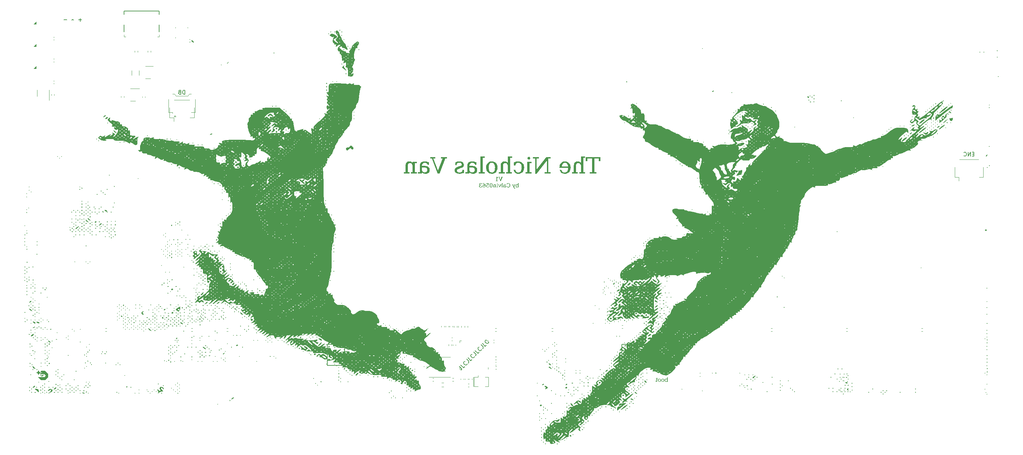
<source format=gbr>
%TF.GenerationSoftware,KiCad,Pcbnew,8.0.3*%
%TF.CreationDate,2024-08-17T22:32:59+02:00*%
%TF.ProjectId,the-nicholas-van V1,7468652d-6e69-4636-986f-6c61732d7661,rev?*%
%TF.SameCoordinates,Original*%
%TF.FileFunction,Legend,Bot*%
%TF.FilePolarity,Positive*%
%FSLAX46Y46*%
G04 Gerber Fmt 4.6, Leading zero omitted, Abs format (unit mm)*
G04 Created by KiCad (PCBNEW 8.0.3) date 2024-08-17 22:32:59*
%MOMM*%
%LPD*%
G01*
G04 APERTURE LIST*
%ADD10C,0.150000*%
%ADD11C,0.600000*%
%ADD12C,0.200000*%
%ADD13C,0.120000*%
%ADD14C,0.000000*%
%ADD15C,0.002540*%
%ADD16C,0.170180*%
%ADD17C,0.100000*%
G04 APERTURE END LIST*
D10*
X38178338Y-50080116D02*
X37416434Y-50080116D01*
D11*
G36*
X169649114Y-85838375D02*
G01*
X170048695Y-85838375D01*
X170048695Y-85196505D01*
X171190774Y-85196505D01*
X171190774Y-88616882D01*
X170667118Y-88616882D01*
X170667118Y-88972500D01*
X172333831Y-88972500D01*
X172333831Y-88616882D01*
X171810174Y-88616882D01*
X171810174Y-85196505D01*
X172952254Y-85196505D01*
X172952254Y-85838375D01*
X173351835Y-85838375D01*
X173351835Y-84807670D01*
X169649114Y-84807670D01*
X169649114Y-85838375D01*
G37*
G36*
X166151556Y-88972500D02*
G01*
X167609197Y-88972500D01*
X167609197Y-88616882D01*
X167170537Y-88616882D01*
X167170537Y-87241306D01*
X167176708Y-87026191D01*
X167198873Y-86820875D01*
X167249248Y-86625022D01*
X167299497Y-86528117D01*
X167455789Y-86396283D01*
X167660351Y-86347316D01*
X167736204Y-86344446D01*
X167946656Y-86372845D01*
X168133845Y-86468604D01*
X168245206Y-86584781D01*
X168340002Y-86763518D01*
X168395301Y-86962720D01*
X168420580Y-87170280D01*
X168424968Y-87314579D01*
X168424968Y-88616882D01*
X167986308Y-88616882D01*
X167986308Y-88972500D01*
X169449811Y-88972500D01*
X169449811Y-88616882D01*
X168993566Y-88616882D01*
X168993566Y-84988410D01*
X169478144Y-84988410D01*
X169478144Y-84632793D01*
X168424968Y-84632793D01*
X168424968Y-86401111D01*
X168311238Y-86233785D01*
X168153572Y-86094659D01*
X168113315Y-86066987D01*
X167928346Y-85971732D01*
X167722221Y-85920441D01*
X167573049Y-85910671D01*
X167365020Y-85924416D01*
X167158986Y-85973783D01*
X166967632Y-86072238D01*
X166833482Y-86197901D01*
X166721555Y-86387675D01*
X166652816Y-86595418D01*
X166616411Y-86807348D01*
X166602844Y-87011401D01*
X166601940Y-87084014D01*
X166601940Y-88616882D01*
X166151556Y-88616882D01*
X166151556Y-88972500D01*
G37*
G36*
X164458499Y-85912362D02*
G01*
X164681764Y-85937721D01*
X164888061Y-85993511D01*
X165077391Y-86079733D01*
X165249754Y-86196386D01*
X165405150Y-86343469D01*
X165496741Y-86456722D01*
X165611230Y-86641885D01*
X165698241Y-86845389D01*
X165757775Y-87067234D01*
X165786398Y-87266115D01*
X165795938Y-87477733D01*
X165789741Y-87650947D01*
X165764563Y-87855229D01*
X165720017Y-88045915D01*
X165640997Y-88256792D01*
X165534087Y-88448091D01*
X165399288Y-88619813D01*
X165322466Y-88696984D01*
X165155221Y-88828555D01*
X164969840Y-88929763D01*
X164766325Y-89000608D01*
X164544675Y-89041092D01*
X164346113Y-89051634D01*
X164279503Y-89050665D01*
X164058992Y-89032005D01*
X163858116Y-88989596D01*
X163652585Y-88912049D01*
X163472700Y-88803483D01*
X163392116Y-88736851D01*
X163250088Y-88577482D01*
X163146752Y-88409484D01*
X163062956Y-88214839D01*
X163006685Y-88026791D01*
X163476608Y-88026791D01*
X163535418Y-88210091D01*
X163632695Y-88396132D01*
X163770677Y-88551425D01*
X163892831Y-88632182D01*
X164086958Y-88698746D01*
X164296287Y-88718487D01*
X164397434Y-88713938D01*
X164602020Y-88670438D01*
X164791995Y-88568085D01*
X164929365Y-88427349D01*
X164955155Y-88390633D01*
X165050622Y-88196222D01*
X165107195Y-87983319D01*
X165134857Y-87766073D01*
X165142343Y-87556903D01*
X162964675Y-87565661D01*
X162975332Y-87320955D01*
X162989256Y-87210043D01*
X163625108Y-87210043D01*
X165139414Y-87210043D01*
X165124487Y-87070481D01*
X165084233Y-86868615D01*
X165014861Y-86673045D01*
X164907871Y-86494900D01*
X164760461Y-86351394D01*
X164577495Y-86267457D01*
X164380307Y-86242841D01*
X164173884Y-86266884D01*
X163983403Y-86348870D01*
X163831249Y-86489038D01*
X163756269Y-86611362D01*
X163684459Y-86797761D01*
X163643854Y-86990957D01*
X163625108Y-87210043D01*
X162989256Y-87210043D01*
X163003640Y-87095474D01*
X163049597Y-86889218D01*
X163113206Y-86702186D01*
X163212834Y-86503124D01*
X163337878Y-86331746D01*
X163408796Y-86256495D01*
X163567271Y-86128199D01*
X163747934Y-86029510D01*
X163950786Y-85960427D01*
X164175825Y-85920951D01*
X164380307Y-85910671D01*
X164458499Y-85912362D01*
G37*
G36*
X156253859Y-85162311D02*
G01*
X156805848Y-85162311D01*
X156805848Y-89051634D01*
X157184913Y-89051634D01*
X159766071Y-85657636D01*
X159766071Y-88616882D01*
X159214082Y-88616882D01*
X159214082Y-88972500D01*
X160717641Y-88972500D01*
X160717641Y-88616882D01*
X160165652Y-88616882D01*
X160165652Y-85162311D01*
X160717641Y-85162311D01*
X160717641Y-84807670D01*
X159618548Y-84807670D01*
X157206406Y-87981851D01*
X157206406Y-85162311D01*
X157757418Y-85162311D01*
X157757418Y-84807670D01*
X156253859Y-84807670D01*
X156253859Y-85162311D01*
G37*
G36*
X154362442Y-88972500D02*
G01*
X155894333Y-88972500D01*
X155894333Y-88616882D01*
X155409756Y-88616882D01*
X155409756Y-86344446D01*
X155894333Y-86344446D01*
X155894333Y-85989806D01*
X154841158Y-85989806D01*
X154841158Y-88616882D01*
X154362442Y-88616882D01*
X154362442Y-88972500D01*
G37*
G36*
X154863629Y-85114439D02*
G01*
X154919682Y-85304216D01*
X154963280Y-85356728D01*
X155136020Y-85449235D01*
X155204592Y-85455403D01*
X155396017Y-85399898D01*
X155445904Y-85356728D01*
X155543906Y-85183988D01*
X155550439Y-85115416D01*
X155491638Y-84925823D01*
X155445904Y-84874105D01*
X155275361Y-84775186D01*
X155204592Y-84768592D01*
X155012298Y-84829414D01*
X154962303Y-84868243D01*
X154871434Y-85042432D01*
X154863629Y-85114439D01*
G37*
G36*
X151347509Y-88031676D02*
G01*
X151410534Y-88248601D01*
X151491043Y-88437757D01*
X151604463Y-88619931D01*
X151740720Y-88765836D01*
X151778353Y-88796645D01*
X151943461Y-88908203D01*
X152132994Y-88987887D01*
X152346950Y-89035697D01*
X152554198Y-89051385D01*
X152585331Y-89051634D01*
X152782204Y-89041092D01*
X153002206Y-89000608D01*
X153204485Y-88929763D01*
X153389041Y-88828555D01*
X153555874Y-88696984D01*
X153632645Y-88619813D01*
X153767444Y-88448091D01*
X153874353Y-88256792D01*
X153953374Y-88045915D01*
X153997919Y-87855229D01*
X154023097Y-87650947D01*
X154029295Y-87477733D01*
X154019611Y-87259766D01*
X153990560Y-87056491D01*
X153930132Y-86831955D01*
X153841816Y-86628577D01*
X153725610Y-86446357D01*
X153632645Y-86336631D01*
X153474673Y-86191871D01*
X153298978Y-86077062D01*
X153105561Y-85992202D01*
X152894421Y-85937294D01*
X152665557Y-85912335D01*
X152585331Y-85910671D01*
X152384152Y-85919464D01*
X152173355Y-85945842D01*
X152027481Y-85973197D01*
X151825980Y-86032090D01*
X151625823Y-86105869D01*
X151451068Y-86180315D01*
X151451068Y-86980455D01*
X151802777Y-86980455D01*
X151845556Y-86776539D01*
X151917379Y-86589846D01*
X152037317Y-86421226D01*
X152048974Y-86409904D01*
X152229846Y-86301737D01*
X152419918Y-86253283D01*
X152579469Y-86242841D01*
X152783583Y-86267185D01*
X152976115Y-86351334D01*
X153132583Y-86495590D01*
X153172491Y-86550587D01*
X153270723Y-86746054D01*
X153331051Y-86962881D01*
X153363001Y-87185863D01*
X153374907Y-87401697D01*
X153375701Y-87478710D01*
X153368557Y-87702021D01*
X153347125Y-87903006D01*
X153304062Y-88109272D01*
X153231033Y-88307795D01*
X153172491Y-88411718D01*
X153043030Y-88560010D01*
X152864924Y-88667858D01*
X152673793Y-88713694D01*
X152579469Y-88718487D01*
X152376689Y-88699439D01*
X152180499Y-88627812D01*
X152083168Y-88557287D01*
X151950704Y-88392774D01*
X151864815Y-88201181D01*
X151817432Y-88031676D01*
X151347509Y-88031676D01*
G37*
G36*
X147647718Y-88972500D02*
G01*
X149105359Y-88972500D01*
X149105359Y-88616882D01*
X148666699Y-88616882D01*
X148666699Y-87241306D01*
X148672870Y-87026191D01*
X148695035Y-86820875D01*
X148745410Y-86625022D01*
X148795659Y-86528117D01*
X148951951Y-86396283D01*
X149156513Y-86347316D01*
X149232366Y-86344446D01*
X149442818Y-86372845D01*
X149630007Y-86468604D01*
X149741368Y-86584781D01*
X149836164Y-86763518D01*
X149891462Y-86962720D01*
X149916742Y-87170280D01*
X149921130Y-87314579D01*
X149921130Y-88616882D01*
X149482470Y-88616882D01*
X149482470Y-88972500D01*
X150945973Y-88972500D01*
X150945973Y-88616882D01*
X150489728Y-88616882D01*
X150489728Y-84988410D01*
X150974306Y-84988410D01*
X150974306Y-84632793D01*
X149921130Y-84632793D01*
X149921130Y-86401111D01*
X149807400Y-86233785D01*
X149649734Y-86094659D01*
X149609476Y-86066987D01*
X149424508Y-85971732D01*
X149218383Y-85920441D01*
X149069211Y-85910671D01*
X148861182Y-85924416D01*
X148655148Y-85973783D01*
X148463794Y-86072238D01*
X148329644Y-86197901D01*
X148217717Y-86387675D01*
X148148978Y-86595418D01*
X148112573Y-86807348D01*
X148099006Y-87011401D01*
X148098102Y-87084014D01*
X148098102Y-88616882D01*
X147647718Y-88616882D01*
X147647718Y-88972500D01*
G37*
G36*
X145929931Y-85912358D02*
G01*
X146160340Y-85937660D01*
X146372682Y-85993324D01*
X146566959Y-86079351D01*
X146743168Y-86195741D01*
X146901312Y-86342493D01*
X146992903Y-86453425D01*
X147107392Y-86636481D01*
X147194403Y-86839527D01*
X147253937Y-87062562D01*
X147282560Y-87263695D01*
X147292100Y-87478710D01*
X147285903Y-87651695D01*
X147260725Y-87855733D01*
X147216179Y-88046224D01*
X147137159Y-88256929D01*
X147030249Y-88448125D01*
X146895450Y-88619813D01*
X146818679Y-88696984D01*
X146651846Y-88828555D01*
X146467290Y-88929763D01*
X146265011Y-89000608D01*
X146045010Y-89041092D01*
X145848137Y-89051634D01*
X145767315Y-89049947D01*
X145536849Y-89024645D01*
X145324381Y-88968981D01*
X145129910Y-88882954D01*
X144953437Y-88766565D01*
X144794961Y-88619813D01*
X144703370Y-88506225D01*
X144588882Y-88320215D01*
X144501870Y-88115451D01*
X144442336Y-87891935D01*
X144413714Y-87691346D01*
X144404173Y-87477733D01*
X145057767Y-87477733D01*
X145059553Y-87592354D01*
X145073841Y-87804799D01*
X145108569Y-88024349D01*
X145162745Y-88213418D01*
X145260977Y-88411718D01*
X145300833Y-88466541D01*
X145456385Y-88610339D01*
X145646857Y-88694221D01*
X145848137Y-88718487D01*
X145942155Y-88713617D01*
X146132152Y-88667052D01*
X146308274Y-88557486D01*
X146435296Y-88406833D01*
X146493838Y-88303030D01*
X146566867Y-88105193D01*
X146609930Y-87900029D01*
X146631362Y-87700361D01*
X146638506Y-87478710D01*
X146636720Y-87364971D01*
X146622432Y-87154083D01*
X146587704Y-86936003D01*
X146533528Y-86748029D01*
X146435296Y-86550587D01*
X146395440Y-86495590D01*
X146239888Y-86351334D01*
X146049417Y-86267185D01*
X145848137Y-86242841D01*
X145777901Y-86245546D01*
X145566478Y-86293632D01*
X145389974Y-86401823D01*
X145260977Y-86550587D01*
X145202435Y-86654109D01*
X145129406Y-86851595D01*
X145086343Y-87056552D01*
X145064911Y-87256117D01*
X145057767Y-87477733D01*
X144404173Y-87477733D01*
X144407608Y-87347233D01*
X144428597Y-87140800D01*
X144478972Y-86911342D01*
X144556825Y-86701804D01*
X144662154Y-86512188D01*
X144794961Y-86342493D01*
X144871958Y-86265321D01*
X145039501Y-86133751D01*
X145225110Y-86032543D01*
X145428786Y-85961697D01*
X145650528Y-85921214D01*
X145849114Y-85910671D01*
X145929931Y-85912358D01*
G37*
G36*
X142510802Y-88972500D02*
G01*
X144041717Y-88972500D01*
X144041717Y-88616882D01*
X143558116Y-88616882D01*
X143558116Y-84988410D01*
X144041717Y-84988410D01*
X144041717Y-84632793D01*
X142988541Y-84632793D01*
X142988541Y-88616882D01*
X142510802Y-88616882D01*
X142510802Y-88972500D01*
G37*
G36*
X140980686Y-85912698D02*
G01*
X141182321Y-85930992D01*
X141376539Y-85968312D01*
X141524427Y-86007262D01*
X141725217Y-86072658D01*
X141912896Y-86146121D01*
X141912896Y-86788968D01*
X141596357Y-86788968D01*
X141582680Y-86720550D01*
X141511239Y-86531504D01*
X141377516Y-86376687D01*
X141314077Y-86331200D01*
X141125716Y-86261663D01*
X140919316Y-86242841D01*
X140732582Y-86256906D01*
X140538984Y-86312298D01*
X140371235Y-86420650D01*
X140287460Y-86513524D01*
X140202375Y-86706377D01*
X140179749Y-86910113D01*
X140179749Y-87081083D01*
X140856790Y-87081083D01*
X141003152Y-87085037D01*
X141207355Y-87105793D01*
X141422323Y-87152496D01*
X141612233Y-87223415D01*
X141798590Y-87334118D01*
X141819447Y-87350092D01*
X141962467Y-87493676D01*
X142063110Y-87665348D01*
X142121377Y-87865108D01*
X142137599Y-88062939D01*
X142127158Y-88226441D01*
X142080752Y-88424247D01*
X141984169Y-88619190D01*
X141840600Y-88784921D01*
X141822199Y-88801330D01*
X141660220Y-88913850D01*
X141471985Y-88993030D01*
X141257494Y-89038872D01*
X141048276Y-89051634D01*
X140922707Y-89046912D01*
X140721802Y-89016848D01*
X140524620Y-88952960D01*
X140510855Y-88947106D01*
X140327516Y-88846470D01*
X140179749Y-88712625D01*
X140179749Y-88972500D01*
X139159790Y-88972500D01*
X139159790Y-88616882D01*
X139610174Y-88616882D01*
X139610174Y-88023860D01*
X140179749Y-88023860D01*
X140191106Y-88164056D01*
X140250732Y-88352367D01*
X140361465Y-88514300D01*
X140451051Y-88585106D01*
X140643718Y-88670463D01*
X140851905Y-88696017D01*
X140978276Y-88687835D01*
X141168373Y-88635743D01*
X141336483Y-88525047D01*
X141405004Y-88444163D01*
X141487608Y-88263936D01*
X141512338Y-88062939D01*
X141506396Y-87949641D01*
X141458860Y-87757666D01*
X141343322Y-87592039D01*
X141211869Y-87510122D01*
X141008537Y-87451870D01*
X140801102Y-87436700D01*
X140179749Y-87436700D01*
X140179749Y-88023860D01*
X139610174Y-88023860D01*
X139610174Y-87118208D01*
X139618117Y-86941141D01*
X139648617Y-86746419D01*
X139713111Y-86543726D01*
X139808741Y-86367400D01*
X139935506Y-86217440D01*
X140071290Y-86113187D01*
X140254361Y-86018819D01*
X140463986Y-85953811D01*
X140664800Y-85921456D01*
X140885122Y-85910671D01*
X140980686Y-85912698D01*
G37*
G36*
X136419386Y-88131327D02*
G01*
X136439841Y-88335636D01*
X136511754Y-88537749D01*
X136635445Y-88710496D01*
X136746671Y-88809345D01*
X136926190Y-88915347D01*
X137135506Y-88991062D01*
X137343101Y-89032469D01*
X137539197Y-89049505D01*
X137643531Y-89051634D01*
X137850206Y-89042704D01*
X138059904Y-89015914D01*
X138201382Y-88988131D01*
X138403523Y-88935375D01*
X138598957Y-88867704D01*
X138766071Y-88798599D01*
X138766071Y-88065870D01*
X138412407Y-88065870D01*
X138386695Y-88276585D01*
X138310720Y-88458530D01*
X138220921Y-88562172D01*
X138049005Y-88657426D01*
X137853276Y-88706122D01*
X137666001Y-88718487D01*
X137457144Y-88703941D01*
X137260619Y-88649244D01*
X137166769Y-88595389D01*
X137036415Y-88440365D01*
X136999707Y-88249541D01*
X137046266Y-88053994D01*
X137118897Y-87962311D01*
X137296970Y-87851772D01*
X137489388Y-87773309D01*
X137659162Y-87716114D01*
X138024550Y-87592039D01*
X138221614Y-87519267D01*
X138403956Y-87426264D01*
X138571888Y-87297784D01*
X138583377Y-87286247D01*
X138698502Y-87110733D01*
X138752678Y-86920384D01*
X138761186Y-86796784D01*
X138741708Y-86596505D01*
X138673229Y-86401553D01*
X138555446Y-86238750D01*
X138449532Y-86148075D01*
X138267083Y-86033314D01*
X138071689Y-85962835D01*
X137875073Y-85925509D01*
X137654522Y-85910903D01*
X137621061Y-85910671D01*
X137416164Y-85920990D01*
X137219006Y-85951948D01*
X137130621Y-85973197D01*
X136940524Y-86020229D01*
X136747682Y-86086756D01*
X136576678Y-86157845D01*
X136576678Y-86845633D01*
X136931319Y-86845633D01*
X136962597Y-86640744D01*
X137057779Y-86457966D01*
X137117920Y-86398180D01*
X137295676Y-86291991D01*
X137491497Y-86248303D01*
X137604452Y-86242841D01*
X137815203Y-86257679D01*
X138004820Y-86312496D01*
X138067536Y-86348354D01*
X138194791Y-86509815D01*
X138219944Y-86661962D01*
X138171137Y-86855566D01*
X138106615Y-86936491D01*
X137932993Y-87038587D01*
X137745640Y-87114002D01*
X137622038Y-87155333D01*
X137224410Y-87279408D01*
X137024314Y-87349811D01*
X136835846Y-87439671D01*
X136671936Y-87552747D01*
X136607941Y-87614509D01*
X136493040Y-87781068D01*
X136431170Y-87980324D01*
X136419386Y-88131327D01*
G37*
G36*
X130225387Y-85162311D02*
G01*
X130634738Y-85162311D01*
X132097264Y-88972500D01*
X132613105Y-88972500D01*
X134070747Y-85162311D01*
X134491821Y-85162311D01*
X134491821Y-84807670D01*
X132931598Y-84807670D01*
X132931598Y-85162311D01*
X133373189Y-85162311D01*
X132209616Y-88195807D01*
X131045066Y-85162311D01*
X131492519Y-85162311D01*
X131492519Y-84807670D01*
X130225387Y-84807670D01*
X130225387Y-85162311D01*
G37*
G36*
X128956122Y-85912698D02*
G01*
X129157757Y-85930992D01*
X129351975Y-85968312D01*
X129499863Y-86007262D01*
X129700653Y-86072658D01*
X129888332Y-86146121D01*
X129888332Y-86788968D01*
X129571793Y-86788968D01*
X129558116Y-86720550D01*
X129486675Y-86531504D01*
X129352952Y-86376687D01*
X129289513Y-86331200D01*
X129101153Y-86261663D01*
X128894752Y-86242841D01*
X128708018Y-86256906D01*
X128514420Y-86312298D01*
X128346671Y-86420650D01*
X128262896Y-86513524D01*
X128177812Y-86706377D01*
X128155185Y-86910113D01*
X128155185Y-87081083D01*
X128832226Y-87081083D01*
X128978588Y-87085037D01*
X129182791Y-87105793D01*
X129397759Y-87152496D01*
X129587669Y-87223415D01*
X129774026Y-87334118D01*
X129794883Y-87350092D01*
X129937903Y-87493676D01*
X130038546Y-87665348D01*
X130096813Y-87865108D01*
X130113035Y-88062939D01*
X130102594Y-88226441D01*
X130056188Y-88424247D01*
X129959605Y-88619190D01*
X129816036Y-88784921D01*
X129797635Y-88801330D01*
X129635656Y-88913850D01*
X129447421Y-88993030D01*
X129232930Y-89038872D01*
X129023712Y-89051634D01*
X128898143Y-89046912D01*
X128697238Y-89016848D01*
X128500056Y-88952960D01*
X128486291Y-88947106D01*
X128302952Y-88846470D01*
X128155185Y-88712625D01*
X128155185Y-88972500D01*
X127135227Y-88972500D01*
X127135227Y-88616882D01*
X127585610Y-88616882D01*
X127585610Y-88023860D01*
X128155185Y-88023860D01*
X128166542Y-88164056D01*
X128226168Y-88352367D01*
X128336901Y-88514300D01*
X128426487Y-88585106D01*
X128619155Y-88670463D01*
X128827341Y-88696017D01*
X128953712Y-88687835D01*
X129143809Y-88635743D01*
X129311919Y-88525047D01*
X129380440Y-88444163D01*
X129463044Y-88263936D01*
X129487774Y-88062939D01*
X129481832Y-87949641D01*
X129434296Y-87757666D01*
X129318758Y-87592039D01*
X129187305Y-87510122D01*
X128983973Y-87451870D01*
X128776539Y-87436700D01*
X128155185Y-87436700D01*
X128155185Y-88023860D01*
X127585610Y-88023860D01*
X127585610Y-87118208D01*
X127593553Y-86941141D01*
X127624053Y-86746419D01*
X127688547Y-86543726D01*
X127784177Y-86367400D01*
X127910942Y-86217440D01*
X128046726Y-86113187D01*
X128229797Y-86018819D01*
X128439422Y-85953811D01*
X128640236Y-85921456D01*
X128860558Y-85910671D01*
X128956122Y-85912698D01*
G37*
G36*
X123528248Y-88972500D02*
G01*
X124985890Y-88972500D01*
X124985890Y-88616882D01*
X124547229Y-88616882D01*
X124547229Y-87241306D01*
X124553447Y-87026191D01*
X124575780Y-86820875D01*
X124626537Y-86625022D01*
X124677167Y-86528117D01*
X124833244Y-86392076D01*
X125037272Y-86341546D01*
X125112896Y-86338585D01*
X125323579Y-86367907D01*
X125511547Y-86466780D01*
X125623852Y-86586735D01*
X125717618Y-86764441D01*
X125772315Y-86963042D01*
X125797320Y-87170328D01*
X125801661Y-87314579D01*
X125801661Y-88616882D01*
X125363001Y-88616882D01*
X125363001Y-88972500D01*
X126826504Y-88972500D01*
X126826504Y-88616882D01*
X126370258Y-88616882D01*
X126370258Y-86344446D01*
X126854836Y-86344446D01*
X126854836Y-85989806D01*
X125801661Y-85989806D01*
X125801661Y-86401111D01*
X125687930Y-86233785D01*
X125530264Y-86094659D01*
X125490007Y-86066987D01*
X125305039Y-85971732D01*
X125098913Y-85920441D01*
X124949742Y-85910671D01*
X124741713Y-85924416D01*
X124535678Y-85973783D01*
X124344325Y-86072238D01*
X124210174Y-86197901D01*
X124098247Y-86387675D01*
X124029508Y-86595418D01*
X123993103Y-86807348D01*
X123979537Y-87011401D01*
X123978632Y-87084014D01*
X123978632Y-88616882D01*
X123528248Y-88616882D01*
X123528248Y-88972500D01*
G37*
D10*
X137635838Y-137818159D02*
X138140914Y-138323235D01*
X138140914Y-138323235D02*
X138208258Y-138457922D01*
X138208258Y-138457922D02*
X138208258Y-138592609D01*
X138208258Y-138592609D02*
X138140914Y-138727296D01*
X138140914Y-138727296D02*
X138073571Y-138794640D01*
X139016380Y-137851830D02*
X138679662Y-138188548D01*
X138679662Y-138188548D02*
X137972556Y-137481441D01*
X139588800Y-137144724D02*
X139588800Y-137212067D01*
X139588800Y-137212067D02*
X139521456Y-137346754D01*
X139521456Y-137346754D02*
X139454113Y-137414098D01*
X139454113Y-137414098D02*
X139319426Y-137481441D01*
X139319426Y-137481441D02*
X139184739Y-137481441D01*
X139184739Y-137481441D02*
X139083723Y-137447769D01*
X139083723Y-137447769D02*
X138915365Y-137346754D01*
X138915365Y-137346754D02*
X138814349Y-137245739D01*
X138814349Y-137245739D02*
X138713334Y-137077380D01*
X138713334Y-137077380D02*
X138679662Y-136976365D01*
X138679662Y-136976365D02*
X138679662Y-136841678D01*
X138679662Y-136841678D02*
X138747006Y-136706991D01*
X138747006Y-136706991D02*
X138814349Y-136639647D01*
X138814349Y-136639647D02*
X138949036Y-136572304D01*
X138949036Y-136572304D02*
X139016380Y-136572304D01*
X139454113Y-135999884D02*
X139959189Y-136504960D01*
X139959189Y-136504960D02*
X140026533Y-136639647D01*
X140026533Y-136639647D02*
X140026533Y-136774334D01*
X140026533Y-136774334D02*
X139959189Y-136909021D01*
X139959189Y-136909021D02*
X139891846Y-136976365D01*
X140834655Y-136033556D02*
X140497937Y-136370273D01*
X140497937Y-136370273D02*
X139790830Y-135663166D01*
X141407075Y-135326449D02*
X141407075Y-135393792D01*
X141407075Y-135393792D02*
X141339731Y-135528479D01*
X141339731Y-135528479D02*
X141272388Y-135595823D01*
X141272388Y-135595823D02*
X141137701Y-135663166D01*
X141137701Y-135663166D02*
X141003014Y-135663166D01*
X141003014Y-135663166D02*
X140901998Y-135629494D01*
X140901998Y-135629494D02*
X140733640Y-135528479D01*
X140733640Y-135528479D02*
X140632624Y-135427464D01*
X140632624Y-135427464D02*
X140531609Y-135259105D01*
X140531609Y-135259105D02*
X140497937Y-135158090D01*
X140497937Y-135158090D02*
X140497937Y-135023403D01*
X140497937Y-135023403D02*
X140565281Y-134888716D01*
X140565281Y-134888716D02*
X140632624Y-134821372D01*
X140632624Y-134821372D02*
X140767311Y-134754029D01*
X140767311Y-134754029D02*
X140834655Y-134754029D01*
X141272388Y-134181609D02*
X141777464Y-134686685D01*
X141777464Y-134686685D02*
X141844807Y-134821372D01*
X141844807Y-134821372D02*
X141844807Y-134956059D01*
X141844807Y-134956059D02*
X141777464Y-135090746D01*
X141777464Y-135090746D02*
X141710120Y-135158090D01*
X142652930Y-134215281D02*
X142316212Y-134551998D01*
X142316212Y-134551998D02*
X141609105Y-133844891D01*
X143225350Y-133508174D02*
X143225350Y-133575517D01*
X143225350Y-133575517D02*
X143158006Y-133710204D01*
X143158006Y-133710204D02*
X143090663Y-133777548D01*
X143090663Y-133777548D02*
X142955975Y-133844891D01*
X142955975Y-133844891D02*
X142821288Y-133844891D01*
X142821288Y-133844891D02*
X142720273Y-133811220D01*
X142720273Y-133811220D02*
X142551914Y-133710204D01*
X142551914Y-133710204D02*
X142450899Y-133609189D01*
X142450899Y-133609189D02*
X142349884Y-133440830D01*
X142349884Y-133440830D02*
X142316212Y-133339815D01*
X142316212Y-133339815D02*
X142316212Y-133205128D01*
X142316212Y-133205128D02*
X142383556Y-133070441D01*
X142383556Y-133070441D02*
X142450899Y-133003097D01*
X142450899Y-133003097D02*
X142585586Y-132935754D01*
X142585586Y-132935754D02*
X142652930Y-132935754D01*
X143090663Y-132363334D02*
X143595739Y-132868410D01*
X143595739Y-132868410D02*
X143663082Y-133003097D01*
X143663082Y-133003097D02*
X143663082Y-133137784D01*
X143663082Y-133137784D02*
X143595739Y-133272471D01*
X143595739Y-133272471D02*
X143528395Y-133339815D01*
X144471204Y-132397006D02*
X144134487Y-132733723D01*
X144134487Y-132733723D02*
X143427380Y-132026617D01*
X145043624Y-131689899D02*
X145043624Y-131757242D01*
X145043624Y-131757242D02*
X144976281Y-131891929D01*
X144976281Y-131891929D02*
X144908937Y-131959273D01*
X144908937Y-131959273D02*
X144774250Y-132026616D01*
X144774250Y-132026616D02*
X144639563Y-132026616D01*
X144639563Y-132026616D02*
X144538548Y-131992945D01*
X144538548Y-131992945D02*
X144370189Y-131891929D01*
X144370189Y-131891929D02*
X144269174Y-131790914D01*
X144269174Y-131790914D02*
X144168159Y-131622555D01*
X144168159Y-131622555D02*
X144134487Y-131521540D01*
X144134487Y-131521540D02*
X144134487Y-131386853D01*
X144134487Y-131386853D02*
X144201831Y-131252166D01*
X144201831Y-131252166D02*
X144269174Y-131184823D01*
X144269174Y-131184823D02*
X144403861Y-131117479D01*
X144403861Y-131117479D02*
X144471205Y-131117479D01*
D12*
G36*
X152685266Y-91493977D02*
G01*
X152564366Y-91493977D01*
X152564366Y-92401095D01*
X152685266Y-92401095D01*
X152685266Y-92490000D01*
X152421972Y-92490000D01*
X152421972Y-92400607D01*
X152415981Y-92411033D01*
X152382500Y-92447683D01*
X152339418Y-92476322D01*
X152295301Y-92495373D01*
X152244891Y-92506515D01*
X152193605Y-92509783D01*
X152151480Y-92507100D01*
X152096633Y-92494327D01*
X152046601Y-92471036D01*
X152001384Y-92437226D01*
X151966459Y-92399874D01*
X151946309Y-92371565D01*
X151921122Y-92325294D01*
X151901979Y-92274455D01*
X151888882Y-92219048D01*
X151882585Y-92169386D01*
X151880486Y-92116552D01*
X152043640Y-92116552D01*
X152043828Y-92134805D01*
X152046647Y-92186207D01*
X152054212Y-92239817D01*
X152068497Y-92292700D01*
X152091756Y-92341500D01*
X152101173Y-92354682D01*
X152138267Y-92389257D01*
X152184139Y-92409427D01*
X152232928Y-92415261D01*
X152238611Y-92415197D01*
X152290846Y-92407440D01*
X152338663Y-92383976D01*
X152373368Y-92349071D01*
X152394632Y-92311901D01*
X152411292Y-92260632D01*
X152419646Y-92206658D01*
X152421972Y-92152944D01*
X152421972Y-92081137D01*
X152420246Y-92035536D01*
X152412575Y-91981039D01*
X152396611Y-91928343D01*
X152372879Y-91884766D01*
X152369741Y-91880709D01*
X152333972Y-91847221D01*
X152285426Y-91825260D01*
X152232928Y-91818820D01*
X152221472Y-91819108D01*
X152169456Y-91829193D01*
X152126217Y-91853684D01*
X152091756Y-91892581D01*
X152080479Y-91912590D01*
X152062435Y-91959454D01*
X152051581Y-92007949D01*
X152045332Y-92063432D01*
X152043640Y-92116552D01*
X151880486Y-92116552D01*
X151881241Y-92084427D01*
X151885859Y-92033433D01*
X151896942Y-91976444D01*
X151914069Y-91924039D01*
X151937242Y-91876220D01*
X151966459Y-91832986D01*
X151995640Y-91801745D01*
X152040419Y-91766903D01*
X152089780Y-91742440D01*
X152143722Y-91728355D01*
X152193605Y-91724542D01*
X152239997Y-91727170D01*
X152290978Y-91737518D01*
X152339418Y-91757759D01*
X152350519Y-91764152D01*
X152390587Y-91793541D01*
X152421972Y-91833475D01*
X152421972Y-91405073D01*
X152685266Y-91405073D01*
X152685266Y-91493977D01*
G37*
G36*
X151023926Y-91832986D02*
G01*
X151107946Y-91832986D01*
X151440849Y-92649734D01*
X151462697Y-92698621D01*
X151489595Y-92740495D01*
X151519495Y-92769902D01*
X151564047Y-92792108D01*
X151613621Y-92801244D01*
X151642349Y-92802386D01*
X151692183Y-92799358D01*
X151709760Y-92796524D01*
X151758400Y-92786287D01*
X151785231Y-92779183D01*
X151785231Y-92626287D01*
X151705608Y-92626287D01*
X151695330Y-92674918D01*
X151683138Y-92696385D01*
X151637269Y-92713215D01*
X151628183Y-92713482D01*
X151580667Y-92700905D01*
X151571763Y-92694431D01*
X151543179Y-92652032D01*
X151525845Y-92612854D01*
X151478951Y-92494884D01*
X151748839Y-91832986D01*
X151834324Y-91832986D01*
X151834324Y-91744326D01*
X151482614Y-91744326D01*
X151482614Y-91832986D01*
X151595454Y-91832986D01*
X151401770Y-92306573D01*
X151208085Y-91832986D01*
X151313842Y-91832986D01*
X151313842Y-91744326D01*
X151023926Y-91744326D01*
X151023926Y-91832986D01*
G37*
G36*
X149587045Y-92202770D02*
G01*
X149603461Y-92249270D01*
X149627206Y-92300080D01*
X149655365Y-92345447D01*
X149687937Y-92385369D01*
X149724923Y-92419847D01*
X149745071Y-92435045D01*
X149788805Y-92460444D01*
X149836112Y-92480589D01*
X149886991Y-92495478D01*
X149941442Y-92505112D01*
X149999465Y-92509491D01*
X150019600Y-92509783D01*
X150068937Y-92507631D01*
X150122981Y-92500064D01*
X150175480Y-92487049D01*
X150209620Y-92475345D01*
X150258288Y-92451609D01*
X150302897Y-92423816D01*
X150343450Y-92391966D01*
X150364226Y-92372519D01*
X150400954Y-92331929D01*
X150432736Y-92288804D01*
X150459572Y-92243146D01*
X150481463Y-92194954D01*
X150497598Y-92142518D01*
X150507935Y-92094558D01*
X150514742Y-92044658D01*
X150518019Y-91992818D01*
X150518343Y-91970006D01*
X150516157Y-91910900D01*
X150509596Y-91854724D01*
X150498663Y-91801479D01*
X150483356Y-91751165D01*
X150463675Y-91703782D01*
X150439621Y-91659330D01*
X150411193Y-91617808D01*
X150378392Y-91579218D01*
X150341943Y-91544356D01*
X150302692Y-91514142D01*
X150260640Y-91488577D01*
X150215788Y-91467660D01*
X150168134Y-91451391D01*
X150117678Y-91439771D01*
X150064422Y-91432798D01*
X150008364Y-91430474D01*
X149958459Y-91432271D01*
X149907935Y-91437661D01*
X149856793Y-91446645D01*
X149828113Y-91453189D01*
X149774745Y-91466597D01*
X149723511Y-91482343D01*
X149675751Y-91499076D01*
X149625257Y-91518567D01*
X149617820Y-91521577D01*
X149617820Y-91771193D01*
X149709411Y-91771193D01*
X149720886Y-91723523D01*
X149738505Y-91674744D01*
X149764223Y-91628014D01*
X149800272Y-91586937D01*
X149809306Y-91579462D01*
X149855762Y-91550418D01*
X149905393Y-91532580D01*
X149955257Y-91523134D01*
X150011128Y-91519437D01*
X150019600Y-91519378D01*
X150077102Y-91523371D01*
X150129074Y-91535350D01*
X150175516Y-91555314D01*
X150216429Y-91583263D01*
X150251811Y-91619198D01*
X150262377Y-91632951D01*
X150290515Y-91679711D01*
X150312832Y-91734079D01*
X150326982Y-91785197D01*
X150337089Y-91841599D01*
X150342264Y-91890524D01*
X150344852Y-91942830D01*
X150345175Y-91970251D01*
X150343882Y-92024190D01*
X150340000Y-92074756D01*
X150331510Y-92133219D01*
X150318977Y-92186411D01*
X150302401Y-92234332D01*
X150277174Y-92284879D01*
X150262377Y-92307306D01*
X150228837Y-92345903D01*
X150189768Y-92376514D01*
X150145169Y-92399140D01*
X150095040Y-92413780D01*
X150039381Y-92420435D01*
X150019600Y-92420879D01*
X149966263Y-92417536D01*
X149917628Y-92407506D01*
X149868534Y-92388232D01*
X149834463Y-92367390D01*
X149796886Y-92332347D01*
X149765762Y-92288495D01*
X149743513Y-92242120D01*
X149730172Y-92202770D01*
X149587045Y-92202770D01*
G37*
G36*
X149166903Y-91725049D02*
G01*
X149217312Y-91729623D01*
X149265866Y-91738953D01*
X149302838Y-91748690D01*
X149353036Y-91765039D01*
X149399955Y-91783405D01*
X149399955Y-91944117D01*
X149320821Y-91944117D01*
X149317401Y-91927012D01*
X149299541Y-91879751D01*
X149266110Y-91841046D01*
X149250251Y-91829675D01*
X149203161Y-91812290D01*
X149151560Y-91807585D01*
X149104877Y-91811101D01*
X149056477Y-91824949D01*
X149014540Y-91852037D01*
X148993596Y-91875256D01*
X148972325Y-91923469D01*
X148966669Y-91974403D01*
X148966669Y-92017145D01*
X149135929Y-92017145D01*
X149172520Y-92018134D01*
X149223570Y-92023323D01*
X149277312Y-92034999D01*
X149324790Y-92052728D01*
X149371379Y-92080404D01*
X149376593Y-92084398D01*
X149412348Y-92120294D01*
X149437509Y-92163212D01*
X149452076Y-92213152D01*
X149456131Y-92262609D01*
X149453521Y-92303485D01*
X149441919Y-92352936D01*
X149417774Y-92401672D01*
X149381881Y-92443105D01*
X149377281Y-92447207D01*
X149336786Y-92475337D01*
X149289728Y-92495132D01*
X149236105Y-92506593D01*
X149183800Y-92509783D01*
X149152408Y-92508603D01*
X149102182Y-92501087D01*
X149052886Y-92485115D01*
X149049445Y-92483651D01*
X149003610Y-92458492D01*
X148966669Y-92425031D01*
X148966669Y-92490000D01*
X148711679Y-92490000D01*
X148711679Y-92401095D01*
X148824275Y-92401095D01*
X148824275Y-92252840D01*
X148966669Y-92252840D01*
X148969508Y-92287889D01*
X148984414Y-92334966D01*
X149012098Y-92375450D01*
X149034494Y-92393151D01*
X149082661Y-92414490D01*
X149134708Y-92420879D01*
X149166300Y-92418833D01*
X149213825Y-92405810D01*
X149255852Y-92378136D01*
X149272983Y-92357915D01*
X149293633Y-92312859D01*
X149299816Y-92262609D01*
X149298330Y-92234285D01*
X149286446Y-92186291D01*
X149257562Y-92144884D01*
X149224699Y-92124405D01*
X149173866Y-92109842D01*
X149122007Y-92106050D01*
X148966669Y-92106050D01*
X148966669Y-92252840D01*
X148824275Y-92252840D01*
X148824275Y-92026427D01*
X148826261Y-91982160D01*
X148833886Y-91933479D01*
X148850009Y-91882806D01*
X148873917Y-91838725D01*
X148905608Y-91801235D01*
X148939554Y-91775171D01*
X148985322Y-91751579D01*
X149037728Y-91735327D01*
X149087931Y-91727239D01*
X149143012Y-91724542D01*
X149166903Y-91725049D01*
G37*
G36*
X148268623Y-92490000D02*
G01*
X148651351Y-92490000D01*
X148651351Y-92401095D01*
X148530451Y-92401095D01*
X148530451Y-91493977D01*
X148651351Y-91493977D01*
X148651351Y-91405073D01*
X148388057Y-91405073D01*
X148388057Y-92401095D01*
X148268623Y-92401095D01*
X148268623Y-92490000D01*
G37*
G36*
X147439418Y-91832986D02*
G01*
X147523682Y-91832986D01*
X147792349Y-92490000D01*
X147895419Y-92490000D01*
X148164087Y-91832986D01*
X148249816Y-91832986D01*
X148249816Y-91744326D01*
X147898106Y-91744326D01*
X147898106Y-91832986D01*
X148010946Y-91832986D01*
X147817262Y-92306573D01*
X147623577Y-91832986D01*
X147729334Y-91832986D01*
X147729334Y-91744326D01*
X147439418Y-91744326D01*
X147439418Y-91832986D01*
G37*
G36*
X147022740Y-92490000D02*
G01*
X147405713Y-92490000D01*
X147405713Y-92401095D01*
X147284568Y-92401095D01*
X147284568Y-91832986D01*
X147405713Y-91832986D01*
X147405713Y-91744326D01*
X147142419Y-91744326D01*
X147142419Y-92401095D01*
X147022740Y-92401095D01*
X147022740Y-92490000D01*
G37*
G36*
X147148036Y-91525484D02*
G01*
X147162050Y-91572929D01*
X147172949Y-91586057D01*
X147216134Y-91609183D01*
X147233277Y-91610725D01*
X147281133Y-91596849D01*
X147293605Y-91586057D01*
X147318106Y-91542872D01*
X147319739Y-91525729D01*
X147305039Y-91478330D01*
X147293605Y-91465401D01*
X147250969Y-91440671D01*
X147233277Y-91439023D01*
X147185204Y-91454228D01*
X147172705Y-91463935D01*
X147149988Y-91507483D01*
X147148036Y-91525484D01*
G37*
G36*
X146127590Y-92490000D02*
G01*
X146492000Y-92490000D01*
X146492000Y-92401095D01*
X146382335Y-92401095D01*
X146382335Y-92057201D01*
X146383889Y-92003422D01*
X146389473Y-91952093D01*
X146402162Y-91903130D01*
X146414819Y-91878904D01*
X146453839Y-91844894D01*
X146504846Y-91832261D01*
X146523752Y-91831521D01*
X146576422Y-91838851D01*
X146623414Y-91863570D01*
X146651491Y-91893558D01*
X146674932Y-91937985D01*
X146688606Y-91987635D01*
X146694858Y-92039457D01*
X146695943Y-92075519D01*
X146695943Y-92401095D01*
X146586278Y-92401095D01*
X146586278Y-92490000D01*
X146952154Y-92490000D01*
X146952154Y-92401095D01*
X146838092Y-92401095D01*
X146838092Y-91832986D01*
X146959237Y-91832986D01*
X146959237Y-91744326D01*
X146695943Y-91744326D01*
X146695943Y-91847152D01*
X146667510Y-91805321D01*
X146628094Y-91770539D01*
X146618029Y-91763621D01*
X146571787Y-91739808D01*
X146520256Y-91726985D01*
X146482963Y-91724542D01*
X146430956Y-91727979D01*
X146379447Y-91740320D01*
X146331609Y-91764934D01*
X146298071Y-91796350D01*
X146270089Y-91843793D01*
X146252905Y-91895729D01*
X146243804Y-91948712D01*
X146240412Y-91999725D01*
X146240186Y-92017878D01*
X146240186Y-92401095D01*
X146127590Y-92401095D01*
X146127590Y-92490000D01*
G37*
G36*
X145705759Y-91433992D02*
G01*
X145753866Y-91444547D01*
X145806777Y-91466500D01*
X145854433Y-91498585D01*
X145890132Y-91533063D01*
X145922182Y-91574577D01*
X145933568Y-91592666D01*
X145958822Y-91641751D01*
X145979483Y-91696359D01*
X145992707Y-91744021D01*
X146002992Y-91795216D01*
X146010338Y-91849946D01*
X146014746Y-91908209D01*
X146016215Y-91970006D01*
X146016123Y-91985787D01*
X146013919Y-92046707D01*
X146008777Y-92104100D01*
X146000696Y-92157967D01*
X145989676Y-92208308D01*
X145971769Y-92266275D01*
X145949271Y-92318732D01*
X145922182Y-92365680D01*
X145890132Y-92407194D01*
X145854433Y-92441672D01*
X145806777Y-92473757D01*
X145753866Y-92495711D01*
X145705759Y-92506265D01*
X145654003Y-92509783D01*
X145602176Y-92506265D01*
X145554011Y-92495711D01*
X145501046Y-92473757D01*
X145453353Y-92441672D01*
X145417636Y-92407194D01*
X145385580Y-92365680D01*
X145374193Y-92347562D01*
X145348940Y-92298411D01*
X145328278Y-92243749D01*
X145315055Y-92196053D01*
X145304770Y-92144831D01*
X145297424Y-92090082D01*
X145293016Y-92031808D01*
X145291546Y-91970006D01*
X145452014Y-91970006D01*
X145452214Y-91998692D01*
X145453817Y-92053234D01*
X145457023Y-92104006D01*
X145463284Y-92162169D01*
X145472050Y-92214440D01*
X145485874Y-92269389D01*
X145503305Y-92315854D01*
X145523850Y-92353455D01*
X145556747Y-92391489D01*
X145601273Y-92417744D01*
X145653759Y-92426496D01*
X145700806Y-92419581D01*
X145746216Y-92395270D01*
X145779899Y-92358966D01*
X145804212Y-92315854D01*
X145816291Y-92285820D01*
X145831389Y-92233699D01*
X145841203Y-92183784D01*
X145848500Y-92127978D01*
X145852526Y-92079091D01*
X145854942Y-92026434D01*
X145855747Y-91970006D01*
X145855546Y-91941322D01*
X145853936Y-91886787D01*
X145850715Y-91836031D01*
X145844424Y-91777898D01*
X145835616Y-91725668D01*
X145821726Y-91670785D01*
X145804212Y-91624403D01*
X145783667Y-91586802D01*
X145750771Y-91548769D01*
X145706245Y-91522513D01*
X145653759Y-91513761D01*
X145606711Y-91520676D01*
X145561301Y-91544987D01*
X145527618Y-91581291D01*
X145503305Y-91624403D01*
X145491284Y-91654380D01*
X145476257Y-91706429D01*
X145466490Y-91756298D01*
X145459227Y-91812069D01*
X145455220Y-91860937D01*
X145452815Y-91913583D01*
X145452014Y-91970006D01*
X145291546Y-91970006D01*
X145291638Y-91954226D01*
X145293842Y-91893312D01*
X145298985Y-91835932D01*
X145307066Y-91782086D01*
X145318085Y-91731774D01*
X145335992Y-91673853D01*
X145358490Y-91621455D01*
X145385580Y-91574577D01*
X145417636Y-91533063D01*
X145453353Y-91498585D01*
X145501046Y-91466500D01*
X145554011Y-91444547D01*
X145602176Y-91433992D01*
X145654003Y-91430474D01*
X145705759Y-91433992D01*
G37*
G36*
X144416913Y-92157096D02*
G01*
X144419346Y-92207766D01*
X144428688Y-92263705D01*
X144445037Y-92314338D01*
X144468393Y-92359664D01*
X144498755Y-92399684D01*
X144516564Y-92417704D01*
X144557079Y-92448996D01*
X144602969Y-92473815D01*
X144654234Y-92492159D01*
X144710874Y-92504028D01*
X144762181Y-92508974D01*
X144794757Y-92509783D01*
X144844250Y-92507763D01*
X144894667Y-92501702D01*
X144941302Y-92492686D01*
X144990318Y-92479868D01*
X145039667Y-92463091D01*
X145089351Y-92442354D01*
X145099327Y-92437732D01*
X145099327Y-92225240D01*
X145007004Y-92225240D01*
X144999288Y-92278198D01*
X144982287Y-92327524D01*
X144953337Y-92370212D01*
X144946920Y-92376671D01*
X144904586Y-92405038D01*
X144857035Y-92420609D01*
X144806857Y-92426302D01*
X144794757Y-92426496D01*
X144745099Y-92422192D01*
X144696934Y-92407058D01*
X144652980Y-92377462D01*
X144634777Y-92357620D01*
X144607032Y-92313615D01*
X144589992Y-92266358D01*
X144580127Y-92211438D01*
X144577380Y-92157096D01*
X144580068Y-92102825D01*
X144588133Y-92054561D01*
X144603932Y-92006758D01*
X144630100Y-91962359D01*
X144633556Y-91958039D01*
X144673017Y-91921717D01*
X144722400Y-91898848D01*
X144775328Y-91889767D01*
X144794757Y-91889162D01*
X144844665Y-91893089D01*
X144892224Y-91906012D01*
X144901002Y-91909678D01*
X144942132Y-91936408D01*
X144978969Y-91973549D01*
X144983556Y-91979288D01*
X145054387Y-91979288D01*
X145054387Y-91448792D01*
X144495803Y-91448792D01*
X144495803Y-91577020D01*
X144965727Y-91577020D01*
X144965727Y-91848129D01*
X144919329Y-91826206D01*
X144892209Y-91819064D01*
X144843391Y-91809773D01*
X144794437Y-91806233D01*
X144783521Y-91806120D01*
X144732375Y-91808403D01*
X144675611Y-91817173D01*
X144623879Y-91832520D01*
X144577179Y-91854445D01*
X144535511Y-91882947D01*
X144516564Y-91899665D01*
X144482698Y-91937738D01*
X144455839Y-91980517D01*
X144435987Y-92028001D01*
X144423141Y-92080191D01*
X144417302Y-92137086D01*
X144416913Y-92157096D01*
G37*
G36*
X143830122Y-91431064D02*
G01*
X143890147Y-91437697D01*
X143945627Y-91451700D01*
X143996564Y-91473074D01*
X144042957Y-91501818D01*
X144084806Y-91537932D01*
X144122112Y-91581416D01*
X144154549Y-91630787D01*
X144176540Y-91674663D01*
X144195013Y-91722432D01*
X144209967Y-91774093D01*
X144221403Y-91829647D01*
X144229320Y-91889093D01*
X144233718Y-91952432D01*
X144234708Y-92002491D01*
X144234615Y-92017571D01*
X144232394Y-92075728D01*
X144227212Y-92130419D01*
X144219068Y-92181645D01*
X144207962Y-92229406D01*
X144189916Y-92284234D01*
X144167242Y-92333648D01*
X144139941Y-92377648D01*
X144114945Y-92408617D01*
X144072555Y-92447329D01*
X144024292Y-92476749D01*
X143970156Y-92496879D01*
X143920557Y-92506557D01*
X143866878Y-92509783D01*
X143846507Y-92509411D01*
X143788598Y-92503830D01*
X143735498Y-92491551D01*
X143687207Y-92472574D01*
X143643724Y-92446900D01*
X143605050Y-92414528D01*
X143593219Y-92402051D01*
X143562307Y-92361803D01*
X143538264Y-92317329D01*
X143521091Y-92268632D01*
X143510787Y-92215709D01*
X143507352Y-92158562D01*
X143667820Y-92158562D01*
X143670239Y-92213416D01*
X143678929Y-92268607D01*
X143693939Y-92315799D01*
X143718378Y-92359330D01*
X143724918Y-92367463D01*
X143762399Y-92400259D01*
X143807847Y-92419937D01*
X143861260Y-92426496D01*
X143872551Y-92426223D01*
X143924252Y-92416673D01*
X143968035Y-92393480D01*
X144003898Y-92356643D01*
X144007009Y-92352049D01*
X144030560Y-92305319D01*
X144044779Y-92255638D01*
X144052037Y-92205881D01*
X144054456Y-92150258D01*
X144053258Y-92112035D01*
X144046354Y-92056981D01*
X144031252Y-92004023D01*
X144005364Y-91956329D01*
X143995670Y-91944587D01*
X143957622Y-91913790D01*
X143910748Y-91895825D01*
X143861016Y-91890628D01*
X143849726Y-91890890D01*
X143798024Y-91900073D01*
X143754242Y-91922374D01*
X143718378Y-91957794D01*
X143715268Y-91962131D01*
X143691717Y-92006786D01*
X143677497Y-92054978D01*
X143670239Y-92103708D01*
X143667820Y-92158562D01*
X143507352Y-92158562D01*
X143507441Y-92148493D01*
X143511689Y-92090894D01*
X143522307Y-92038120D01*
X143539297Y-91990172D01*
X143562659Y-91947050D01*
X143597967Y-91902840D01*
X143640873Y-91865724D01*
X143690090Y-91837724D01*
X143737299Y-91820980D01*
X143789146Y-91810934D01*
X143845629Y-91807585D01*
X143882738Y-91809203D01*
X143934682Y-91817698D01*
X143982161Y-91833475D01*
X143997262Y-91840127D01*
X144039857Y-91864222D01*
X144076683Y-91896734D01*
X144075688Y-91862143D01*
X144071645Y-91808089D01*
X144064621Y-91758531D01*
X144052256Y-91704996D01*
X144035598Y-91657935D01*
X144010737Y-91611214D01*
X144002832Y-91599413D01*
X143965776Y-91559823D01*
X143920019Y-91532414D01*
X143872844Y-91518424D01*
X143819006Y-91513761D01*
X143801238Y-91514303D01*
X143750237Y-91523549D01*
X143704212Y-91548443D01*
X143689452Y-91562334D01*
X143664160Y-91605898D01*
X143652677Y-91655666D01*
X143560597Y-91655666D01*
X143560597Y-91473461D01*
X143592563Y-91463233D01*
X143640854Y-91450296D01*
X143689558Y-91440244D01*
X143703487Y-91437954D01*
X143753322Y-91432344D01*
X143804840Y-91430474D01*
X143830122Y-91431064D01*
G37*
G36*
X142632719Y-92204968D02*
G01*
X142636188Y-92257381D01*
X142646595Y-92305260D01*
X142667505Y-92355389D01*
X142697859Y-92399347D01*
X142731393Y-92432114D01*
X142778844Y-92462378D01*
X142825990Y-92482402D01*
X142879113Y-92496965D01*
X142927947Y-92504929D01*
X142980932Y-92509101D01*
X143014715Y-92509783D01*
X143065004Y-92508114D01*
X143114816Y-92503105D01*
X143164151Y-92494757D01*
X143173961Y-92492686D01*
X143223606Y-92479868D01*
X143273013Y-92463091D01*
X143322181Y-92442354D01*
X143331986Y-92437732D01*
X143331986Y-92225240D01*
X143239418Y-92225240D01*
X143232006Y-92278295D01*
X143214117Y-92327955D01*
X143182703Y-92371285D01*
X143175671Y-92377892D01*
X143134083Y-92403523D01*
X143083812Y-92419661D01*
X143031146Y-92426069D01*
X143012028Y-92426496D01*
X142957960Y-92421782D01*
X142910886Y-92407640D01*
X142866784Y-92380869D01*
X142851560Y-92366901D01*
X142820777Y-92326882D01*
X142801395Y-92277657D01*
X142793699Y-92225482D01*
X142793186Y-92206434D01*
X142796987Y-92151204D01*
X142808391Y-92103241D01*
X142830306Y-92057968D01*
X142854003Y-92029113D01*
X142897055Y-91997686D01*
X142945469Y-91979354D01*
X142996192Y-91970973D01*
X143031567Y-91969518D01*
X143104108Y-91969518D01*
X143104108Y-91883545D01*
X143062586Y-91883545D01*
X143008319Y-91880476D01*
X142955624Y-91869689D01*
X142907453Y-91848595D01*
X142887464Y-91834452D01*
X142854647Y-91797072D01*
X142835452Y-91747397D01*
X142829879Y-91697610D01*
X142829823Y-91691570D01*
X142834426Y-91641910D01*
X142852103Y-91592268D01*
X142876962Y-91559190D01*
X142917342Y-91531507D01*
X142965762Y-91517354D01*
X143013493Y-91513761D01*
X143066282Y-91517959D01*
X143114763Y-91532274D01*
X143153200Y-91556748D01*
X143185805Y-91597876D01*
X143203255Y-91645774D01*
X143210109Y-91688150D01*
X143302433Y-91688150D01*
X143302433Y-91494954D01*
X143253972Y-91477777D01*
X143203434Y-91462225D01*
X143151866Y-91449416D01*
X143142942Y-91447571D01*
X143091688Y-91437837D01*
X143039132Y-91431826D01*
X143002014Y-91430474D01*
X142946475Y-91432810D01*
X142895814Y-91439816D01*
X142842874Y-91453895D01*
X142796571Y-91474331D01*
X142762168Y-91496908D01*
X142724020Y-91533636D01*
X142696772Y-91576898D01*
X142680423Y-91626693D01*
X142675058Y-91675623D01*
X142674973Y-91683021D01*
X142679822Y-91734502D01*
X142696585Y-91785813D01*
X142725322Y-91830921D01*
X142736278Y-91843244D01*
X142773377Y-91878140D01*
X142816665Y-91905450D01*
X142862551Y-91921158D01*
X142814462Y-91933602D01*
X142769386Y-91955822D01*
X142727324Y-91987818D01*
X142705259Y-92009818D01*
X142673523Y-92049675D01*
X142650854Y-92095486D01*
X142637253Y-92147250D01*
X142632790Y-92197428D01*
X142632719Y-92204968D01*
G37*
X39916071Y-50109028D02*
X39687499Y-49937600D01*
X39687499Y-49937600D02*
X39458928Y-50109028D01*
D10*
X41955951Y-50080116D02*
X41194047Y-50080116D01*
X41574999Y-50461069D02*
X41574999Y-49699164D01*
D12*
G36*
X147535161Y-89949952D02*
G01*
X147637499Y-89949952D01*
X148003130Y-90902500D01*
X148132091Y-90902500D01*
X148496501Y-89949952D01*
X148601770Y-89949952D01*
X148601770Y-89861292D01*
X148211714Y-89861292D01*
X148211714Y-89949952D01*
X148322112Y-89949952D01*
X148031218Y-90708326D01*
X147740081Y-89949952D01*
X147851944Y-89949952D01*
X147851944Y-89861292D01*
X147535161Y-89861292D01*
X147535161Y-89949952D01*
G37*
G36*
X146866913Y-90902500D02*
G01*
X147377624Y-90902500D01*
X147377624Y-90813595D01*
X147199083Y-90813595D01*
X147199083Y-89983414D01*
X147405712Y-90117015D01*
X147405712Y-90008326D01*
X147149746Y-89842974D01*
X147045454Y-89842974D01*
X147045454Y-90813595D01*
X146866913Y-90813595D01*
X146866913Y-90902500D01*
G37*
X68107238Y-68891392D02*
X68107238Y-67891392D01*
X68107238Y-67891392D02*
X67869143Y-67891392D01*
X67869143Y-67891392D02*
X67726286Y-67939011D01*
X67726286Y-67939011D02*
X67631048Y-68034249D01*
X67631048Y-68034249D02*
X67583429Y-68129487D01*
X67583429Y-68129487D02*
X67535810Y-68319963D01*
X67535810Y-68319963D02*
X67535810Y-68462820D01*
X67535810Y-68462820D02*
X67583429Y-68653296D01*
X67583429Y-68653296D02*
X67631048Y-68748534D01*
X67631048Y-68748534D02*
X67726286Y-68843773D01*
X67726286Y-68843773D02*
X67869143Y-68891392D01*
X67869143Y-68891392D02*
X68107238Y-68891392D01*
X66773905Y-68367582D02*
X66631048Y-68415201D01*
X66631048Y-68415201D02*
X66583429Y-68462820D01*
X66583429Y-68462820D02*
X66535810Y-68558058D01*
X66535810Y-68558058D02*
X66535810Y-68700915D01*
X66535810Y-68700915D02*
X66583429Y-68796153D01*
X66583429Y-68796153D02*
X66631048Y-68843773D01*
X66631048Y-68843773D02*
X66726286Y-68891392D01*
X66726286Y-68891392D02*
X67107238Y-68891392D01*
X67107238Y-68891392D02*
X67107238Y-67891392D01*
X67107238Y-67891392D02*
X66773905Y-67891392D01*
X66773905Y-67891392D02*
X66678667Y-67939011D01*
X66678667Y-67939011D02*
X66631048Y-67986630D01*
X66631048Y-67986630D02*
X66583429Y-68081868D01*
X66583429Y-68081868D02*
X66583429Y-68177106D01*
X66583429Y-68177106D02*
X66631048Y-68272344D01*
X66631048Y-68272344D02*
X66678667Y-68319963D01*
X66678667Y-68319963D02*
X66773905Y-68367582D01*
X66773905Y-68367582D02*
X67107238Y-68367582D01*
X267938094Y-84065909D02*
X267604761Y-84065909D01*
X267461904Y-84589719D02*
X267938094Y-84589719D01*
X267938094Y-84589719D02*
X267938094Y-83589719D01*
X267938094Y-83589719D02*
X267461904Y-83589719D01*
X267033332Y-84589719D02*
X267033332Y-83589719D01*
X267033332Y-83589719D02*
X266461904Y-84589719D01*
X266461904Y-84589719D02*
X266461904Y-83589719D01*
X265414285Y-84494480D02*
X265461904Y-84542100D01*
X265461904Y-84542100D02*
X265604761Y-84589719D01*
X265604761Y-84589719D02*
X265699999Y-84589719D01*
X265699999Y-84589719D02*
X265842856Y-84542100D01*
X265842856Y-84542100D02*
X265938094Y-84446861D01*
X265938094Y-84446861D02*
X265985713Y-84351623D01*
X265985713Y-84351623D02*
X266033332Y-84161147D01*
X266033332Y-84161147D02*
X266033332Y-84018290D01*
X266033332Y-84018290D02*
X265985713Y-83827814D01*
X265985713Y-83827814D02*
X265938094Y-83732576D01*
X265938094Y-83732576D02*
X265842856Y-83637338D01*
X265842856Y-83637338D02*
X265699999Y-83589719D01*
X265699999Y-83589719D02*
X265604761Y-83589719D01*
X265604761Y-83589719D02*
X265461904Y-83637338D01*
X265461904Y-83637338D02*
X265414285Y-83684957D01*
G36*
X190442192Y-140706477D02*
G01*
X190321292Y-140706477D01*
X190321292Y-141613595D01*
X190442192Y-141613595D01*
X190442192Y-141702500D01*
X190178898Y-141702500D01*
X190178898Y-141613107D01*
X190172907Y-141623533D01*
X190139426Y-141660183D01*
X190096344Y-141688822D01*
X190052227Y-141707873D01*
X190001817Y-141719015D01*
X189950531Y-141722283D01*
X189908406Y-141719600D01*
X189853559Y-141706827D01*
X189803527Y-141683536D01*
X189758310Y-141649726D01*
X189723385Y-141612374D01*
X189703235Y-141584065D01*
X189678048Y-141537794D01*
X189658905Y-141486955D01*
X189645808Y-141431548D01*
X189639511Y-141381886D01*
X189637412Y-141329052D01*
X189800566Y-141329052D01*
X189800754Y-141347305D01*
X189803573Y-141398707D01*
X189811138Y-141452317D01*
X189825423Y-141505200D01*
X189848682Y-141554000D01*
X189858099Y-141567182D01*
X189895193Y-141601757D01*
X189941065Y-141621927D01*
X189989854Y-141627761D01*
X189995537Y-141627697D01*
X190047772Y-141619940D01*
X190095589Y-141596476D01*
X190130294Y-141561571D01*
X190151558Y-141524401D01*
X190168218Y-141473132D01*
X190176572Y-141419158D01*
X190178898Y-141365444D01*
X190178898Y-141293637D01*
X190177172Y-141248036D01*
X190169501Y-141193539D01*
X190153537Y-141140843D01*
X190129805Y-141097266D01*
X190126667Y-141093209D01*
X190090898Y-141059721D01*
X190042352Y-141037760D01*
X189989854Y-141031320D01*
X189978398Y-141031608D01*
X189926382Y-141041693D01*
X189883143Y-141066184D01*
X189848682Y-141105081D01*
X189837405Y-141125090D01*
X189819361Y-141171954D01*
X189808507Y-141220449D01*
X189802258Y-141275932D01*
X189800566Y-141329052D01*
X189637412Y-141329052D01*
X189638167Y-141296927D01*
X189642785Y-141245933D01*
X189653868Y-141188944D01*
X189670995Y-141136539D01*
X189694168Y-141088720D01*
X189723385Y-141045486D01*
X189752566Y-141014245D01*
X189797345Y-140979403D01*
X189846706Y-140954940D01*
X189900648Y-140940855D01*
X189950531Y-140937042D01*
X189996923Y-140939670D01*
X190047904Y-140950018D01*
X190096344Y-140970259D01*
X190107445Y-140976652D01*
X190147513Y-141006041D01*
X190178898Y-141045975D01*
X190178898Y-140617573D01*
X190442192Y-140617573D01*
X190442192Y-140706477D01*
G37*
G36*
X189176214Y-140937464D02*
G01*
X189233816Y-140943790D01*
X189286901Y-140957706D01*
X189335470Y-140979212D01*
X189379523Y-141008310D01*
X189419059Y-141044998D01*
X189441956Y-141072731D01*
X189470579Y-141118495D01*
X189492332Y-141169256D01*
X189507215Y-141225015D01*
X189514371Y-141275298D01*
X189516756Y-141329052D01*
X189515206Y-141372298D01*
X189508912Y-141423308D01*
X189497775Y-141470931D01*
X189478020Y-141523607D01*
X189451293Y-141571406D01*
X189417593Y-141614328D01*
X189398401Y-141633621D01*
X189356692Y-141666513D01*
X189310553Y-141691815D01*
X189259984Y-141709527D01*
X189204983Y-141719648D01*
X189155765Y-141722283D01*
X189135559Y-141721861D01*
X189077943Y-141715536D01*
X189024826Y-141701620D01*
X188976208Y-141680113D01*
X188932090Y-141651016D01*
X188892471Y-141614328D01*
X188869573Y-141585931D01*
X188840951Y-141539428D01*
X188819198Y-141488237D01*
X188804315Y-141432358D01*
X188797159Y-141382211D01*
X188794774Y-141328808D01*
X188958172Y-141328808D01*
X188958619Y-141357463D01*
X188962191Y-141410574D01*
X188970873Y-141465462D01*
X188984417Y-141512729D01*
X189008975Y-141562304D01*
X189018939Y-141576010D01*
X189057827Y-141611959D01*
X189105445Y-141632930D01*
X189155765Y-141638996D01*
X189179269Y-141637779D01*
X189226769Y-141626138D01*
X189270799Y-141598746D01*
X189302555Y-141561083D01*
X189317190Y-141535132D01*
X189335447Y-141485673D01*
X189346213Y-141434382D01*
X189351571Y-141384465D01*
X189353357Y-141329052D01*
X189352911Y-141300617D01*
X189349339Y-141247895D01*
X189340657Y-141193375D01*
X189327113Y-141146382D01*
X189302555Y-141097021D01*
X189292591Y-141083272D01*
X189253703Y-141047208D01*
X189206085Y-141026171D01*
X189155765Y-141020085D01*
X189138206Y-141020761D01*
X189085350Y-141032783D01*
X189041224Y-141059830D01*
X189008975Y-141097021D01*
X188994339Y-141122902D01*
X188976082Y-141172273D01*
X188965317Y-141223513D01*
X188959958Y-141273404D01*
X188958172Y-141328808D01*
X188794774Y-141328808D01*
X188795633Y-141296183D01*
X188800880Y-141244575D01*
X188813474Y-141187210D01*
X188832937Y-141134826D01*
X188859269Y-141087422D01*
X188892471Y-141044998D01*
X188911720Y-141025705D01*
X188953606Y-140992812D01*
X189000008Y-140967510D01*
X189050927Y-140949799D01*
X189106363Y-140939678D01*
X189156009Y-140937042D01*
X189176214Y-140937464D01*
G37*
G36*
X188334064Y-140937464D02*
G01*
X188391666Y-140943790D01*
X188444752Y-140957706D01*
X188493321Y-140979212D01*
X188537373Y-141008310D01*
X188576909Y-141044998D01*
X188599807Y-141072731D01*
X188628429Y-141118495D01*
X188650182Y-141169256D01*
X188665066Y-141225015D01*
X188672221Y-141275298D01*
X188674606Y-141329052D01*
X188673057Y-141372298D01*
X188666763Y-141423308D01*
X188655626Y-141470931D01*
X188635871Y-141523607D01*
X188609144Y-141571406D01*
X188575444Y-141614328D01*
X188556251Y-141633621D01*
X188514543Y-141666513D01*
X188468404Y-141691815D01*
X188417834Y-141709527D01*
X188362834Y-141719648D01*
X188313616Y-141722283D01*
X188293410Y-141721861D01*
X188235794Y-141715536D01*
X188182677Y-141701620D01*
X188134059Y-141680113D01*
X188089941Y-141651016D01*
X188050322Y-141614328D01*
X188027424Y-141585931D01*
X187998802Y-141539428D01*
X187977049Y-141488237D01*
X187962165Y-141432358D01*
X187955010Y-141382211D01*
X187952625Y-141328808D01*
X188116023Y-141328808D01*
X188116470Y-141357463D01*
X188120042Y-141410574D01*
X188128724Y-141465462D01*
X188142268Y-141512729D01*
X188166826Y-141562304D01*
X188176790Y-141576010D01*
X188215678Y-141611959D01*
X188263296Y-141632930D01*
X188313616Y-141638996D01*
X188337120Y-141637779D01*
X188384619Y-141626138D01*
X188428650Y-141598746D01*
X188460405Y-141561083D01*
X188475041Y-141535132D01*
X188493298Y-141485673D01*
X188504064Y-141434382D01*
X188509422Y-141384465D01*
X188511208Y-141329052D01*
X188510761Y-141300617D01*
X188507189Y-141247895D01*
X188498507Y-141193375D01*
X188484963Y-141146382D01*
X188460405Y-141097021D01*
X188450441Y-141083272D01*
X188411553Y-141047208D01*
X188363936Y-141026171D01*
X188313616Y-141020085D01*
X188296057Y-141020761D01*
X188243201Y-141032783D01*
X188199075Y-141059830D01*
X188166826Y-141097021D01*
X188152190Y-141122902D01*
X188133933Y-141172273D01*
X188123167Y-141223513D01*
X188117809Y-141273404D01*
X188116023Y-141328808D01*
X187952625Y-141328808D01*
X187953483Y-141296183D01*
X187958731Y-141244575D01*
X187971324Y-141187210D01*
X187990788Y-141134826D01*
X188017120Y-141087422D01*
X188050322Y-141044998D01*
X188069571Y-141025705D01*
X188111457Y-140992812D01*
X188157859Y-140967510D01*
X188208778Y-140949799D01*
X188264213Y-140939678D01*
X188313860Y-140937042D01*
X188334064Y-140937464D01*
G37*
G36*
X187332492Y-141515165D02*
G01*
X187338384Y-141566273D01*
X187351509Y-141614865D01*
X187376891Y-141661451D01*
X187388668Y-141674900D01*
X187431621Y-141701877D01*
X187479935Y-141716684D01*
X187530963Y-141722098D01*
X187543274Y-141722283D01*
X187595725Y-141719123D01*
X187644952Y-141708014D01*
X187691056Y-141683574D01*
X187703985Y-141671725D01*
X187730684Y-141627203D01*
X187744285Y-141580000D01*
X187750147Y-141529900D01*
X187750880Y-141501976D01*
X187750880Y-141045486D01*
X187862011Y-141045486D01*
X187862011Y-140956826D01*
X187750880Y-140956826D01*
X187750880Y-140730169D01*
X187608731Y-140730169D01*
X187608731Y-140956826D01*
X187370838Y-140956826D01*
X187370838Y-141045486D01*
X187608731Y-141045486D01*
X187608731Y-141501976D01*
X187607085Y-141552041D01*
X187599251Y-141600574D01*
X187591878Y-141617015D01*
X187547537Y-141638224D01*
X187532038Y-141638996D01*
X187483798Y-141627531D01*
X187466337Y-141612374D01*
X187449107Y-141565614D01*
X187443867Y-141515165D01*
X187332492Y-141515165D01*
G37*
D13*
%TO.C,C6*%
X139082322Y-140949387D02*
X139082322Y-141165059D01*
X139802322Y-140949387D02*
X139802322Y-141165059D01*
%TO.C,R6*%
X137327458Y-127609598D02*
X137327458Y-127916880D01*
X138087458Y-127609598D02*
X138087458Y-127916880D01*
%TO.C,R15*%
X69745507Y-128207500D02*
X70052789Y-128207500D01*
X69745507Y-128967500D02*
X70052789Y-128967500D01*
%TO.C,R24*%
X216540109Y-128207500D02*
X216847391Y-128207500D01*
X216540109Y-128967500D02*
X216847391Y-128967500D01*
%TO.C,R4*%
X135198946Y-127581625D02*
X135198946Y-127888907D01*
X135958946Y-127581625D02*
X135958946Y-127888907D01*
%TO.C,R19*%
X131122391Y-140813750D02*
X130815109Y-140813750D01*
X131122391Y-141573750D02*
X130815109Y-141573750D01*
D14*
%TO.C,G\u002A\u002A\u002A*%
G36*
X27709539Y-102178817D02*
G01*
X27581256Y-102285540D01*
X27452973Y-102178817D01*
X27581256Y-102072095D01*
X27709539Y-102178817D01*
G37*
G36*
X27709539Y-104526717D02*
G01*
X27581256Y-104633439D01*
X27452973Y-104526717D01*
X27581256Y-104419994D01*
X27709539Y-104526717D01*
G37*
G36*
X27709539Y-105380498D02*
G01*
X27581256Y-105487221D01*
X27452973Y-105380498D01*
X27581256Y-105273775D01*
X27709539Y-105380498D01*
G37*
G36*
X27709539Y-106234280D02*
G01*
X27581256Y-106341002D01*
X27452973Y-106234280D01*
X27581256Y-106127557D01*
X27709539Y-106234280D01*
G37*
G36*
X27709539Y-107088061D02*
G01*
X27581256Y-107194784D01*
X27452973Y-107088061D01*
X27581256Y-106981338D01*
X27709539Y-107088061D01*
G37*
G36*
X27709539Y-112637641D02*
G01*
X27581256Y-112744364D01*
X27452973Y-112637641D01*
X27581256Y-112530918D01*
X27709539Y-112637641D01*
G37*
G36*
X27709539Y-113491422D02*
G01*
X27581256Y-113598145D01*
X27452973Y-113491422D01*
X27581256Y-113384700D01*
X27709539Y-113491422D01*
G37*
G36*
X27709539Y-114345204D02*
G01*
X27581256Y-114451927D01*
X27452973Y-114345204D01*
X27581256Y-114238481D01*
X27709539Y-114345204D01*
G37*
G36*
X27709539Y-115198985D02*
G01*
X27581256Y-115305708D01*
X27452973Y-115198985D01*
X27581256Y-115092263D01*
X27709539Y-115198985D01*
G37*
G36*
X27709539Y-116052767D02*
G01*
X27581256Y-116159490D01*
X27452973Y-116052767D01*
X27581256Y-115946044D01*
X27709539Y-116052767D01*
G37*
G36*
X27709539Y-124163691D02*
G01*
X27581256Y-124270414D01*
X27452973Y-124163691D01*
X27581256Y-124056969D01*
X27709539Y-124163691D01*
G37*
G36*
X27709539Y-125657809D02*
G01*
X27581256Y-125764532D01*
X27452973Y-125657809D01*
X27581256Y-125551086D01*
X27709539Y-125657809D01*
G37*
G36*
X28174555Y-94067893D02*
G01*
X28046272Y-94174616D01*
X27917989Y-94067893D01*
X28046272Y-93961170D01*
X28174555Y-94067893D01*
G37*
G36*
X28174555Y-94921675D02*
G01*
X28046272Y-95028397D01*
X27917989Y-94921675D01*
X28046272Y-94814952D01*
X28174555Y-94921675D01*
G37*
G36*
X28174555Y-98123355D02*
G01*
X28046272Y-98230078D01*
X27917989Y-98123355D01*
X28046272Y-98016633D01*
X28174555Y-98123355D01*
G37*
G36*
X28222670Y-103459490D02*
G01*
X28094388Y-103566212D01*
X27966105Y-103459490D01*
X28094388Y-103352767D01*
X28222670Y-103459490D01*
G37*
G36*
X28222670Y-104099826D02*
G01*
X28094388Y-104206549D01*
X27966105Y-104099826D01*
X28094388Y-103993103D01*
X28222670Y-104099826D01*
G37*
G36*
X28222670Y-107514952D02*
G01*
X28094388Y-107621675D01*
X27966105Y-107514952D01*
X28094388Y-107408229D01*
X28222670Y-107514952D01*
G37*
G36*
X28222670Y-108155288D02*
G01*
X28094388Y-108262011D01*
X27966105Y-108155288D01*
X28094388Y-108048565D01*
X28222670Y-108155288D01*
G37*
G36*
X28222670Y-113064532D02*
G01*
X28094388Y-113171254D01*
X27966105Y-113064532D01*
X28094388Y-112957809D01*
X28222670Y-113064532D01*
G37*
G36*
X28222670Y-113918313D02*
G01*
X28094388Y-114025036D01*
X27966105Y-113918313D01*
X28094388Y-113811591D01*
X28222670Y-113918313D01*
G37*
G36*
X28222670Y-115625876D02*
G01*
X28094388Y-115732599D01*
X27966105Y-115625876D01*
X28094388Y-115519154D01*
X28222670Y-115625876D01*
G37*
G36*
X28222670Y-117333439D02*
G01*
X28094388Y-117440162D01*
X27966105Y-117333439D01*
X28094388Y-117226717D01*
X28222670Y-117333439D01*
G37*
G36*
X28222670Y-117973775D02*
G01*
X28094388Y-118080498D01*
X27966105Y-117973775D01*
X28094388Y-117867053D01*
X28222670Y-117973775D01*
G37*
G36*
X28222670Y-118827557D02*
G01*
X28094388Y-118934280D01*
X27966105Y-118827557D01*
X28094388Y-118720834D01*
X28222670Y-118827557D01*
G37*
G36*
X28222670Y-119681338D02*
G01*
X28094388Y-119788061D01*
X27966105Y-119681338D01*
X28094388Y-119574616D01*
X28222670Y-119681338D01*
G37*
G36*
X28687686Y-97696464D02*
G01*
X28559404Y-97803187D01*
X28431121Y-97696464D01*
X28559404Y-97589742D01*
X28687686Y-97696464D01*
G37*
G36*
X28735802Y-115198985D02*
G01*
X28607519Y-115305708D01*
X28479236Y-115198985D01*
X28607519Y-115092263D01*
X28735802Y-115198985D01*
G37*
G36*
X28735802Y-122456128D02*
G01*
X28607519Y-122562851D01*
X28479236Y-122456128D01*
X28607519Y-122349406D01*
X28735802Y-122456128D01*
G37*
G36*
X28812811Y-92360330D02*
G01*
X28684528Y-92467053D01*
X28556245Y-92360330D01*
X28684528Y-92253607D01*
X28812811Y-92360330D01*
G37*
G36*
X28812811Y-93214112D02*
G01*
X28684528Y-93320834D01*
X28556245Y-93214112D01*
X28684528Y-93107389D01*
X28812811Y-93214112D01*
G37*
G36*
X28899831Y-143123106D02*
G01*
X28771548Y-143229829D01*
X28643265Y-143123106D01*
X28771548Y-143016383D01*
X28899831Y-143123106D01*
G37*
G36*
X28899831Y-143976887D02*
G01*
X28771548Y-144083610D01*
X28643265Y-143976887D01*
X28771548Y-143870165D01*
X28899831Y-143976887D01*
G37*
G36*
X28992367Y-132914952D02*
G01*
X28864085Y-133021675D01*
X28735802Y-132914952D01*
X28864085Y-132808229D01*
X28992367Y-132914952D01*
G37*
G36*
X28992367Y-134622515D02*
G01*
X28864085Y-134729238D01*
X28735802Y-134622515D01*
X28864085Y-134515792D01*
X28992367Y-134622515D01*
G37*
G36*
X28992367Y-137824196D02*
G01*
X28864085Y-137930918D01*
X28735802Y-137824196D01*
X28864085Y-137717473D01*
X28992367Y-137824196D01*
G37*
G36*
X29204512Y-139921425D02*
G01*
X29076229Y-140028148D01*
X28947946Y-139921425D01*
X29076229Y-139814703D01*
X29204512Y-139921425D01*
G37*
G36*
X29248933Y-117119994D02*
G01*
X29120650Y-117226717D01*
X28992367Y-117119994D01*
X29120650Y-117013271D01*
X29248933Y-117119994D01*
G37*
G36*
X29248933Y-117973775D02*
G01*
X29120650Y-118080498D01*
X28992367Y-117973775D01*
X29120650Y-117867053D01*
X29248933Y-117973775D01*
G37*
G36*
X29248933Y-120321675D02*
G01*
X29120650Y-120428397D01*
X28992367Y-120321675D01*
X29120650Y-120214952D01*
X29248933Y-120321675D01*
G37*
G36*
X29248933Y-122029238D02*
G01*
X29120650Y-122135960D01*
X28992367Y-122029238D01*
X29120650Y-121922515D01*
X29248933Y-122029238D01*
G37*
G36*
X29248933Y-122883019D02*
G01*
X29120650Y-122989742D01*
X28992367Y-122883019D01*
X29120650Y-122776296D01*
X29248933Y-122883019D01*
G37*
G36*
X29248933Y-126084700D02*
G01*
X29120650Y-126191422D01*
X28992367Y-126084700D01*
X29120650Y-125977977D01*
X29248933Y-126084700D01*
G37*
G36*
X29248933Y-126938481D02*
G01*
X29120650Y-127045204D01*
X28992367Y-126938481D01*
X29120650Y-126831759D01*
X29248933Y-126938481D01*
G37*
G36*
X29248933Y-128646044D02*
G01*
X29120650Y-128752767D01*
X28992367Y-128646044D01*
X29120650Y-128539322D01*
X29248933Y-128646044D01*
G37*
G36*
X29248933Y-129286380D02*
G01*
X29120650Y-129393103D01*
X28992367Y-129286380D01*
X29120650Y-129179658D01*
X29248933Y-129286380D01*
G37*
G36*
X29325942Y-93641002D02*
G01*
X29197660Y-93747725D01*
X29069377Y-93641002D01*
X29197660Y-93534280D01*
X29325942Y-93641002D01*
G37*
G36*
X29412962Y-143549997D02*
G01*
X29284680Y-143656719D01*
X29156397Y-143549997D01*
X29284680Y-143443274D01*
X29412962Y-143549997D01*
G37*
G36*
X29412962Y-144403778D02*
G01*
X29284680Y-144510501D01*
X29156397Y-144403778D01*
X29284680Y-144297055D01*
X29412962Y-144403778D01*
G37*
G36*
X29505499Y-132701506D02*
G01*
X29377216Y-132808229D01*
X29248933Y-132701506D01*
X29377216Y-132594784D01*
X29505499Y-132701506D01*
G37*
G36*
X29505499Y-137397305D02*
G01*
X29377216Y-137504028D01*
X29248933Y-137397305D01*
X29377216Y-137290582D01*
X29505499Y-137397305D01*
G37*
G36*
X29717643Y-138640753D02*
G01*
X29589361Y-138747476D01*
X29461078Y-138640753D01*
X29589361Y-138534030D01*
X29717643Y-138640753D01*
G37*
G36*
X29762064Y-112637641D02*
G01*
X29633782Y-112744364D01*
X29505499Y-112637641D01*
X29633782Y-112530918D01*
X29762064Y-112637641D01*
G37*
G36*
X29762064Y-116693103D02*
G01*
X29633782Y-116799826D01*
X29505499Y-116693103D01*
X29633782Y-116586380D01*
X29762064Y-116693103D01*
G37*
G36*
X29762064Y-117546885D02*
G01*
X29633782Y-117653607D01*
X29505499Y-117546885D01*
X29633782Y-117440162D01*
X29762064Y-117546885D01*
G37*
G36*
X29762064Y-119254448D02*
G01*
X29633782Y-119361170D01*
X29505499Y-119254448D01*
X29633782Y-119147725D01*
X29762064Y-119254448D01*
G37*
G36*
X29762064Y-120748565D02*
G01*
X29633782Y-120855288D01*
X29505499Y-120748565D01*
X29633782Y-120641843D01*
X29762064Y-120748565D01*
G37*
G36*
X29762064Y-121602347D02*
G01*
X29633782Y-121709070D01*
X29505499Y-121602347D01*
X29633782Y-121495624D01*
X29762064Y-121602347D01*
G37*
G36*
X29762064Y-122456128D02*
G01*
X29633782Y-122562851D01*
X29505499Y-122456128D01*
X29633782Y-122349406D01*
X29762064Y-122456128D01*
G37*
G36*
X29762064Y-123309910D02*
G01*
X29633782Y-123416633D01*
X29505499Y-123309910D01*
X29633782Y-123203187D01*
X29762064Y-123309910D01*
G37*
G36*
X30018630Y-134622515D02*
G01*
X29890347Y-134729238D01*
X29762064Y-134622515D01*
X29890347Y-134515792D01*
X30018630Y-134622515D01*
G37*
G36*
X30230775Y-134158400D02*
G01*
X30102492Y-134265123D01*
X29974209Y-134158400D01*
X30102492Y-134051677D01*
X30230775Y-134158400D01*
G37*
G36*
X30230775Y-135865963D02*
G01*
X30102492Y-135972686D01*
X29974209Y-135865963D01*
X30102492Y-135759240D01*
X30230775Y-135865963D01*
G37*
G36*
X30275196Y-117119994D02*
G01*
X30146913Y-117226717D01*
X30018630Y-117119994D01*
X30146913Y-117013271D01*
X30275196Y-117119994D01*
G37*
G36*
X30275196Y-117973775D02*
G01*
X30146913Y-118080498D01*
X30018630Y-117973775D01*
X30146913Y-117867053D01*
X30275196Y-117973775D01*
G37*
G36*
X30275196Y-118827557D02*
G01*
X30146913Y-118934280D01*
X30018630Y-118827557D01*
X30146913Y-118720834D01*
X30275196Y-118827557D01*
G37*
G36*
X30275196Y-121175456D02*
G01*
X30146913Y-121282179D01*
X30018630Y-121175456D01*
X30146913Y-121068733D01*
X30275196Y-121175456D01*
G37*
G36*
X30275196Y-122883019D02*
G01*
X30146913Y-122989742D01*
X30018630Y-122883019D01*
X30146913Y-122776296D01*
X30275196Y-122883019D01*
G37*
G36*
X30275196Y-124590582D02*
G01*
X30146913Y-124697305D01*
X30018630Y-124590582D01*
X30146913Y-124483859D01*
X30275196Y-124590582D01*
G37*
G36*
X30275196Y-125230918D02*
G01*
X30146913Y-125337641D01*
X30018630Y-125230918D01*
X30146913Y-125124196D01*
X30275196Y-125230918D01*
G37*
G36*
X30275196Y-126084700D02*
G01*
X30146913Y-126191422D01*
X30018630Y-126084700D01*
X30146913Y-125977977D01*
X30275196Y-126084700D01*
G37*
G36*
X30275196Y-128432599D02*
G01*
X30146913Y-128539322D01*
X30018630Y-128432599D01*
X30146913Y-128325876D01*
X30275196Y-128432599D01*
G37*
G36*
X30275196Y-129286380D02*
G01*
X30146913Y-129393103D01*
X30018630Y-129286380D01*
X30146913Y-129179658D01*
X30275196Y-129286380D01*
G37*
G36*
X30695791Y-143123106D02*
G01*
X30567508Y-143229829D01*
X30439225Y-143123106D01*
X30567508Y-143016383D01*
X30695791Y-143123106D01*
G37*
G36*
X30743906Y-138640753D02*
G01*
X30615623Y-138747476D01*
X30487340Y-138640753D01*
X30615623Y-138534030D01*
X30743906Y-138640753D01*
G37*
G36*
X30788327Y-106234280D02*
G01*
X30660044Y-106341002D01*
X30531761Y-106234280D01*
X30660044Y-106127557D01*
X30788327Y-106234280D01*
G37*
G36*
X30788327Y-107088061D02*
G01*
X30660044Y-107194784D01*
X30531761Y-107088061D01*
X30660044Y-106981338D01*
X30788327Y-107088061D01*
G37*
G36*
X30788327Y-109435960D02*
G01*
X30660044Y-109542683D01*
X30531761Y-109435960D01*
X30660044Y-109329238D01*
X30788327Y-109435960D01*
G37*
G36*
X30788327Y-124163691D02*
G01*
X30660044Y-124270414D01*
X30531761Y-124163691D01*
X30660044Y-124056969D01*
X30788327Y-124163691D01*
G37*
G36*
X30788327Y-131420834D02*
G01*
X30660044Y-131527557D01*
X30531761Y-131420834D01*
X30660044Y-131314112D01*
X30788327Y-131420834D01*
G37*
G36*
X31208922Y-141842434D02*
G01*
X31080639Y-141949156D01*
X30952356Y-141842434D01*
X31080639Y-141735711D01*
X31208922Y-141842434D01*
G37*
G36*
X31301458Y-122029238D02*
G01*
X31173175Y-122135960D01*
X31044893Y-122029238D01*
X31173175Y-121922515D01*
X31301458Y-122029238D01*
G37*
G36*
X31301458Y-122883019D02*
G01*
X31173175Y-122989742D01*
X31044893Y-122883019D01*
X31173175Y-122776296D01*
X31301458Y-122883019D01*
G37*
G36*
X31301458Y-123523355D02*
G01*
X31173175Y-123630078D01*
X31044893Y-123523355D01*
X31173175Y-123416633D01*
X31301458Y-123523355D01*
G37*
G36*
X31301458Y-124377137D02*
G01*
X31173175Y-124483859D01*
X31044893Y-124377137D01*
X31173175Y-124270414D01*
X31301458Y-124377137D01*
G37*
G36*
X31301458Y-126084700D02*
G01*
X31173175Y-126191422D01*
X31044893Y-126084700D01*
X31173175Y-125977977D01*
X31301458Y-126084700D01*
G37*
G36*
X31301458Y-127792263D02*
G01*
X31173175Y-127898985D01*
X31044893Y-127792263D01*
X31173175Y-127685540D01*
X31301458Y-127792263D01*
G37*
G36*
X31722053Y-143123106D02*
G01*
X31593770Y-143229829D01*
X31465488Y-143123106D01*
X31593770Y-143016383D01*
X31722053Y-143123106D01*
G37*
G36*
X31722053Y-144617224D02*
G01*
X31593770Y-144723946D01*
X31465488Y-144617224D01*
X31593770Y-144510501D01*
X31722053Y-144617224D01*
G37*
G36*
X31814590Y-119254448D02*
G01*
X31686307Y-119361170D01*
X31558024Y-119254448D01*
X31686307Y-119147725D01*
X31814590Y-119254448D01*
G37*
G36*
X31814590Y-125657809D02*
G01*
X31686307Y-125764532D01*
X31558024Y-125657809D01*
X31686307Y-125551086D01*
X31814590Y-125657809D01*
G37*
G36*
X31814590Y-126511591D02*
G01*
X31686307Y-126618313D01*
X31558024Y-126511591D01*
X31686307Y-126404868D01*
X31814590Y-126511591D01*
G37*
G36*
X31814590Y-130567053D02*
G01*
X31686307Y-130673775D01*
X31558024Y-130567053D01*
X31686307Y-130460330D01*
X31814590Y-130567053D01*
G37*
G36*
X31814590Y-131207389D02*
G01*
X31686307Y-131314112D01*
X31558024Y-131207389D01*
X31686307Y-131100666D01*
X31814590Y-131207389D01*
G37*
G36*
X31814590Y-136970414D02*
G01*
X31686307Y-137077137D01*
X31558024Y-136970414D01*
X31686307Y-136863691D01*
X31814590Y-136970414D01*
G37*
G36*
X31814590Y-137824196D02*
G01*
X31686307Y-137930918D01*
X31558024Y-137824196D01*
X31686307Y-137717473D01*
X31814590Y-137824196D01*
G37*
G36*
X32235185Y-142696215D02*
G01*
X32106902Y-142802938D01*
X31978619Y-142696215D01*
X32106902Y-142589492D01*
X32235185Y-142696215D01*
G37*
G36*
X32235185Y-143549997D02*
G01*
X32106902Y-143656719D01*
X31978619Y-143549997D01*
X32106902Y-143443274D01*
X32235185Y-143549997D01*
G37*
G36*
X32235185Y-144403778D02*
G01*
X32106902Y-144510501D01*
X31978619Y-144403778D01*
X32106902Y-144297055D01*
X32235185Y-144403778D01*
G37*
G36*
X32327721Y-117973775D02*
G01*
X32199438Y-118080498D01*
X32071155Y-117973775D01*
X32199438Y-117867053D01*
X32327721Y-117973775D01*
G37*
G36*
X32327721Y-126084700D02*
G01*
X32199438Y-126191422D01*
X32071155Y-126084700D01*
X32199438Y-125977977D01*
X32327721Y-126084700D01*
G37*
G36*
X32327721Y-128432599D02*
G01*
X32199438Y-128539322D01*
X32071155Y-128432599D01*
X32199438Y-128325876D01*
X32327721Y-128432599D01*
G37*
G36*
X32327721Y-130993943D02*
G01*
X32199438Y-131100666D01*
X32071155Y-130993943D01*
X32199438Y-130887221D01*
X32327721Y-130993943D01*
G37*
G36*
X32748316Y-142269324D02*
G01*
X32620033Y-142376047D01*
X32491750Y-142269324D01*
X32620033Y-142162602D01*
X32748316Y-142269324D01*
G37*
G36*
X32748316Y-143123106D02*
G01*
X32620033Y-143229829D01*
X32491750Y-143123106D01*
X32620033Y-143016383D01*
X32748316Y-143123106D01*
G37*
G36*
X32748316Y-143976887D02*
G01*
X32620033Y-144083610D01*
X32491750Y-143976887D01*
X32620033Y-143870165D01*
X32748316Y-143976887D01*
G37*
G36*
X32748316Y-144617224D02*
G01*
X32620033Y-144723946D01*
X32491750Y-144617224D01*
X32620033Y-144510501D01*
X32748316Y-144617224D01*
G37*
G36*
X32840852Y-118400666D02*
G01*
X32712569Y-118507389D01*
X32584287Y-118400666D01*
X32712569Y-118293943D01*
X32840852Y-118400666D01*
G37*
G36*
X32840852Y-128005708D02*
G01*
X32712569Y-128112431D01*
X32584287Y-128005708D01*
X32712569Y-127898985D01*
X32840852Y-128005708D01*
G37*
G36*
X32840852Y-130567053D02*
G01*
X32712569Y-130673775D01*
X32584287Y-130567053D01*
X32712569Y-130460330D01*
X32840852Y-130567053D01*
G37*
G36*
X32840852Y-132914952D02*
G01*
X32712569Y-133021675D01*
X32584287Y-132914952D01*
X32712569Y-132808229D01*
X32840852Y-132914952D01*
G37*
G36*
X32840852Y-133768733D02*
G01*
X32712569Y-133875456D01*
X32584287Y-133768733D01*
X32712569Y-133662011D01*
X32840852Y-133768733D01*
G37*
G36*
X32840852Y-134622515D02*
G01*
X32712569Y-134729238D01*
X32584287Y-134622515D01*
X32712569Y-134515792D01*
X32840852Y-134622515D01*
G37*
G36*
X32840852Y-136116633D02*
G01*
X32712569Y-136223355D01*
X32584287Y-136116633D01*
X32712569Y-136009910D01*
X32840852Y-136116633D01*
G37*
G36*
X32840852Y-136970414D02*
G01*
X32712569Y-137077137D01*
X32584287Y-136970414D01*
X32712569Y-136863691D01*
X32840852Y-136970414D01*
G37*
G36*
X33097418Y-117973775D02*
G01*
X32969135Y-118080498D01*
X32840852Y-117973775D01*
X32969135Y-117867053D01*
X33097418Y-117973775D01*
G37*
G36*
X33261447Y-144403778D02*
G01*
X33133164Y-144510501D01*
X33004882Y-144403778D01*
X33133164Y-144297055D01*
X33261447Y-144403778D01*
G37*
G36*
X33353984Y-120321675D02*
G01*
X33225701Y-120428397D01*
X33097418Y-120321675D01*
X33225701Y-120214952D01*
X33353984Y-120321675D01*
G37*
G36*
X33353984Y-126084700D02*
G01*
X33225701Y-126191422D01*
X33097418Y-126084700D01*
X33225701Y-125977977D01*
X33353984Y-126084700D01*
G37*
G36*
X33353984Y-128432599D02*
G01*
X33225701Y-128539322D01*
X33097418Y-128432599D01*
X33225701Y-128325876D01*
X33353984Y-128432599D01*
G37*
G36*
X33353984Y-130993943D02*
G01*
X33225701Y-131100666D01*
X33097418Y-130993943D01*
X33225701Y-130887221D01*
X33353984Y-130993943D01*
G37*
G36*
X33353984Y-131847725D02*
G01*
X33225701Y-131954448D01*
X33097418Y-131847725D01*
X33225701Y-131741002D01*
X33353984Y-131847725D01*
G37*
G36*
X33353984Y-134195624D02*
G01*
X33225701Y-134302347D01*
X33097418Y-134195624D01*
X33225701Y-134088901D01*
X33353984Y-134195624D01*
G37*
G36*
X33353984Y-135049406D02*
G01*
X33225701Y-135156128D01*
X33097418Y-135049406D01*
X33225701Y-134942683D01*
X33353984Y-135049406D01*
G37*
G36*
X33353984Y-136543523D02*
G01*
X33225701Y-136650246D01*
X33097418Y-136543523D01*
X33225701Y-136436801D01*
X33353984Y-136543523D01*
G37*
G36*
X33353984Y-137610750D02*
G01*
X33225701Y-137717473D01*
X33097418Y-137610750D01*
X33225701Y-137504028D01*
X33353984Y-137610750D01*
G37*
G36*
X33566128Y-135439072D02*
G01*
X33437845Y-135545795D01*
X33309563Y-135439072D01*
X33437845Y-135332350D01*
X33566128Y-135439072D01*
G37*
G36*
X33774579Y-141628988D02*
G01*
X33646296Y-141735711D01*
X33518013Y-141628988D01*
X33646296Y-141522266D01*
X33774579Y-141628988D01*
G37*
G36*
X33774579Y-143123106D02*
G01*
X33646296Y-143229829D01*
X33518013Y-143123106D01*
X33646296Y-143016383D01*
X33774579Y-143123106D01*
G37*
G36*
X33867115Y-133768733D02*
G01*
X33738832Y-133875456D01*
X33610549Y-133768733D01*
X33738832Y-133662011D01*
X33867115Y-133768733D01*
G37*
G36*
X33867115Y-134622515D02*
G01*
X33738832Y-134729238D01*
X33610549Y-134622515D01*
X33738832Y-134515792D01*
X33867115Y-134622515D01*
G37*
G36*
X34592391Y-131383610D02*
G01*
X34464108Y-131490333D01*
X34335825Y-131383610D01*
X34464108Y-131276887D01*
X34592391Y-131383610D01*
G37*
G36*
X34592391Y-133091173D02*
G01*
X34464108Y-133197896D01*
X34335825Y-133091173D01*
X34464108Y-132984450D01*
X34592391Y-133091173D01*
G37*
G36*
X34800841Y-143123106D02*
G01*
X34672558Y-143229829D01*
X34544276Y-143123106D01*
X34672558Y-143016383D01*
X34800841Y-143123106D01*
G37*
G36*
X35570538Y-139067644D02*
G01*
X35442255Y-139174366D01*
X35313973Y-139067644D01*
X35442255Y-138960921D01*
X35570538Y-139067644D01*
G37*
G36*
X35570538Y-139921425D02*
G01*
X35442255Y-140028148D01*
X35313973Y-139921425D01*
X35442255Y-139814703D01*
X35570538Y-139921425D01*
G37*
G36*
X35570538Y-143976887D02*
G01*
X35442255Y-144083610D01*
X35313973Y-143976887D01*
X35442255Y-143870165D01*
X35570538Y-143976887D01*
G37*
G36*
X35871525Y-129286380D02*
G01*
X35743242Y-129393103D01*
X35614959Y-129286380D01*
X35743242Y-129179658D01*
X35871525Y-129286380D01*
G37*
G36*
X35996649Y-84676296D02*
G01*
X35868367Y-84783019D01*
X35740084Y-84676296D01*
X35868367Y-84569574D01*
X35996649Y-84676296D01*
G37*
G36*
X36083669Y-138640753D02*
G01*
X35955387Y-138747476D01*
X35827104Y-138640753D01*
X35955387Y-138534030D01*
X36083669Y-138640753D01*
G37*
G36*
X36083669Y-139494534D02*
G01*
X35955387Y-139601257D01*
X35827104Y-139494534D01*
X35955387Y-139387812D01*
X36083669Y-139494534D01*
G37*
G36*
X36083669Y-140348316D02*
G01*
X35955387Y-140455039D01*
X35827104Y-140348316D01*
X35955387Y-140241593D01*
X36083669Y-140348316D01*
G37*
G36*
X36083669Y-142696215D02*
G01*
X35955387Y-142802938D01*
X35827104Y-142696215D01*
X35955387Y-142589492D01*
X36083669Y-142696215D01*
G37*
G36*
X36083669Y-144403778D02*
G01*
X35955387Y-144510501D01*
X35827104Y-144403778D01*
X35955387Y-144297055D01*
X36083669Y-144403778D01*
G37*
G36*
X36509781Y-85103187D02*
G01*
X36381498Y-85209910D01*
X36253215Y-85103187D01*
X36381498Y-84996464D01*
X36509781Y-85103187D01*
G37*
G36*
X36596801Y-140775207D02*
G01*
X36468518Y-140881929D01*
X36340235Y-140775207D01*
X36468518Y-140668484D01*
X36596801Y-140775207D01*
G37*
G36*
X36596801Y-142482770D02*
G01*
X36468518Y-142589492D01*
X36340235Y-142482770D01*
X36468518Y-142376047D01*
X36596801Y-142482770D01*
G37*
G36*
X36596801Y-143123106D02*
G01*
X36468518Y-143229829D01*
X36340235Y-143123106D01*
X36468518Y-143016383D01*
X36596801Y-143123106D01*
G37*
G36*
X36596801Y-143976887D02*
G01*
X36468518Y-144083610D01*
X36340235Y-143976887D01*
X36468518Y-143870165D01*
X36596801Y-143976887D01*
G37*
G36*
X37022912Y-84676296D02*
G01*
X36894629Y-84783019D01*
X36766346Y-84676296D01*
X36894629Y-84569574D01*
X37022912Y-84676296D01*
G37*
G36*
X37109932Y-140348316D02*
G01*
X36981649Y-140455039D01*
X36853366Y-140348316D01*
X36981649Y-140241593D01*
X37109932Y-140348316D01*
G37*
G36*
X37109932Y-141202097D02*
G01*
X36981649Y-141308820D01*
X36853366Y-141202097D01*
X36981649Y-141095375D01*
X37109932Y-141202097D01*
G37*
G36*
X37109932Y-143549997D02*
G01*
X36981649Y-143656719D01*
X36853366Y-143549997D01*
X36981649Y-143443274D01*
X37109932Y-143549997D01*
G37*
G36*
X37109932Y-144403778D02*
G01*
X36981649Y-144510501D01*
X36853366Y-144403778D01*
X36981649Y-144297055D01*
X37109932Y-144403778D01*
G37*
G36*
X37623063Y-139921425D02*
G01*
X37494781Y-140028148D01*
X37366498Y-139921425D01*
X37494781Y-139814703D01*
X37623063Y-139921425D01*
G37*
G36*
X38136195Y-142696215D02*
G01*
X38007912Y-142802938D01*
X37879629Y-142696215D01*
X38007912Y-142589492D01*
X38136195Y-142696215D01*
G37*
G36*
X38136195Y-143549997D02*
G01*
X38007912Y-143656719D01*
X37879629Y-143549997D01*
X38007912Y-143443274D01*
X38136195Y-143549997D01*
G37*
G36*
X38180616Y-130567053D02*
G01*
X38052333Y-130673775D01*
X37924050Y-130567053D01*
X38052333Y-130460330D01*
X38180616Y-130567053D01*
G37*
G36*
X38649326Y-135012182D02*
G01*
X38521043Y-135118904D01*
X38392760Y-135012182D01*
X38521043Y-134905459D01*
X38649326Y-135012182D01*
G37*
G36*
X38649326Y-142269324D02*
G01*
X38521043Y-142376047D01*
X38392760Y-142269324D01*
X38521043Y-142162602D01*
X38649326Y-142269324D01*
G37*
G36*
X38649326Y-143976887D02*
G01*
X38521043Y-144083610D01*
X38392760Y-143976887D01*
X38521043Y-143870165D01*
X38649326Y-143976887D01*
G37*
G36*
X38649326Y-144617224D02*
G01*
X38521043Y-144723946D01*
X38392760Y-144617224D01*
X38521043Y-144510501D01*
X38649326Y-144617224D01*
G37*
G36*
X38693747Y-130140162D02*
G01*
X38565464Y-130246885D01*
X38437181Y-130140162D01*
X38565464Y-130033439D01*
X38693747Y-130140162D01*
G37*
G36*
X38693747Y-130993943D02*
G01*
X38565464Y-131100666D01*
X38437181Y-130993943D01*
X38565464Y-130887221D01*
X38693747Y-130993943D01*
G37*
G36*
X39075437Y-102605708D02*
G01*
X38947155Y-102712431D01*
X38818872Y-102605708D01*
X38947155Y-102498985D01*
X39075437Y-102605708D01*
G37*
G36*
X39162457Y-142696215D02*
G01*
X39034175Y-142802938D01*
X38905892Y-142696215D01*
X39034175Y-142589492D01*
X39162457Y-142696215D01*
G37*
G36*
X39162457Y-143549997D02*
G01*
X39034175Y-143656719D01*
X38905892Y-143549997D01*
X39034175Y-143443274D01*
X39162457Y-143549997D01*
G37*
G36*
X39162457Y-144403778D02*
G01*
X39034175Y-144510501D01*
X38905892Y-144403778D01*
X39034175Y-144297055D01*
X39162457Y-144403778D01*
G37*
G36*
X39588569Y-98763691D02*
G01*
X39460286Y-98870414D01*
X39332003Y-98763691D01*
X39460286Y-98656969D01*
X39588569Y-98763691D01*
G37*
G36*
X39588569Y-100471254D02*
G01*
X39460286Y-100577977D01*
X39332003Y-100471254D01*
X39460286Y-100364532D01*
X39588569Y-100471254D01*
G37*
G36*
X39588569Y-101325036D02*
G01*
X39460286Y-101431759D01*
X39332003Y-101325036D01*
X39460286Y-101218313D01*
X39588569Y-101325036D01*
G37*
G36*
X39675589Y-143123106D02*
G01*
X39547306Y-143229829D01*
X39419023Y-143123106D01*
X39547306Y-143016383D01*
X39675589Y-143123106D01*
G37*
G36*
X39675589Y-143976887D02*
G01*
X39547306Y-144083610D01*
X39419023Y-143976887D01*
X39547306Y-143870165D01*
X39675589Y-143976887D01*
G37*
G36*
X39720010Y-128432599D02*
G01*
X39591727Y-128539322D01*
X39463444Y-128432599D01*
X39591727Y-128325876D01*
X39720010Y-128432599D01*
G37*
G36*
X40101700Y-98336801D02*
G01*
X39973417Y-98443523D01*
X39845134Y-98336801D01*
X39973417Y-98230078D01*
X40101700Y-98336801D01*
G37*
G36*
X40101700Y-101751927D02*
G01*
X39973417Y-101858649D01*
X39845134Y-101751927D01*
X39973417Y-101645204D01*
X40101700Y-101751927D01*
G37*
G36*
X40101700Y-102392263D02*
G01*
X39973417Y-102498985D01*
X39845134Y-102392263D01*
X39973417Y-102285540D01*
X40101700Y-102392263D01*
G37*
G36*
X40101700Y-103246044D02*
G01*
X39973417Y-103352767D01*
X39845134Y-103246044D01*
X39973417Y-103139322D01*
X40101700Y-103246044D01*
G37*
G36*
X40101700Y-104953607D02*
G01*
X39973417Y-105060330D01*
X39845134Y-104953607D01*
X39973417Y-104846885D01*
X40101700Y-104953607D01*
G37*
G36*
X40188720Y-141202097D02*
G01*
X40060437Y-141308820D01*
X39932154Y-141202097D01*
X40060437Y-141095375D01*
X40188720Y-141202097D01*
G37*
G36*
X40188720Y-143549997D02*
G01*
X40060437Y-143656719D01*
X39932154Y-143549997D01*
X40060437Y-143443274D01*
X40188720Y-143549997D01*
G37*
G36*
X40188720Y-144403778D02*
G01*
X40060437Y-144510501D01*
X39932154Y-144403778D01*
X40060437Y-144297055D01*
X40188720Y-144403778D01*
G37*
G36*
X40233141Y-128859490D02*
G01*
X40104858Y-128966212D01*
X39976575Y-128859490D01*
X40104858Y-128752767D01*
X40233141Y-128859490D01*
G37*
G36*
X40358266Y-111356969D02*
G01*
X40229983Y-111463691D01*
X40101700Y-111356969D01*
X40229983Y-111250246D01*
X40358266Y-111356969D01*
G37*
G36*
X40614831Y-98763691D02*
G01*
X40486548Y-98870414D01*
X40358266Y-98763691D01*
X40486548Y-98656969D01*
X40614831Y-98763691D01*
G37*
G36*
X40614831Y-99617473D02*
G01*
X40486548Y-99724196D01*
X40358266Y-99617473D01*
X40486548Y-99510750D01*
X40614831Y-99617473D01*
G37*
G36*
X40614831Y-100471254D02*
G01*
X40486548Y-100577977D01*
X40358266Y-100471254D01*
X40486548Y-100364532D01*
X40614831Y-100471254D01*
G37*
G36*
X40614831Y-101325036D02*
G01*
X40486548Y-101431759D01*
X40358266Y-101325036D01*
X40486548Y-101218313D01*
X40614831Y-101325036D01*
G37*
G36*
X40614831Y-103672935D02*
G01*
X40486548Y-103779658D01*
X40358266Y-103672935D01*
X40486548Y-103566212D01*
X40614831Y-103672935D01*
G37*
G36*
X40614831Y-104526717D02*
G01*
X40486548Y-104633439D01*
X40358266Y-104526717D01*
X40486548Y-104419994D01*
X40614831Y-104526717D01*
G37*
G36*
X40701851Y-139067644D02*
G01*
X40573568Y-139174366D01*
X40445286Y-139067644D01*
X40573568Y-138960921D01*
X40701851Y-139067644D01*
G37*
G36*
X40701851Y-143123106D02*
G01*
X40573568Y-143229829D01*
X40445286Y-143123106D01*
X40573568Y-143016383D01*
X40701851Y-143123106D01*
G37*
G36*
X40701851Y-143976887D02*
G01*
X40573568Y-144083610D01*
X40445286Y-143976887D01*
X40573568Y-143870165D01*
X40701851Y-143976887D01*
G37*
G36*
X41127963Y-98336801D02*
G01*
X40999680Y-98443523D01*
X40871397Y-98336801D01*
X40999680Y-98230078D01*
X41127963Y-98336801D01*
G37*
G36*
X41214983Y-142696215D02*
G01*
X41086700Y-142802938D01*
X40958417Y-142696215D01*
X41086700Y-142589492D01*
X41214983Y-142696215D01*
G37*
G36*
X41214983Y-143549997D02*
G01*
X41086700Y-143656719D01*
X40958417Y-143549997D01*
X41086700Y-143443274D01*
X41214983Y-143549997D01*
G37*
G36*
X41641094Y-92360330D02*
G01*
X41512811Y-92467053D01*
X41384528Y-92360330D01*
X41512811Y-92253607D01*
X41641094Y-92360330D01*
G37*
G36*
X41641094Y-93000666D02*
G01*
X41512811Y-93107389D01*
X41384528Y-93000666D01*
X41512811Y-92893943D01*
X41641094Y-93000666D01*
G37*
G36*
X41641094Y-98763691D02*
G01*
X41512811Y-98870414D01*
X41384528Y-98763691D01*
X41512811Y-98656969D01*
X41641094Y-98763691D01*
G37*
G36*
X41641094Y-99617473D02*
G01*
X41512811Y-99724196D01*
X41384528Y-99617473D01*
X41512811Y-99510750D01*
X41641094Y-99617473D01*
G37*
G36*
X41641094Y-100471254D02*
G01*
X41512811Y-100577977D01*
X41384528Y-100471254D01*
X41512811Y-100364532D01*
X41641094Y-100471254D01*
G37*
G36*
X41641094Y-101325036D02*
G01*
X41512811Y-101431759D01*
X41384528Y-101325036D01*
X41512811Y-101218313D01*
X41641094Y-101325036D01*
G37*
G36*
X41641094Y-102819154D02*
G01*
X41512811Y-102925876D01*
X41384528Y-102819154D01*
X41512811Y-102712431D01*
X41641094Y-102819154D01*
G37*
G36*
X41641094Y-103672935D02*
G01*
X41512811Y-103779658D01*
X41384528Y-103672935D01*
X41512811Y-103566212D01*
X41641094Y-103672935D01*
G37*
G36*
X41641094Y-104526717D02*
G01*
X41512811Y-104633439D01*
X41384528Y-104526717D01*
X41512811Y-104419994D01*
X41641094Y-104526717D01*
G37*
G36*
X41728114Y-143976887D02*
G01*
X41599831Y-144083610D01*
X41471548Y-143976887D01*
X41599831Y-143870165D01*
X41728114Y-143976887D01*
G37*
G36*
X41728114Y-144617224D02*
G01*
X41599831Y-144723946D01*
X41471548Y-144617224D01*
X41599831Y-144510501D01*
X41728114Y-144617224D01*
G37*
G36*
X41772535Y-128432599D02*
G01*
X41644252Y-128539322D01*
X41515969Y-128432599D01*
X41644252Y-128325876D01*
X41772535Y-128432599D01*
G37*
G36*
X41772535Y-131634280D02*
G01*
X41644252Y-131741002D01*
X41515969Y-131634280D01*
X41644252Y-131527557D01*
X41772535Y-131634280D01*
G37*
G36*
X42154225Y-95988901D02*
G01*
X42025942Y-96095624D01*
X41897660Y-95988901D01*
X42025942Y-95882179D01*
X42154225Y-95988901D01*
G37*
G36*
X42154225Y-97483019D02*
G01*
X42025942Y-97589742D01*
X41897660Y-97483019D01*
X42025942Y-97376296D01*
X42154225Y-97483019D01*
G37*
G36*
X42154225Y-98336801D02*
G01*
X42025942Y-98443523D01*
X41897660Y-98336801D01*
X42025942Y-98230078D01*
X42154225Y-98336801D01*
G37*
G36*
X42154225Y-99190582D02*
G01*
X42025942Y-99297305D01*
X41897660Y-99190582D01*
X42025942Y-99083859D01*
X42154225Y-99190582D01*
G37*
G36*
X42154225Y-100684700D02*
G01*
X42025942Y-100791422D01*
X41897660Y-100684700D01*
X42025942Y-100577977D01*
X42154225Y-100684700D01*
G37*
G36*
X42154225Y-102392263D02*
G01*
X42025942Y-102498985D01*
X41897660Y-102392263D01*
X42025942Y-102285540D01*
X42154225Y-102392263D01*
G37*
G36*
X42154225Y-103246044D02*
G01*
X42025942Y-103352767D01*
X41897660Y-103246044D01*
X42025942Y-103139322D01*
X42154225Y-103246044D01*
G37*
G36*
X42667357Y-98763691D02*
G01*
X42539074Y-98870414D01*
X42410791Y-98763691D01*
X42539074Y-98656969D01*
X42667357Y-98763691D01*
G37*
G36*
X42667357Y-100471254D02*
G01*
X42539074Y-100577977D01*
X42410791Y-100471254D01*
X42539074Y-100364532D01*
X42667357Y-100471254D01*
G37*
G36*
X42667357Y-102819154D02*
G01*
X42539074Y-102925876D01*
X42410791Y-102819154D01*
X42539074Y-102712431D01*
X42667357Y-102819154D01*
G37*
G36*
X42667357Y-103672935D02*
G01*
X42539074Y-103779658D01*
X42410791Y-103672935D01*
X42539074Y-103566212D01*
X42667357Y-103672935D01*
G37*
G36*
X42667357Y-104526717D02*
G01*
X42539074Y-104633439D01*
X42410791Y-104526717D01*
X42539074Y-104419994D01*
X42667357Y-104526717D01*
G37*
G36*
X42754377Y-143123106D02*
G01*
X42626094Y-143229829D01*
X42497811Y-143123106D01*
X42626094Y-143016383D01*
X42754377Y-143123106D01*
G37*
G36*
X42798798Y-138251086D02*
G01*
X42670515Y-138357809D01*
X42542232Y-138251086D01*
X42670515Y-138144364D01*
X42798798Y-138251086D01*
G37*
G36*
X43010942Y-136933190D02*
G01*
X42882659Y-137039913D01*
X42754377Y-136933190D01*
X42882659Y-136826467D01*
X43010942Y-136933190D01*
G37*
G36*
X43180488Y-96629238D02*
G01*
X43052205Y-96735960D01*
X42923922Y-96629238D01*
X43052205Y-96522515D01*
X43180488Y-96629238D01*
G37*
G36*
X43180488Y-97483019D02*
G01*
X43052205Y-97589742D01*
X42923922Y-97483019D01*
X43052205Y-97376296D01*
X43180488Y-97483019D01*
G37*
G36*
X43180488Y-98336801D02*
G01*
X43052205Y-98443523D01*
X42923922Y-98336801D01*
X43052205Y-98230078D01*
X43180488Y-98336801D01*
G37*
G36*
X43180488Y-99190582D02*
G01*
X43052205Y-99297305D01*
X42923922Y-99190582D01*
X43052205Y-99083859D01*
X43180488Y-99190582D01*
G37*
G36*
X43180488Y-103246044D02*
G01*
X43052205Y-103352767D01*
X42923922Y-103246044D01*
X43052205Y-103139322D01*
X43180488Y-103246044D01*
G37*
G36*
X43180488Y-107301506D02*
G01*
X43052205Y-107408229D01*
X42923922Y-107301506D01*
X43052205Y-107194784D01*
X43180488Y-107301506D01*
G37*
G36*
X43180488Y-111356969D02*
G01*
X43052205Y-111463691D01*
X42923922Y-111356969D01*
X43052205Y-111250246D01*
X43180488Y-111356969D01*
G37*
G36*
X43267508Y-141842434D02*
G01*
X43139225Y-141949156D01*
X43010942Y-141842434D01*
X43139225Y-141735711D01*
X43267508Y-141842434D01*
G37*
G36*
X43311929Y-132914952D02*
G01*
X43183646Y-133021675D01*
X43055363Y-132914952D01*
X43183646Y-132808229D01*
X43311929Y-132914952D01*
G37*
G36*
X43311929Y-134622515D02*
G01*
X43183646Y-134729238D01*
X43055363Y-134622515D01*
X43183646Y-134515792D01*
X43311929Y-134622515D01*
G37*
G36*
X43311929Y-135262851D02*
G01*
X43183646Y-135369574D01*
X43055363Y-135262851D01*
X43183646Y-135156128D01*
X43311929Y-135262851D01*
G37*
G36*
X43311929Y-137824196D02*
G01*
X43183646Y-137930918D01*
X43055363Y-137824196D01*
X43183646Y-137717473D01*
X43311929Y-137824196D01*
G37*
G36*
X43693619Y-96202347D02*
G01*
X43565336Y-96309070D01*
X43437054Y-96202347D01*
X43565336Y-96095624D01*
X43693619Y-96202347D01*
G37*
G36*
X43693619Y-97056128D02*
G01*
X43565336Y-97162851D01*
X43437054Y-97056128D01*
X43565336Y-96949406D01*
X43693619Y-97056128D01*
G37*
G36*
X43693619Y-97909910D02*
G01*
X43565336Y-98016633D01*
X43437054Y-97909910D01*
X43565336Y-97803187D01*
X43693619Y-97909910D01*
G37*
G36*
X43693619Y-98763691D02*
G01*
X43565336Y-98870414D01*
X43437054Y-98763691D01*
X43565336Y-98656969D01*
X43693619Y-98763691D01*
G37*
G36*
X43693619Y-99617473D02*
G01*
X43565336Y-99724196D01*
X43437054Y-99617473D01*
X43565336Y-99510750D01*
X43693619Y-99617473D01*
G37*
G36*
X43693619Y-102819154D02*
G01*
X43565336Y-102925876D01*
X43437054Y-102819154D01*
X43565336Y-102712431D01*
X43693619Y-102819154D01*
G37*
G36*
X43693619Y-103672935D02*
G01*
X43565336Y-103779658D01*
X43437054Y-103672935D01*
X43565336Y-103566212D01*
X43693619Y-103672935D01*
G37*
G36*
X43693619Y-111783859D02*
G01*
X43565336Y-111890582D01*
X43437054Y-111783859D01*
X43565336Y-111677137D01*
X43693619Y-111783859D01*
G37*
G36*
X43780639Y-142269324D02*
G01*
X43652356Y-142376047D01*
X43524074Y-142269324D01*
X43652356Y-142162602D01*
X43780639Y-142269324D01*
G37*
G36*
X43780639Y-144617224D02*
G01*
X43652356Y-144723946D01*
X43524074Y-144617224D01*
X43652356Y-144510501D01*
X43780639Y-144617224D01*
G37*
G36*
X44037205Y-132237392D02*
G01*
X43908922Y-132344114D01*
X43780639Y-132237392D01*
X43908922Y-132130669D01*
X44037205Y-132237392D01*
G37*
G36*
X44037205Y-133731509D02*
G01*
X43908922Y-133838232D01*
X43780639Y-133731509D01*
X43908922Y-133624787D01*
X44037205Y-133731509D01*
G37*
G36*
X44037205Y-141842434D02*
G01*
X43908922Y-141949156D01*
X43780639Y-141842434D01*
X43908922Y-141735711D01*
X44037205Y-141842434D01*
G37*
G36*
X44206750Y-98336801D02*
G01*
X44078468Y-98443523D01*
X43950185Y-98336801D01*
X44078468Y-98230078D01*
X44206750Y-98336801D01*
G37*
G36*
X44206750Y-99190582D02*
G01*
X44078468Y-99297305D01*
X43950185Y-99190582D01*
X44078468Y-99083859D01*
X44206750Y-99190582D01*
G37*
G36*
X44206750Y-102392263D02*
G01*
X44078468Y-102498985D01*
X43950185Y-102392263D01*
X44078468Y-102285540D01*
X44206750Y-102392263D01*
G37*
G36*
X44206750Y-103246044D02*
G01*
X44078468Y-103352767D01*
X43950185Y-103246044D01*
X44078468Y-103139322D01*
X44206750Y-103246044D01*
G37*
G36*
X44206750Y-104099826D02*
G01*
X44078468Y-104206549D01*
X43950185Y-104099826D01*
X44078468Y-103993103D01*
X44206750Y-104099826D01*
G37*
G36*
X44206750Y-111356969D02*
G01*
X44078468Y-111463691D01*
X43950185Y-111356969D01*
X44078468Y-111250246D01*
X44206750Y-111356969D01*
G37*
G36*
X44293770Y-136933190D02*
G01*
X44165488Y-137039913D01*
X44037205Y-136933190D01*
X44165488Y-136826467D01*
X44293770Y-136933190D01*
G37*
G36*
X44550336Y-137360081D02*
G01*
X44422053Y-137466803D01*
X44293770Y-137360081D01*
X44422053Y-137253358D01*
X44550336Y-137360081D01*
G37*
G36*
X44719882Y-98763691D02*
G01*
X44591599Y-98870414D01*
X44463316Y-98763691D01*
X44591599Y-98656969D01*
X44719882Y-98763691D01*
G37*
G36*
X44719882Y-101325036D02*
G01*
X44591599Y-101431759D01*
X44463316Y-101325036D01*
X44591599Y-101218313D01*
X44719882Y-101325036D01*
G37*
G36*
X44719882Y-101965372D02*
G01*
X44591599Y-102072095D01*
X44463316Y-101965372D01*
X44591599Y-101858649D01*
X44719882Y-101965372D01*
G37*
G36*
X44719882Y-103672935D02*
G01*
X44591599Y-103779658D01*
X44463316Y-103672935D01*
X44591599Y-103566212D01*
X44719882Y-103672935D01*
G37*
G36*
X44719882Y-104526717D02*
G01*
X44591599Y-104633439D01*
X44463316Y-104526717D01*
X44591599Y-104419994D01*
X44719882Y-104526717D01*
G37*
G36*
X45233013Y-97483019D02*
G01*
X45104730Y-97589742D01*
X44976447Y-97483019D01*
X45104730Y-97376296D01*
X45233013Y-97483019D01*
G37*
G36*
X45489579Y-97909910D02*
G01*
X45361296Y-98016633D01*
X45233013Y-97909910D01*
X45361296Y-97803187D01*
X45489579Y-97909910D01*
G37*
G36*
X45489579Y-98763691D02*
G01*
X45361296Y-98870414D01*
X45233013Y-98763691D01*
X45361296Y-98656969D01*
X45489579Y-98763691D01*
G37*
G36*
X45746144Y-104526717D02*
G01*
X45617862Y-104633439D01*
X45489579Y-104526717D01*
X45617862Y-104419994D01*
X45746144Y-104526717D01*
G37*
G36*
X45890283Y-80239014D02*
G01*
X45762000Y-80345737D01*
X45633717Y-80239014D01*
X45762000Y-80132292D01*
X45890283Y-80239014D01*
G37*
G36*
X46002710Y-94281338D02*
G01*
X45874427Y-94388061D01*
X45746144Y-94281338D01*
X45874427Y-94174616D01*
X46002710Y-94281338D01*
G37*
G36*
X46002710Y-99190582D02*
G01*
X45874427Y-99297305D01*
X45746144Y-99190582D01*
X45874427Y-99083859D01*
X46002710Y-99190582D01*
G37*
G36*
X46002710Y-102392263D02*
G01*
X45874427Y-102498985D01*
X45746144Y-102392263D01*
X45874427Y-102285540D01*
X46002710Y-102392263D01*
G37*
G36*
X46403414Y-80665905D02*
G01*
X46275131Y-80772628D01*
X46146848Y-80665905D01*
X46275131Y-80559182D01*
X46403414Y-80665905D01*
G37*
G36*
X46515841Y-97909910D02*
G01*
X46387559Y-98016633D01*
X46259276Y-97909910D01*
X46387559Y-97803187D01*
X46515841Y-97909910D01*
G37*
G36*
X46515841Y-98763691D02*
G01*
X46387559Y-98870414D01*
X46259276Y-98763691D01*
X46387559Y-98656969D01*
X46515841Y-98763691D01*
G37*
G36*
X46772407Y-102819154D02*
G01*
X46644124Y-102925876D01*
X46515841Y-102819154D01*
X46644124Y-102712431D01*
X46772407Y-102819154D01*
G37*
G36*
X47028973Y-93427557D02*
G01*
X46900690Y-93534280D01*
X46772407Y-93427557D01*
X46900690Y-93320834D01*
X47028973Y-93427557D01*
G37*
G36*
X47028973Y-97483019D02*
G01*
X46900690Y-97589742D01*
X46772407Y-97483019D01*
X46900690Y-97376296D01*
X47028973Y-97483019D01*
G37*
G36*
X47028973Y-102392263D02*
G01*
X46900690Y-102498985D01*
X46772407Y-102392263D01*
X46900690Y-102285540D01*
X47028973Y-102392263D01*
G37*
G36*
X47115993Y-134585291D02*
G01*
X46987710Y-134692013D01*
X46859427Y-134585291D01*
X46987710Y-134478568D01*
X47115993Y-134585291D01*
G37*
G36*
X47372558Y-134158400D02*
G01*
X47244276Y-134265123D01*
X47115993Y-134158400D01*
X47244276Y-134051677D01*
X47372558Y-134158400D01*
G37*
G36*
X47429676Y-98595317D02*
G01*
X47301394Y-98702040D01*
X47173111Y-98595317D01*
X47301394Y-98488594D01*
X47429676Y-98595317D01*
G37*
G36*
X47542104Y-93854448D02*
G01*
X47413821Y-93961170D01*
X47285538Y-93854448D01*
X47413821Y-93747725D01*
X47542104Y-93854448D01*
G37*
G36*
X47542104Y-98763691D02*
G01*
X47413821Y-98870414D01*
X47285538Y-98763691D01*
X47413821Y-98656969D01*
X47542104Y-98763691D01*
G37*
G36*
X47542104Y-101965372D02*
G01*
X47413821Y-102072095D01*
X47285538Y-101965372D01*
X47413821Y-101858649D01*
X47542104Y-101965372D01*
G37*
G36*
X47542104Y-103672935D02*
G01*
X47413821Y-103779658D01*
X47285538Y-103672935D01*
X47413821Y-103566212D01*
X47542104Y-103672935D01*
G37*
G36*
X48055235Y-94281338D02*
G01*
X47926953Y-94388061D01*
X47798670Y-94281338D01*
X47926953Y-94174616D01*
X48055235Y-94281338D01*
G37*
G36*
X48055235Y-98336801D02*
G01*
X47926953Y-98443523D01*
X47798670Y-98336801D01*
X47926953Y-98230078D01*
X48055235Y-98336801D01*
G37*
G36*
X48055235Y-102392263D02*
G01*
X47926953Y-102498985D01*
X47798670Y-102392263D01*
X47926953Y-102285540D01*
X48055235Y-102392263D01*
G37*
G36*
X48055235Y-103246044D02*
G01*
X47926953Y-103352767D01*
X47798670Y-103246044D01*
X47926953Y-103139322D01*
X48055235Y-103246044D01*
G37*
G36*
X48055235Y-104953607D02*
G01*
X47926953Y-105060330D01*
X47798670Y-104953607D01*
X47926953Y-104846885D01*
X48055235Y-104953607D01*
G37*
G36*
X48186676Y-136970414D02*
G01*
X48058393Y-137077137D01*
X47930111Y-136970414D01*
X48058393Y-136863691D01*
X48186676Y-136970414D01*
G37*
G36*
X48398821Y-134158400D02*
G01*
X48270538Y-134265123D01*
X48142255Y-134158400D01*
X48270538Y-134051677D01*
X48398821Y-134158400D01*
G37*
G36*
X48568367Y-93000666D02*
G01*
X48440084Y-93107389D01*
X48311801Y-93000666D01*
X48440084Y-92893943D01*
X48568367Y-93000666D01*
G37*
G36*
X48568367Y-98763691D02*
G01*
X48440084Y-98870414D01*
X48311801Y-98763691D01*
X48440084Y-98656969D01*
X48568367Y-98763691D01*
G37*
G36*
X48568367Y-101965372D02*
G01*
X48440084Y-102072095D01*
X48311801Y-101965372D01*
X48440084Y-101858649D01*
X48568367Y-101965372D01*
G37*
G36*
X48568367Y-102819154D02*
G01*
X48440084Y-102925876D01*
X48311801Y-102819154D01*
X48440084Y-102712431D01*
X48568367Y-102819154D01*
G37*
G36*
X48568367Y-103672935D02*
G01*
X48440084Y-103779658D01*
X48311801Y-103672935D01*
X48440084Y-103566212D01*
X48568367Y-103672935D01*
G37*
G36*
X48712505Y-76183552D02*
G01*
X48584222Y-76290275D01*
X48455939Y-76183552D01*
X48584222Y-76076830D01*
X48712505Y-76183552D01*
G37*
G36*
X49081498Y-89372095D02*
G01*
X48953215Y-89478817D01*
X48824932Y-89372095D01*
X48953215Y-89265372D01*
X49081498Y-89372095D01*
G37*
G36*
X49081498Y-103246044D02*
G01*
X48953215Y-103352767D01*
X48824932Y-103246044D01*
X48953215Y-103139322D01*
X49081498Y-103246044D01*
G37*
G36*
X49081498Y-104099826D02*
G01*
X48953215Y-104206549D01*
X48824932Y-104099826D01*
X48953215Y-103993103D01*
X49081498Y-104099826D01*
G37*
G36*
X49081498Y-104953607D02*
G01*
X48953215Y-105060330D01*
X48824932Y-104953607D01*
X48953215Y-104846885D01*
X49081498Y-104953607D01*
G37*
G36*
X49594629Y-98763691D02*
G01*
X49466346Y-98870414D01*
X49338064Y-98763691D01*
X49466346Y-98656969D01*
X49594629Y-98763691D01*
G37*
G36*
X49594629Y-101111591D02*
G01*
X49466346Y-101218313D01*
X49338064Y-101111591D01*
X49466346Y-101004868D01*
X49594629Y-101111591D01*
G37*
G36*
X49594629Y-101965372D02*
G01*
X49466346Y-102072095D01*
X49338064Y-101965372D01*
X49466346Y-101858649D01*
X49594629Y-101965372D01*
G37*
G36*
X49594629Y-102819154D02*
G01*
X49466346Y-102925876D01*
X49338064Y-102819154D01*
X49466346Y-102712431D01*
X49594629Y-102819154D01*
G37*
G36*
X49594629Y-103672935D02*
G01*
X49466346Y-103779658D01*
X49338064Y-103672935D01*
X49466346Y-103566212D01*
X49594629Y-103672935D01*
G37*
G36*
X49594629Y-104526717D02*
G01*
X49466346Y-104633439D01*
X49338064Y-104526717D01*
X49466346Y-104419994D01*
X49594629Y-104526717D01*
G37*
G36*
X50107761Y-97483019D02*
G01*
X49979478Y-97589742D01*
X49851195Y-97483019D01*
X49979478Y-97376296D01*
X50107761Y-97483019D01*
G37*
G36*
X50107761Y-103246044D02*
G01*
X49979478Y-103352767D01*
X49851195Y-103246044D01*
X49979478Y-103139322D01*
X50107761Y-103246044D01*
G37*
G36*
X50107761Y-104953607D02*
G01*
X49979478Y-105060330D01*
X49851195Y-104953607D01*
X49979478Y-104846885D01*
X50107761Y-104953607D01*
G37*
G36*
X50364326Y-96415792D02*
G01*
X50236043Y-96522515D01*
X50107761Y-96415792D01*
X50236043Y-96309070D01*
X50364326Y-96415792D01*
G37*
G36*
X50364326Y-102819154D02*
G01*
X50236043Y-102925876D01*
X50107761Y-102819154D01*
X50236043Y-102712431D01*
X50364326Y-102819154D01*
G37*
G36*
X50620892Y-101111591D02*
G01*
X50492609Y-101218313D01*
X50364326Y-101111591D01*
X50492609Y-101004868D01*
X50620892Y-101111591D01*
G37*
G36*
X50620892Y-101965372D02*
G01*
X50492609Y-102072095D01*
X50364326Y-101965372D01*
X50492609Y-101858649D01*
X50620892Y-101965372D01*
G37*
G36*
X50620892Y-104526717D02*
G01*
X50492609Y-104633439D01*
X50364326Y-104526717D01*
X50492609Y-104419994D01*
X50620892Y-104526717D01*
G37*
G36*
X50752333Y-137397305D02*
G01*
X50624050Y-137504028D01*
X50495767Y-137397305D01*
X50624050Y-137290582D01*
X50752333Y-137397305D01*
G37*
G36*
X50964478Y-144403778D02*
G01*
X50836195Y-144510501D01*
X50707912Y-144403778D01*
X50836195Y-144297055D01*
X50964478Y-144403778D01*
G37*
G36*
X51134023Y-122669574D02*
G01*
X51005740Y-122776296D01*
X50877458Y-122669574D01*
X51005740Y-122562851D01*
X51134023Y-122669574D01*
G37*
G36*
X51134023Y-124377137D02*
G01*
X51005740Y-124483859D01*
X50877458Y-124377137D01*
X51005740Y-124270414D01*
X51134023Y-124377137D01*
G37*
G36*
X51134023Y-125230918D02*
G01*
X51005740Y-125337641D01*
X50877458Y-125230918D01*
X51005740Y-125124196D01*
X51134023Y-125230918D01*
G37*
G36*
X51134023Y-126084700D02*
G01*
X51005740Y-126191422D01*
X50877458Y-126084700D01*
X51005740Y-125977977D01*
X51134023Y-126084700D01*
G37*
G36*
X51265464Y-136970414D02*
G01*
X51137181Y-137077137D01*
X51008899Y-136970414D01*
X51137181Y-136863691D01*
X51265464Y-136970414D01*
G37*
G36*
X51477609Y-144617224D02*
G01*
X51349326Y-144723946D01*
X51221043Y-144617224D01*
X51349326Y-144510501D01*
X51477609Y-144617224D01*
G37*
G36*
X51647155Y-122242683D02*
G01*
X51518872Y-122349406D01*
X51390589Y-122242683D01*
X51518872Y-122135960D01*
X51647155Y-122242683D01*
G37*
G36*
X51647155Y-123096464D02*
G01*
X51518872Y-123203187D01*
X51390589Y-123096464D01*
X51518872Y-122989742D01*
X51647155Y-123096464D01*
G37*
G36*
X51647155Y-123950246D02*
G01*
X51518872Y-124056969D01*
X51390589Y-123950246D01*
X51518872Y-123843523D01*
X51647155Y-123950246D01*
G37*
G36*
X51647155Y-124804028D02*
G01*
X51518872Y-124910750D01*
X51390589Y-124804028D01*
X51518872Y-124697305D01*
X51647155Y-124804028D01*
G37*
G36*
X51647155Y-125657809D02*
G01*
X51518872Y-125764532D01*
X51390589Y-125657809D01*
X51518872Y-125551086D01*
X51647155Y-125657809D01*
G37*
G36*
X51778595Y-137397305D02*
G01*
X51650313Y-137504028D01*
X51522030Y-137397305D01*
X51650313Y-137290582D01*
X51778595Y-137397305D01*
G37*
G36*
X51791293Y-81092796D02*
G01*
X51663010Y-81199519D01*
X51534727Y-81092796D01*
X51663010Y-80986073D01*
X51791293Y-81092796D01*
G37*
G36*
X52160286Y-122669574D02*
G01*
X52032003Y-122776296D01*
X51903720Y-122669574D01*
X52032003Y-122562851D01*
X52160286Y-122669574D01*
G37*
G36*
X52160286Y-123523355D02*
G01*
X52032003Y-123630078D01*
X51903720Y-123523355D01*
X52032003Y-123416633D01*
X52160286Y-123523355D01*
G37*
G36*
X52673417Y-123096464D02*
G01*
X52545134Y-123203187D01*
X52416851Y-123096464D01*
X52545134Y-122989742D01*
X52673417Y-123096464D01*
G37*
G36*
X52673417Y-124804028D02*
G01*
X52545134Y-124910750D01*
X52416851Y-124804028D01*
X52545134Y-124697305D01*
X52673417Y-124804028D01*
G37*
G36*
X52673417Y-125657809D02*
G01*
X52545134Y-125764532D01*
X52416851Y-125657809D01*
X52545134Y-125551086D01*
X52673417Y-125657809D01*
G37*
G36*
X52673417Y-126298145D02*
G01*
X52545134Y-126404868D01*
X52416851Y-126298145D01*
X52545134Y-126191422D01*
X52673417Y-126298145D01*
G37*
G36*
X52673417Y-127151927D02*
G01*
X52545134Y-127258649D01*
X52416851Y-127151927D01*
X52545134Y-127045204D01*
X52673417Y-127151927D01*
G37*
G36*
X52673417Y-128005708D02*
G01*
X52545134Y-128112431D01*
X52416851Y-128005708D01*
X52545134Y-127898985D01*
X52673417Y-128005708D01*
G37*
G36*
X53017003Y-140134871D02*
G01*
X52888720Y-140241593D01*
X52760437Y-140134871D01*
X52888720Y-140028148D01*
X53017003Y-140134871D01*
G37*
G36*
X53186548Y-122669574D02*
G01*
X53058266Y-122776296D01*
X52929983Y-122669574D01*
X53058266Y-122562851D01*
X53186548Y-122669574D01*
G37*
G36*
X53186548Y-123523355D02*
G01*
X53058266Y-123630078D01*
X52929983Y-123523355D01*
X53058266Y-123416633D01*
X53186548Y-123523355D01*
G37*
G36*
X53186548Y-124377137D02*
G01*
X53058266Y-124483859D01*
X52929983Y-124377137D01*
X53058266Y-124270414D01*
X53186548Y-124377137D01*
G37*
G36*
X53186548Y-125230918D02*
G01*
X53058266Y-125337641D01*
X52929983Y-125230918D01*
X53058266Y-125124196D01*
X53186548Y-125230918D01*
G37*
G36*
X53186548Y-125871254D02*
G01*
X53058266Y-125977977D01*
X52929983Y-125871254D01*
X53058266Y-125764532D01*
X53186548Y-125871254D01*
G37*
G36*
X53186548Y-126725036D02*
G01*
X53058266Y-126831759D01*
X52929983Y-126725036D01*
X53058266Y-126618313D01*
X53186548Y-126725036D01*
G37*
G36*
X53186548Y-127578817D02*
G01*
X53058266Y-127685540D01*
X52929983Y-127578817D01*
X53058266Y-127472095D01*
X53186548Y-127578817D01*
G37*
G36*
X53186548Y-128432599D02*
G01*
X53058266Y-128539322D01*
X52929983Y-128432599D01*
X53058266Y-128325876D01*
X53186548Y-128432599D01*
G37*
G36*
X53699680Y-123096464D02*
G01*
X53571397Y-123203187D01*
X53443114Y-123096464D01*
X53571397Y-122989742D01*
X53699680Y-123096464D01*
G37*
G36*
X53699680Y-124804028D02*
G01*
X53571397Y-124910750D01*
X53443114Y-124804028D01*
X53571397Y-124697305D01*
X53699680Y-124804028D01*
G37*
G36*
X53699680Y-127151927D02*
G01*
X53571397Y-127258649D01*
X53443114Y-127151927D01*
X53571397Y-127045204D01*
X53699680Y-127151927D01*
G37*
G36*
X53699680Y-128005708D02*
G01*
X53571397Y-128112431D01*
X53443114Y-128005708D01*
X53571397Y-127898985D01*
X53699680Y-128005708D01*
G37*
G36*
X53956245Y-126298145D02*
G01*
X53827963Y-126404868D01*
X53699680Y-126298145D01*
X53827963Y-126191422D01*
X53956245Y-126298145D01*
G37*
G36*
X54212811Y-123523355D02*
G01*
X54084528Y-123630078D01*
X53956245Y-123523355D01*
X54084528Y-123416633D01*
X54212811Y-123523355D01*
G37*
G36*
X54212811Y-125871254D02*
G01*
X54084528Y-125977977D01*
X53956245Y-125871254D01*
X54084528Y-125764532D01*
X54212811Y-125871254D01*
G37*
G36*
X54212811Y-126725036D02*
G01*
X54084528Y-126831759D01*
X53956245Y-126725036D01*
X54084528Y-126618313D01*
X54212811Y-126725036D01*
G37*
G36*
X54212811Y-128432599D02*
G01*
X54084528Y-128539322D01*
X53956245Y-128432599D01*
X54084528Y-128325876D01*
X54212811Y-128432599D01*
G37*
G36*
X54556397Y-143123106D02*
G01*
X54428114Y-143229829D01*
X54299831Y-143123106D01*
X54428114Y-143016383D01*
X54556397Y-143123106D01*
G37*
G36*
X54725942Y-126298145D02*
G01*
X54597660Y-126404868D01*
X54469377Y-126298145D01*
X54597660Y-126191422D01*
X54725942Y-126298145D01*
G37*
G36*
X54725942Y-127151927D02*
G01*
X54597660Y-127258649D01*
X54469377Y-127151927D01*
X54597660Y-127045204D01*
X54725942Y-127151927D01*
G37*
G36*
X54725942Y-128005708D02*
G01*
X54597660Y-128112431D01*
X54469377Y-128005708D01*
X54597660Y-127898985D01*
X54725942Y-128005708D01*
G37*
G36*
X55239074Y-125017473D02*
G01*
X55110791Y-125124196D01*
X54982508Y-125017473D01*
X55110791Y-124910750D01*
X55239074Y-125017473D01*
G37*
G36*
X55239074Y-125871254D02*
G01*
X55110791Y-125977977D01*
X54982508Y-125871254D01*
X55110791Y-125764532D01*
X55239074Y-125871254D01*
G37*
G36*
X55239074Y-127578817D02*
G01*
X55110791Y-127685540D01*
X54982508Y-127578817D01*
X55110791Y-127472095D01*
X55239074Y-127578817D01*
G37*
G36*
X55239074Y-128432599D02*
G01*
X55110791Y-128539322D01*
X54982508Y-128432599D01*
X55110791Y-128325876D01*
X55239074Y-128432599D01*
G37*
G36*
X55582659Y-144617224D02*
G01*
X55454377Y-144723946D01*
X55326094Y-144617224D01*
X55454377Y-144510501D01*
X55582659Y-144617224D01*
G37*
G36*
X55752205Y-122242683D02*
G01*
X55623922Y-122349406D01*
X55495639Y-122242683D01*
X55623922Y-122135960D01*
X55752205Y-122242683D01*
G37*
G36*
X55752205Y-123096464D02*
G01*
X55623922Y-123203187D01*
X55495639Y-123096464D01*
X55623922Y-122989742D01*
X55752205Y-123096464D01*
G37*
G36*
X55752205Y-126298145D02*
G01*
X55623922Y-126404868D01*
X55495639Y-126298145D01*
X55623922Y-126191422D01*
X55752205Y-126298145D01*
G37*
G36*
X55752205Y-128005708D02*
G01*
X55623922Y-128112431D01*
X55495639Y-128005708D01*
X55623922Y-127898985D01*
X55752205Y-128005708D01*
G37*
G36*
X56265336Y-125017473D02*
G01*
X56137054Y-125124196D01*
X56008771Y-125017473D01*
X56137054Y-124910750D01*
X56265336Y-125017473D01*
G37*
G36*
X56265336Y-127578817D02*
G01*
X56137054Y-127685540D01*
X56008771Y-127578817D01*
X56137054Y-127472095D01*
X56265336Y-127578817D01*
G37*
G36*
X56265336Y-128432599D02*
G01*
X56137054Y-128539322D01*
X56008771Y-128432599D01*
X56137054Y-128325876D01*
X56265336Y-128432599D01*
G37*
G36*
X56409474Y-90270947D02*
G01*
X56281192Y-90377670D01*
X56152909Y-90270947D01*
X56281192Y-90164224D01*
X56409474Y-90270947D01*
G37*
G36*
X56608922Y-143763442D02*
G01*
X56480639Y-143870165D01*
X56352356Y-143763442D01*
X56480639Y-143656719D01*
X56608922Y-143763442D01*
G37*
G36*
X56608922Y-144617224D02*
G01*
X56480639Y-144723946D01*
X56352356Y-144617224D01*
X56480639Y-144510501D01*
X56608922Y-144617224D01*
G37*
G36*
X56778468Y-122242683D02*
G01*
X56650185Y-122349406D01*
X56521902Y-122242683D01*
X56650185Y-122135960D01*
X56778468Y-122242683D01*
G37*
G36*
X56778468Y-123096464D02*
G01*
X56650185Y-123203187D01*
X56521902Y-123096464D01*
X56650185Y-122989742D01*
X56778468Y-123096464D01*
G37*
G36*
X56778468Y-126298145D02*
G01*
X56650185Y-126404868D01*
X56521902Y-126298145D01*
X56650185Y-126191422D01*
X56778468Y-126298145D01*
G37*
G36*
X56778468Y-127151927D02*
G01*
X56650185Y-127258649D01*
X56521902Y-127151927D01*
X56650185Y-127045204D01*
X56778468Y-127151927D01*
G37*
G36*
X56778468Y-128005708D02*
G01*
X56650185Y-128112431D01*
X56521902Y-128005708D01*
X56650185Y-127898985D01*
X56778468Y-128005708D01*
G37*
G36*
X57291599Y-122669574D02*
G01*
X57163316Y-122776296D01*
X57035033Y-122669574D01*
X57163316Y-122562851D01*
X57291599Y-122669574D01*
G37*
G36*
X57291599Y-126725036D02*
G01*
X57163316Y-126831759D01*
X57035033Y-126725036D01*
X57163316Y-126618313D01*
X57291599Y-126725036D01*
G37*
G36*
X57291599Y-127578817D02*
G01*
X57163316Y-127685540D01*
X57035033Y-127578817D01*
X57163316Y-127472095D01*
X57291599Y-127578817D01*
G37*
G36*
X57291599Y-128432599D02*
G01*
X57163316Y-128539322D01*
X57035033Y-128432599D01*
X57163316Y-128325876D01*
X57291599Y-128432599D01*
G37*
G36*
X57804730Y-126298145D02*
G01*
X57676447Y-126404868D01*
X57548165Y-126298145D01*
X57676447Y-126191422D01*
X57804730Y-126298145D01*
G37*
G36*
X57804730Y-128005708D02*
G01*
X57676447Y-128112431D01*
X57548165Y-128005708D01*
X57676447Y-127898985D01*
X57804730Y-128005708D01*
G37*
G36*
X57804730Y-128859490D02*
G01*
X57676447Y-128966212D01*
X57548165Y-128859490D01*
X57676447Y-128752767D01*
X57804730Y-128859490D01*
G37*
G36*
X58317862Y-127578817D02*
G01*
X58189579Y-127685540D01*
X58061296Y-127578817D01*
X58189579Y-127472095D01*
X58317862Y-127578817D01*
G37*
G36*
X58317862Y-128432599D02*
G01*
X58189579Y-128539322D01*
X58061296Y-128432599D01*
X58189579Y-128325876D01*
X58317862Y-128432599D01*
G37*
G36*
X58574427Y-126298145D02*
G01*
X58446144Y-126404868D01*
X58317862Y-126298145D01*
X58446144Y-126191422D01*
X58574427Y-126298145D01*
G37*
G36*
X58661447Y-143763442D02*
G01*
X58533164Y-143870165D01*
X58404882Y-143763442D01*
X58533164Y-143656719D01*
X58661447Y-143763442D01*
G37*
G36*
X58718565Y-79385233D02*
G01*
X58590283Y-79491956D01*
X58462000Y-79385233D01*
X58590283Y-79278510D01*
X58718565Y-79385233D01*
G37*
G36*
X58918013Y-144190333D02*
G01*
X58789730Y-144297055D01*
X58661447Y-144190333D01*
X58789730Y-144083610D01*
X58918013Y-144190333D01*
G37*
G36*
X59087559Y-123523355D02*
G01*
X58959276Y-123630078D01*
X58830993Y-123523355D01*
X58959276Y-123416633D01*
X59087559Y-123523355D01*
G37*
G36*
X59087559Y-126725036D02*
G01*
X58959276Y-126831759D01*
X58830993Y-126725036D01*
X58959276Y-126618313D01*
X59087559Y-126725036D01*
G37*
G36*
X59431144Y-144617224D02*
G01*
X59302861Y-144723946D01*
X59174579Y-144617224D01*
X59302861Y-144510501D01*
X59431144Y-144617224D01*
G37*
G36*
X59600690Y-122242683D02*
G01*
X59472407Y-122349406D01*
X59344124Y-122242683D01*
X59472407Y-122135960D01*
X59600690Y-122242683D01*
G37*
G36*
X59600690Y-126298145D02*
G01*
X59472407Y-126404868D01*
X59344124Y-126298145D01*
X59472407Y-126191422D01*
X59600690Y-126298145D01*
G37*
G36*
X59600690Y-127151927D02*
G01*
X59472407Y-127258649D01*
X59344124Y-127151927D01*
X59472407Y-127045204D01*
X59600690Y-127151927D01*
G37*
G36*
X59600690Y-128005708D02*
G01*
X59472407Y-128112431D01*
X59344124Y-128005708D01*
X59472407Y-127898985D01*
X59600690Y-128005708D01*
G37*
G36*
X59944276Y-144190333D02*
G01*
X59815993Y-144297055D01*
X59687710Y-144190333D01*
X59815993Y-144083610D01*
X59944276Y-144190333D01*
G37*
G36*
X60113821Y-123523355D02*
G01*
X59985538Y-123630078D01*
X59857256Y-123523355D01*
X59985538Y-123416633D01*
X60113821Y-123523355D01*
G37*
G36*
X60113821Y-124163691D02*
G01*
X59985538Y-124270414D01*
X59857256Y-124163691D01*
X59985538Y-124056969D01*
X60113821Y-124163691D01*
G37*
G36*
X60113821Y-125871254D02*
G01*
X59985538Y-125977977D01*
X59857256Y-125871254D01*
X59985538Y-125764532D01*
X60113821Y-125871254D01*
G37*
G36*
X60113821Y-126725036D02*
G01*
X59985538Y-126831759D01*
X59857256Y-126725036D01*
X59985538Y-126618313D01*
X60113821Y-126725036D01*
G37*
G36*
X60113821Y-128432599D02*
G01*
X59985538Y-128539322D01*
X59857256Y-128432599D01*
X59985538Y-128325876D01*
X60113821Y-128432599D01*
G37*
G36*
X60457407Y-143763442D02*
G01*
X60329124Y-143870165D01*
X60200841Y-143763442D01*
X60329124Y-143656719D01*
X60457407Y-143763442D01*
G37*
G36*
X60626953Y-123096464D02*
G01*
X60498670Y-123203187D01*
X60370387Y-123096464D01*
X60498670Y-122989742D01*
X60626953Y-123096464D01*
G37*
G36*
X60626953Y-124590582D02*
G01*
X60498670Y-124697305D01*
X60370387Y-124590582D01*
X60498670Y-124483859D01*
X60626953Y-124590582D01*
G37*
G36*
X60626953Y-126298145D02*
G01*
X60498670Y-126404868D01*
X60370387Y-126298145D01*
X60498670Y-126191422D01*
X60626953Y-126298145D01*
G37*
G36*
X60626953Y-127151927D02*
G01*
X60498670Y-127258649D01*
X60370387Y-127151927D01*
X60498670Y-127045204D01*
X60626953Y-127151927D01*
G37*
G36*
X60626953Y-128005708D02*
G01*
X60498670Y-128112431D01*
X60370387Y-128005708D01*
X60498670Y-127898985D01*
X60626953Y-128005708D01*
G37*
G36*
X60970538Y-144190333D02*
G01*
X60842255Y-144297055D01*
X60713973Y-144190333D01*
X60842255Y-144083610D01*
X60970538Y-144190333D01*
G37*
G36*
X61140084Y-122669574D02*
G01*
X61011801Y-122776296D01*
X60883518Y-122669574D01*
X61011801Y-122562851D01*
X61140084Y-122669574D01*
G37*
G36*
X61140084Y-123523355D02*
G01*
X61011801Y-123630078D01*
X60883518Y-123523355D01*
X61011801Y-123416633D01*
X61140084Y-123523355D01*
G37*
G36*
X61140084Y-125017473D02*
G01*
X61011801Y-125124196D01*
X60883518Y-125017473D01*
X61011801Y-124910750D01*
X61140084Y-125017473D01*
G37*
G36*
X61140084Y-125871254D02*
G01*
X61011801Y-125977977D01*
X60883518Y-125871254D01*
X61011801Y-125764532D01*
X61140084Y-125871254D01*
G37*
G36*
X61140084Y-126725036D02*
G01*
X61011801Y-126831759D01*
X60883518Y-126725036D01*
X61011801Y-126618313D01*
X61140084Y-126725036D01*
G37*
G36*
X61140084Y-127578817D02*
G01*
X61011801Y-127685540D01*
X60883518Y-127578817D01*
X61011801Y-127472095D01*
X61140084Y-127578817D01*
G37*
G36*
X61140084Y-128432599D02*
G01*
X61011801Y-128539322D01*
X60883518Y-128432599D01*
X61011801Y-128325876D01*
X61140084Y-128432599D01*
G37*
G36*
X61483669Y-142269324D02*
G01*
X61355387Y-142376047D01*
X61227104Y-142269324D01*
X61355387Y-142162602D01*
X61483669Y-142269324D01*
G37*
G36*
X61653215Y-122242683D02*
G01*
X61524932Y-122349406D01*
X61396649Y-122242683D01*
X61524932Y-122135960D01*
X61653215Y-122242683D01*
G37*
G36*
X61653215Y-123096464D02*
G01*
X61524932Y-123203187D01*
X61396649Y-123096464D01*
X61524932Y-122989742D01*
X61653215Y-123096464D01*
G37*
G36*
X61653215Y-123950246D02*
G01*
X61524932Y-124056969D01*
X61396649Y-123950246D01*
X61524932Y-123843523D01*
X61653215Y-123950246D01*
G37*
G36*
X61653215Y-127151927D02*
G01*
X61524932Y-127258649D01*
X61396649Y-127151927D01*
X61524932Y-127045204D01*
X61653215Y-127151927D01*
G37*
G36*
X62166346Y-125017473D02*
G01*
X62038064Y-125124196D01*
X61909781Y-125017473D01*
X62038064Y-124910750D01*
X62166346Y-125017473D01*
G37*
G36*
X62166346Y-126725036D02*
G01*
X62038064Y-126831759D01*
X61909781Y-126725036D01*
X62038064Y-126618313D01*
X62166346Y-126725036D01*
G37*
G36*
X62166346Y-127578817D02*
G01*
X62038064Y-127685540D01*
X61909781Y-127578817D01*
X62038064Y-127472095D01*
X62166346Y-127578817D01*
G37*
G36*
X62166346Y-128432599D02*
G01*
X62038064Y-128539322D01*
X61909781Y-128432599D01*
X62038064Y-128325876D01*
X62166346Y-128432599D01*
G37*
G36*
X62310485Y-108200359D02*
G01*
X62182202Y-108307082D01*
X62053919Y-108200359D01*
X62182202Y-108093636D01*
X62310485Y-108200359D01*
G37*
G36*
X62310485Y-112255821D02*
G01*
X62182202Y-112362544D01*
X62053919Y-112255821D01*
X62182202Y-112149098D01*
X62310485Y-112255821D01*
G37*
G36*
X62422912Y-123096464D02*
G01*
X62294629Y-123203187D01*
X62166346Y-123096464D01*
X62294629Y-122989742D01*
X62422912Y-123096464D01*
G37*
G36*
X62679478Y-127151927D02*
G01*
X62551195Y-127258649D01*
X62422912Y-127151927D01*
X62551195Y-127045204D01*
X62679478Y-127151927D01*
G37*
G36*
X62679478Y-128005708D02*
G01*
X62551195Y-128112431D01*
X62422912Y-128005708D01*
X62551195Y-127898985D01*
X62679478Y-128005708D01*
G37*
G36*
X62766498Y-142696215D02*
G01*
X62638215Y-142802938D01*
X62509932Y-142696215D01*
X62638215Y-142589492D01*
X62766498Y-142696215D01*
G37*
G36*
X62823616Y-104571787D02*
G01*
X62695333Y-104678510D01*
X62567050Y-104571787D01*
X62695333Y-104465065D01*
X62823616Y-104571787D01*
G37*
G36*
X62823616Y-108627250D02*
G01*
X62695333Y-108733972D01*
X62567050Y-108627250D01*
X62695333Y-108520527D01*
X62823616Y-108627250D01*
G37*
G36*
X62823616Y-109481031D02*
G01*
X62695333Y-109587754D01*
X62567050Y-109481031D01*
X62695333Y-109374308D01*
X62823616Y-109481031D01*
G37*
G36*
X62936043Y-125017473D02*
G01*
X62807761Y-125124196D01*
X62679478Y-125017473D01*
X62807761Y-124910750D01*
X62936043Y-125017473D01*
G37*
G36*
X62936043Y-126725036D02*
G01*
X62807761Y-126831759D01*
X62679478Y-126725036D01*
X62807761Y-126618313D01*
X62936043Y-126725036D01*
G37*
G36*
X63080182Y-136375149D02*
G01*
X62951899Y-136481872D01*
X62823616Y-136375149D01*
X62951899Y-136268426D01*
X63080182Y-136375149D01*
G37*
G36*
X63192609Y-125871254D02*
G01*
X63064326Y-125977977D01*
X62936043Y-125871254D01*
X63064326Y-125764532D01*
X63192609Y-125871254D01*
G37*
G36*
X63192609Y-128432599D02*
G01*
X63064326Y-128539322D01*
X62936043Y-128432599D01*
X63064326Y-128325876D01*
X63192609Y-128432599D01*
G37*
G36*
X63336747Y-104144897D02*
G01*
X63208464Y-104251619D01*
X63080182Y-104144897D01*
X63208464Y-104038174D01*
X63336747Y-104144897D01*
G37*
G36*
X63336747Y-104998678D02*
G01*
X63208464Y-105105401D01*
X63080182Y-104998678D01*
X63208464Y-104891956D01*
X63336747Y-104998678D01*
G37*
G36*
X63336747Y-107346577D02*
G01*
X63208464Y-107453300D01*
X63080182Y-107346577D01*
X63208464Y-107239855D01*
X63336747Y-107346577D01*
G37*
G36*
X63336747Y-108200359D02*
G01*
X63208464Y-108307082D01*
X63080182Y-108200359D01*
X63208464Y-108093636D01*
X63336747Y-108200359D01*
G37*
G36*
X63336747Y-109907922D02*
G01*
X63208464Y-110014645D01*
X63080182Y-109907922D01*
X63208464Y-109801199D01*
X63336747Y-109907922D01*
G37*
G36*
X63336747Y-113963384D02*
G01*
X63208464Y-114070107D01*
X63080182Y-113963384D01*
X63208464Y-113856661D01*
X63336747Y-113963384D01*
G37*
G36*
X63593313Y-136588594D02*
G01*
X63465030Y-136695317D01*
X63336747Y-136588594D01*
X63465030Y-136481872D01*
X63593313Y-136588594D01*
G37*
G36*
X63705740Y-123096464D02*
G01*
X63577458Y-123203187D01*
X63449175Y-123096464D01*
X63577458Y-122989742D01*
X63705740Y-123096464D01*
G37*
G36*
X63705740Y-126298145D02*
G01*
X63577458Y-126404868D01*
X63449175Y-126298145D01*
X63577458Y-126191422D01*
X63705740Y-126298145D01*
G37*
G36*
X63705740Y-128005708D02*
G01*
X63577458Y-128112431D01*
X63449175Y-128005708D01*
X63577458Y-127898985D01*
X63705740Y-128005708D01*
G37*
G36*
X63849878Y-106279351D02*
G01*
X63721596Y-106386073D01*
X63593313Y-106279351D01*
X63721596Y-106172628D01*
X63849878Y-106279351D01*
G37*
G36*
X63849878Y-106919687D02*
G01*
X63721596Y-107026409D01*
X63593313Y-106919687D01*
X63721596Y-106812964D01*
X63849878Y-106919687D01*
G37*
G36*
X63849878Y-107773468D02*
G01*
X63721596Y-107880191D01*
X63593313Y-107773468D01*
X63721596Y-107666745D01*
X63849878Y-107773468D01*
G37*
G36*
X63849878Y-108627250D02*
G01*
X63721596Y-108733972D01*
X63593313Y-108627250D01*
X63721596Y-108520527D01*
X63849878Y-108627250D01*
G37*
G36*
X63849878Y-109481031D02*
G01*
X63721596Y-109587754D01*
X63593313Y-109481031D01*
X63721596Y-109374308D01*
X63849878Y-109481031D01*
G37*
G36*
X63849878Y-110334813D02*
G01*
X63721596Y-110441535D01*
X63593313Y-110334813D01*
X63721596Y-110228090D01*
X63849878Y-110334813D01*
G37*
G36*
X63849878Y-115884393D02*
G01*
X63721596Y-115991115D01*
X63593313Y-115884393D01*
X63721596Y-115777670D01*
X63849878Y-115884393D01*
G37*
G36*
X63849878Y-116738174D02*
G01*
X63721596Y-116844897D01*
X63593313Y-116738174D01*
X63721596Y-116631451D01*
X63849878Y-116738174D01*
G37*
G36*
X64106444Y-132960023D02*
G01*
X63978161Y-133066745D01*
X63849878Y-132960023D01*
X63978161Y-132853300D01*
X64106444Y-132960023D01*
G37*
G36*
X64106444Y-133813804D02*
G01*
X63978161Y-133920527D01*
X63849878Y-133813804D01*
X63978161Y-133707082D01*
X64106444Y-133813804D01*
G37*
G36*
X64106444Y-134667586D02*
G01*
X63978161Y-134774308D01*
X63849878Y-134667586D01*
X63978161Y-134560863D01*
X64106444Y-134667586D01*
G37*
G36*
X64363010Y-105852460D02*
G01*
X64234727Y-105959182D01*
X64106444Y-105852460D01*
X64234727Y-105745737D01*
X64363010Y-105852460D01*
G37*
G36*
X64363010Y-107346577D02*
G01*
X64234727Y-107453300D01*
X64106444Y-107346577D01*
X64234727Y-107239855D01*
X64363010Y-107346577D01*
G37*
G36*
X64363010Y-109054140D02*
G01*
X64234727Y-109160863D01*
X64106444Y-109054140D01*
X64234727Y-108947418D01*
X64363010Y-109054140D01*
G37*
G36*
X64363010Y-113963384D02*
G01*
X64234727Y-114070107D01*
X64106444Y-113963384D01*
X64234727Y-113856661D01*
X64363010Y-113963384D01*
G37*
G36*
X64363010Y-116311283D02*
G01*
X64234727Y-116418006D01*
X64106444Y-116311283D01*
X64234727Y-116204561D01*
X64363010Y-116311283D01*
G37*
G36*
X64619575Y-80239014D02*
G01*
X64491293Y-80345737D01*
X64363010Y-80239014D01*
X64491293Y-80132292D01*
X64619575Y-80239014D01*
G37*
G36*
X64619575Y-118872628D02*
G01*
X64491293Y-118979351D01*
X64363010Y-118872628D01*
X64491293Y-118765905D01*
X64619575Y-118872628D01*
G37*
G36*
X64619575Y-132533132D02*
G01*
X64491293Y-132639855D01*
X64363010Y-132533132D01*
X64491293Y-132426409D01*
X64619575Y-132533132D01*
G37*
G36*
X64619575Y-133386914D02*
G01*
X64491293Y-133493636D01*
X64363010Y-133386914D01*
X64491293Y-133280191D01*
X64619575Y-133386914D01*
G37*
G36*
X64619575Y-134240695D02*
G01*
X64491293Y-134347418D01*
X64363010Y-134240695D01*
X64491293Y-134133972D01*
X64619575Y-134240695D01*
G37*
G36*
X64619575Y-135094477D02*
G01*
X64491293Y-135201199D01*
X64363010Y-135094477D01*
X64491293Y-134987754D01*
X64619575Y-135094477D01*
G37*
G36*
X64619575Y-135734813D02*
G01*
X64491293Y-135841535D01*
X64363010Y-135734813D01*
X64491293Y-135628090D01*
X64619575Y-135734813D01*
G37*
G36*
X64732003Y-125444364D02*
G01*
X64603720Y-125551086D01*
X64475437Y-125444364D01*
X64603720Y-125337641D01*
X64732003Y-125444364D01*
G37*
G36*
X64819023Y-143336551D02*
G01*
X64690740Y-143443274D01*
X64562457Y-143336551D01*
X64690740Y-143229829D01*
X64819023Y-143336551D01*
G37*
G36*
X64876141Y-86642376D02*
G01*
X64747858Y-86749098D01*
X64619575Y-86642376D01*
X64747858Y-86535653D01*
X64876141Y-86642376D01*
G37*
G36*
X64876141Y-106919687D02*
G01*
X64747858Y-107026409D01*
X64619575Y-106919687D01*
X64747858Y-106812964D01*
X64876141Y-106919687D01*
G37*
G36*
X64876141Y-108627250D02*
G01*
X64747858Y-108733972D01*
X64619575Y-108627250D01*
X64747858Y-108520527D01*
X64876141Y-108627250D01*
G37*
G36*
X65132707Y-132960023D02*
G01*
X65004424Y-133066745D01*
X64876141Y-132960023D01*
X65004424Y-132853300D01*
X65132707Y-132960023D01*
G37*
G36*
X65132707Y-134667586D02*
G01*
X65004424Y-134774308D01*
X64876141Y-134667586D01*
X65004424Y-134560863D01*
X65132707Y-134667586D01*
G37*
G36*
X65245134Y-126725036D02*
G01*
X65116851Y-126831759D01*
X64988569Y-126725036D01*
X65116851Y-126618313D01*
X65245134Y-126725036D01*
G37*
G36*
X65332154Y-143763442D02*
G01*
X65203871Y-143870165D01*
X65075589Y-143763442D01*
X65203871Y-143656719D01*
X65332154Y-143763442D01*
G37*
G36*
X65501700Y-123096464D02*
G01*
X65373417Y-123203187D01*
X65245134Y-123096464D01*
X65373417Y-122989742D01*
X65501700Y-123096464D01*
G37*
G36*
X65501700Y-123736801D02*
G01*
X65373417Y-123843523D01*
X65245134Y-123736801D01*
X65373417Y-123630078D01*
X65501700Y-123736801D01*
G37*
G36*
X65645838Y-132533132D02*
G01*
X65517555Y-132639855D01*
X65389272Y-132533132D01*
X65517555Y-132426409D01*
X65645838Y-132533132D01*
G37*
G36*
X65645838Y-134240695D02*
G01*
X65517555Y-134347418D01*
X65389272Y-134240695D01*
X65517555Y-134133972D01*
X65645838Y-134240695D01*
G37*
G36*
X65645838Y-136588594D02*
G01*
X65517555Y-136695317D01*
X65389272Y-136588594D01*
X65517555Y-136481872D01*
X65645838Y-136588594D01*
G37*
G36*
X65758266Y-131207389D02*
G01*
X65629983Y-131314112D01*
X65501700Y-131207389D01*
X65629983Y-131100666D01*
X65758266Y-131207389D01*
G37*
G36*
X65845286Y-142482770D02*
G01*
X65717003Y-142589492D01*
X65588720Y-142482770D01*
X65717003Y-142376047D01*
X65845286Y-142482770D01*
G37*
G36*
X65845286Y-144190333D02*
G01*
X65717003Y-144297055D01*
X65588720Y-144190333D01*
X65717003Y-144083610D01*
X65845286Y-144190333D01*
G37*
G36*
X65902404Y-52064224D02*
G01*
X65774121Y-52170947D01*
X65645838Y-52064224D01*
X65774121Y-51957502D01*
X65902404Y-52064224D01*
G37*
G36*
X65902404Y-54625569D02*
G01*
X65774121Y-54732292D01*
X65645838Y-54625569D01*
X65774121Y-54518846D01*
X65902404Y-54625569D01*
G37*
G36*
X65902404Y-101370107D02*
G01*
X65774121Y-101476830D01*
X65645838Y-101370107D01*
X65774121Y-101263384D01*
X65902404Y-101370107D01*
G37*
G36*
X65902404Y-102010443D02*
G01*
X65774121Y-102117166D01*
X65645838Y-102010443D01*
X65774121Y-101903720D01*
X65902404Y-102010443D01*
G37*
G36*
X65902404Y-106919687D02*
G01*
X65774121Y-107026409D01*
X65645838Y-106919687D01*
X65774121Y-106812964D01*
X65902404Y-106919687D01*
G37*
G36*
X65902404Y-108627250D02*
G01*
X65774121Y-108733972D01*
X65645838Y-108627250D01*
X65774121Y-108520527D01*
X65902404Y-108627250D01*
G37*
G36*
X65902404Y-109481031D02*
G01*
X65774121Y-109587754D01*
X65645838Y-109481031D01*
X65774121Y-109374308D01*
X65902404Y-109481031D01*
G37*
G36*
X66014831Y-122669574D02*
G01*
X65886548Y-122776296D01*
X65758266Y-122669574D01*
X65886548Y-122562851D01*
X66014831Y-122669574D01*
G37*
G36*
X66014831Y-125871254D02*
G01*
X65886548Y-125977977D01*
X65758266Y-125871254D01*
X65886548Y-125764532D01*
X66014831Y-125871254D01*
G37*
G36*
X66158969Y-80452460D02*
G01*
X66030687Y-80559182D01*
X65902404Y-80452460D01*
X66030687Y-80345737D01*
X66158969Y-80452460D01*
G37*
G36*
X66158969Y-119939855D02*
G01*
X66030687Y-120046577D01*
X65902404Y-119939855D01*
X66030687Y-119833132D01*
X66158969Y-119939855D01*
G37*
G36*
X66158969Y-130612124D02*
G01*
X66030687Y-130718846D01*
X65902404Y-130612124D01*
X66030687Y-130505401D01*
X66158969Y-130612124D01*
G37*
G36*
X66158969Y-131252460D02*
G01*
X66030687Y-131359182D01*
X65902404Y-131252460D01*
X66030687Y-131145737D01*
X66158969Y-131252460D01*
G37*
G36*
X66158969Y-132960023D02*
G01*
X66030687Y-133066745D01*
X65902404Y-132960023D01*
X66030687Y-132853300D01*
X66158969Y-132960023D01*
G37*
G36*
X66158969Y-133813804D02*
G01*
X66030687Y-133920527D01*
X65902404Y-133813804D01*
X66030687Y-133707082D01*
X66158969Y-133813804D01*
G37*
G36*
X66271397Y-131634280D02*
G01*
X66143114Y-131741002D01*
X66014831Y-131634280D01*
X66143114Y-131527557D01*
X66271397Y-131634280D01*
G37*
G36*
X66358417Y-142055879D02*
G01*
X66230134Y-142162602D01*
X66101851Y-142055879D01*
X66230134Y-141949156D01*
X66358417Y-142055879D01*
G37*
G36*
X66358417Y-142909661D02*
G01*
X66230134Y-143016383D01*
X66101851Y-142909661D01*
X66230134Y-142802938D01*
X66358417Y-142909661D01*
G37*
G36*
X66358417Y-143763442D02*
G01*
X66230134Y-143870165D01*
X66101851Y-143763442D01*
X66230134Y-143656719D01*
X66358417Y-143763442D01*
G37*
G36*
X66415535Y-106492796D02*
G01*
X66287252Y-106599519D01*
X66158969Y-106492796D01*
X66287252Y-106386073D01*
X66415535Y-106492796D01*
G37*
G36*
X66415535Y-107346577D02*
G01*
X66287252Y-107453300D01*
X66158969Y-107346577D01*
X66287252Y-107239855D01*
X66415535Y-107346577D01*
G37*
G36*
X66415535Y-108200359D02*
G01*
X66287252Y-108307082D01*
X66158969Y-108200359D01*
X66287252Y-108093636D01*
X66415535Y-108200359D01*
G37*
G36*
X66415535Y-109054140D02*
G01*
X66287252Y-109160863D01*
X66158969Y-109054140D01*
X66287252Y-108947418D01*
X66415535Y-109054140D01*
G37*
G36*
X66415535Y-109907922D02*
G01*
X66287252Y-110014645D01*
X66158969Y-109907922D01*
X66287252Y-109801199D01*
X66415535Y-109907922D01*
G37*
G36*
X66527963Y-122242683D02*
G01*
X66399680Y-122349406D01*
X66271397Y-122242683D01*
X66399680Y-122135960D01*
X66527963Y-122242683D01*
G37*
G36*
X66527963Y-124590582D02*
G01*
X66399680Y-124697305D01*
X66271397Y-124590582D01*
X66399680Y-124483859D01*
X66527963Y-124590582D01*
G37*
G36*
X66527963Y-131207389D02*
G01*
X66399680Y-131314112D01*
X66271397Y-131207389D01*
X66399680Y-131100666D01*
X66527963Y-131207389D01*
G37*
G36*
X66672101Y-132533132D02*
G01*
X66543818Y-132639855D01*
X66415535Y-132533132D01*
X66543818Y-132426409D01*
X66672101Y-132533132D01*
G37*
G36*
X66871548Y-142482770D02*
G01*
X66743265Y-142589492D01*
X66614983Y-142482770D01*
X66743265Y-142376047D01*
X66871548Y-142482770D01*
G37*
G36*
X66871548Y-143336551D02*
G01*
X66743265Y-143443274D01*
X66614983Y-143336551D01*
X66743265Y-143229829D01*
X66871548Y-143336551D01*
G37*
G36*
X66871548Y-144190333D02*
G01*
X66743265Y-144297055D01*
X66614983Y-144190333D01*
X66743265Y-144083610D01*
X66871548Y-144190333D01*
G37*
G36*
X66928666Y-102010443D02*
G01*
X66800384Y-102117166D01*
X66672101Y-102010443D01*
X66800384Y-101903720D01*
X66928666Y-102010443D01*
G37*
G36*
X66928666Y-106919687D02*
G01*
X66800384Y-107026409D01*
X66672101Y-106919687D01*
X66800384Y-106812964D01*
X66928666Y-106919687D01*
G37*
G36*
X66928666Y-108627250D02*
G01*
X66800384Y-108733972D01*
X66672101Y-108627250D01*
X66800384Y-108520527D01*
X66928666Y-108627250D01*
G37*
G36*
X66928666Y-109481031D02*
G01*
X66800384Y-109587754D01*
X66672101Y-109481031D01*
X66800384Y-109374308D01*
X66928666Y-109481031D01*
G37*
G36*
X66928666Y-118232292D02*
G01*
X66800384Y-118339014D01*
X66672101Y-118232292D01*
X66800384Y-118125569D01*
X66928666Y-118232292D01*
G37*
G36*
X66928666Y-119939855D02*
G01*
X66800384Y-120046577D01*
X66672101Y-119939855D01*
X66800384Y-119833132D01*
X66928666Y-119939855D01*
G37*
G36*
X67041094Y-127578817D02*
G01*
X66912811Y-127685540D01*
X66784528Y-127578817D01*
X66912811Y-127472095D01*
X67041094Y-127578817D01*
G37*
G36*
X67185232Y-136375149D02*
G01*
X67056949Y-136481872D01*
X66928666Y-136375149D01*
X67056949Y-136268426D01*
X67185232Y-136375149D01*
G37*
G36*
X67441798Y-103291115D02*
G01*
X67313515Y-103397838D01*
X67185232Y-103291115D01*
X67313515Y-103184393D01*
X67441798Y-103291115D01*
G37*
G36*
X67441798Y-106492796D02*
G01*
X67313515Y-106599519D01*
X67185232Y-106492796D01*
X67313515Y-106386073D01*
X67441798Y-106492796D01*
G37*
G36*
X67441798Y-108200359D02*
G01*
X67313515Y-108307082D01*
X67185232Y-108200359D01*
X67313515Y-108093636D01*
X67441798Y-108200359D01*
G37*
G36*
X67441798Y-109054140D02*
G01*
X67313515Y-109160863D01*
X67185232Y-109054140D01*
X67313515Y-108947418D01*
X67441798Y-109054140D01*
G37*
G36*
X67441798Y-109907922D02*
G01*
X67313515Y-110014645D01*
X67185232Y-109907922D01*
X67313515Y-109801199D01*
X67441798Y-109907922D01*
G37*
G36*
X67441798Y-120366745D02*
G01*
X67313515Y-120473468D01*
X67185232Y-120366745D01*
X67313515Y-120260023D01*
X67441798Y-120366745D01*
G37*
G36*
X67698363Y-136588594D02*
G01*
X67570081Y-136695317D01*
X67441798Y-136588594D01*
X67570081Y-136481872D01*
X67698363Y-136588594D01*
G37*
G36*
X67954929Y-112682712D02*
G01*
X67826646Y-112789435D01*
X67698363Y-112682712D01*
X67826646Y-112575989D01*
X67954929Y-112682712D01*
G37*
G36*
X67954929Y-119939855D02*
G01*
X67826646Y-120046577D01*
X67698363Y-119939855D01*
X67826646Y-119833132D01*
X67954929Y-119939855D01*
G37*
G36*
X67954929Y-128904561D02*
G01*
X67826646Y-129011283D01*
X67698363Y-128904561D01*
X67826646Y-128797838D01*
X67954929Y-128904561D01*
G37*
G36*
X68067357Y-124163691D02*
G01*
X67939074Y-124270414D01*
X67810791Y-124163691D01*
X67939074Y-124056969D01*
X68067357Y-124163691D01*
G37*
G36*
X68067357Y-125017473D02*
G01*
X67939074Y-125124196D01*
X67810791Y-125017473D01*
X67939074Y-124910750D01*
X68067357Y-125017473D01*
G37*
G36*
X68067357Y-125871254D02*
G01*
X67939074Y-125977977D01*
X67810791Y-125871254D01*
X67939074Y-125764532D01*
X68067357Y-125871254D01*
G37*
G36*
X68067357Y-126725036D02*
G01*
X67939074Y-126831759D01*
X67810791Y-126725036D01*
X67939074Y-126618313D01*
X68067357Y-126725036D01*
G37*
G36*
X68211495Y-134667586D02*
G01*
X68083212Y-134774308D01*
X67954929Y-134667586D01*
X68083212Y-134560863D01*
X68211495Y-134667586D01*
G37*
G36*
X68468060Y-105639014D02*
G01*
X68339777Y-105745737D01*
X68211495Y-105639014D01*
X68339777Y-105532292D01*
X68468060Y-105639014D01*
G37*
G36*
X68468060Y-108200359D02*
G01*
X68339777Y-108307082D01*
X68211495Y-108200359D01*
X68339777Y-108093636D01*
X68468060Y-108200359D01*
G37*
G36*
X68468060Y-120366745D02*
G01*
X68339777Y-120473468D01*
X68211495Y-120366745D01*
X68339777Y-120260023D01*
X68468060Y-120366745D01*
G37*
G36*
X68468060Y-121220527D02*
G01*
X68339777Y-121327250D01*
X68211495Y-121220527D01*
X68339777Y-121113804D01*
X68468060Y-121220527D01*
G37*
G36*
X68468060Y-122074308D02*
G01*
X68339777Y-122181031D01*
X68211495Y-122074308D01*
X68339777Y-121967586D01*
X68468060Y-122074308D01*
G37*
G36*
X68468060Y-127623888D02*
G01*
X68339777Y-127730611D01*
X68211495Y-127623888D01*
X68339777Y-127517166D01*
X68468060Y-127623888D01*
G37*
G36*
X68981192Y-52064224D02*
G01*
X68852909Y-52170947D01*
X68724626Y-52064224D01*
X68852909Y-51957502D01*
X68981192Y-52064224D01*
G37*
G36*
X68981192Y-104571787D02*
G01*
X68852909Y-104678510D01*
X68724626Y-104571787D01*
X68852909Y-104465065D01*
X68981192Y-104571787D01*
G37*
G36*
X68981192Y-106919687D02*
G01*
X68852909Y-107026409D01*
X68724626Y-106919687D01*
X68852909Y-106812964D01*
X68981192Y-106919687D01*
G37*
G36*
X68981192Y-107773468D02*
G01*
X68852909Y-107880191D01*
X68724626Y-107773468D01*
X68852909Y-107666745D01*
X68981192Y-107773468D01*
G37*
G36*
X68981192Y-109481031D02*
G01*
X68852909Y-109587754D01*
X68724626Y-109481031D01*
X68852909Y-109374308D01*
X68981192Y-109481031D01*
G37*
G36*
X68981192Y-122501199D02*
G01*
X68852909Y-122607922D01*
X68724626Y-122501199D01*
X68852909Y-122394477D01*
X68981192Y-122501199D01*
G37*
G36*
X68981192Y-125702880D02*
G01*
X68852909Y-125809603D01*
X68724626Y-125702880D01*
X68852909Y-125596157D01*
X68981192Y-125702880D01*
G37*
G36*
X68981192Y-127196998D02*
G01*
X68852909Y-127303720D01*
X68724626Y-127196998D01*
X68852909Y-127090275D01*
X68981192Y-127196998D01*
G37*
G36*
X68981192Y-132960023D02*
G01*
X68852909Y-133066745D01*
X68724626Y-132960023D01*
X68852909Y-132853300D01*
X68981192Y-132960023D01*
G37*
G36*
X69093619Y-125017473D02*
G01*
X68965336Y-125124196D01*
X68837054Y-125017473D01*
X68965336Y-124910750D01*
X69093619Y-125017473D01*
G37*
G36*
X69093619Y-126725036D02*
G01*
X68965336Y-126831759D01*
X68837054Y-126725036D01*
X68965336Y-126618313D01*
X69093619Y-126725036D01*
G37*
G36*
X69494323Y-55052460D02*
G01*
X69366040Y-55159182D01*
X69237757Y-55052460D01*
X69366040Y-54945737D01*
X69494323Y-55052460D01*
G37*
G36*
X69494323Y-55692796D02*
G01*
X69366040Y-55799519D01*
X69237757Y-55692796D01*
X69366040Y-55586073D01*
X69494323Y-55692796D01*
G37*
G36*
X69494323Y-105639014D02*
G01*
X69366040Y-105745737D01*
X69237757Y-105639014D01*
X69366040Y-105532292D01*
X69494323Y-105639014D01*
G37*
G36*
X69494323Y-109907922D02*
G01*
X69366040Y-110014645D01*
X69237757Y-109907922D01*
X69366040Y-109801199D01*
X69494323Y-109907922D01*
G37*
G36*
X69494323Y-121220527D02*
G01*
X69366040Y-121327250D01*
X69237757Y-121220527D01*
X69366040Y-121113804D01*
X69494323Y-121220527D01*
G37*
G36*
X69494323Y-122074308D02*
G01*
X69366040Y-122181031D01*
X69237757Y-122074308D01*
X69366040Y-121967586D01*
X69494323Y-122074308D01*
G37*
G36*
X69494323Y-123568426D02*
G01*
X69366040Y-123675149D01*
X69237757Y-123568426D01*
X69366040Y-123461703D01*
X69494323Y-123568426D01*
G37*
G36*
X69494323Y-124422208D02*
G01*
X69366040Y-124528930D01*
X69237757Y-124422208D01*
X69366040Y-124315485D01*
X69494323Y-124422208D01*
G37*
G36*
X69494323Y-125275989D02*
G01*
X69366040Y-125382712D01*
X69237757Y-125275989D01*
X69366040Y-125169266D01*
X69494323Y-125275989D01*
G37*
G36*
X69606750Y-126298145D02*
G01*
X69478468Y-126404868D01*
X69350185Y-126298145D01*
X69478468Y-126191422D01*
X69606750Y-126298145D01*
G37*
G36*
X70007454Y-110975149D02*
G01*
X69879171Y-111081872D01*
X69750889Y-110975149D01*
X69879171Y-110868426D01*
X70007454Y-110975149D01*
G37*
G36*
X70007454Y-121647418D02*
G01*
X69879171Y-121754140D01*
X69750889Y-121647418D01*
X69879171Y-121540695D01*
X70007454Y-121647418D01*
G37*
G36*
X70007454Y-123995317D02*
G01*
X69879171Y-124102040D01*
X69750889Y-123995317D01*
X69879171Y-123888594D01*
X70007454Y-123995317D01*
G37*
G36*
X70007454Y-125702880D02*
G01*
X69879171Y-125809603D01*
X69750889Y-125702880D01*
X69879171Y-125596157D01*
X70007454Y-125702880D01*
G37*
G36*
X70007454Y-131252460D02*
G01*
X69879171Y-131359182D01*
X69750889Y-131252460D01*
X69879171Y-131145737D01*
X70007454Y-131252460D01*
G37*
G36*
X70007454Y-132106241D02*
G01*
X69879171Y-132212964D01*
X69750889Y-132106241D01*
X69879171Y-131999519D01*
X70007454Y-132106241D01*
G37*
G36*
X70007454Y-132960023D02*
G01*
X69879171Y-133066745D01*
X69750889Y-132960023D01*
X69879171Y-132853300D01*
X70007454Y-132960023D01*
G37*
G36*
X70007454Y-136161703D02*
G01*
X69879171Y-136268426D01*
X69750889Y-136161703D01*
X69879171Y-136054981D01*
X70007454Y-136161703D01*
G37*
G36*
X70119882Y-125017473D02*
G01*
X69991599Y-125124196D01*
X69863316Y-125017473D01*
X69991599Y-124910750D01*
X70119882Y-125017473D01*
G37*
G36*
X70119882Y-125871254D02*
G01*
X69991599Y-125977977D01*
X69863316Y-125871254D01*
X69991599Y-125764532D01*
X70119882Y-125871254D01*
G37*
G36*
X70119882Y-126725036D02*
G01*
X69991599Y-126831759D01*
X69863316Y-126725036D01*
X69991599Y-126618313D01*
X70119882Y-126725036D01*
G37*
G36*
X70264020Y-81306241D02*
G01*
X70135737Y-81412964D01*
X70007454Y-81306241D01*
X70135737Y-81199519D01*
X70264020Y-81306241D01*
G37*
G36*
X70520586Y-107346577D02*
G01*
X70392303Y-107453300D01*
X70264020Y-107346577D01*
X70392303Y-107239855D01*
X70520586Y-107346577D01*
G37*
G36*
X70520586Y-113109603D02*
G01*
X70392303Y-113216325D01*
X70264020Y-113109603D01*
X70392303Y-113002880D01*
X70520586Y-113109603D01*
G37*
G36*
X70520586Y-118018846D02*
G01*
X70392303Y-118125569D01*
X70264020Y-118018846D01*
X70392303Y-117912124D01*
X70520586Y-118018846D01*
G37*
G36*
X70520586Y-123568426D02*
G01*
X70392303Y-123675149D01*
X70264020Y-123568426D01*
X70392303Y-123461703D01*
X70520586Y-123568426D01*
G37*
G36*
X70520586Y-130185233D02*
G01*
X70392303Y-130291956D01*
X70264020Y-130185233D01*
X70392303Y-130078510D01*
X70520586Y-130185233D01*
G37*
G36*
X70633013Y-126298145D02*
G01*
X70504730Y-126404868D01*
X70376447Y-126298145D01*
X70504730Y-126191422D01*
X70633013Y-126298145D01*
G37*
G36*
X71033717Y-118445737D02*
G01*
X70905434Y-118552460D01*
X70777151Y-118445737D01*
X70905434Y-118339014D01*
X71033717Y-118445737D01*
G37*
G36*
X71033717Y-119086073D02*
G01*
X70905434Y-119192796D01*
X70777151Y-119086073D01*
X70905434Y-118979351D01*
X71033717Y-119086073D01*
G37*
G36*
X71033717Y-119939855D02*
G01*
X70905434Y-120046577D01*
X70777151Y-119939855D01*
X70905434Y-119833132D01*
X71033717Y-119939855D01*
G37*
G36*
X71033717Y-122287754D02*
G01*
X70905434Y-122394477D01*
X70777151Y-122287754D01*
X70905434Y-122181031D01*
X71033717Y-122287754D01*
G37*
G36*
X71033717Y-123995317D02*
G01*
X70905434Y-124102040D01*
X70777151Y-123995317D01*
X70905434Y-123888594D01*
X71033717Y-123995317D01*
G37*
G36*
X71033717Y-126556661D02*
G01*
X70905434Y-126663384D01*
X70777151Y-126556661D01*
X70905434Y-126449939D01*
X71033717Y-126556661D01*
G37*
G36*
X71033717Y-132960023D02*
G01*
X70905434Y-133066745D01*
X70777151Y-132960023D01*
X70905434Y-132853300D01*
X71033717Y-132960023D01*
G37*
G36*
X71146144Y-123309910D02*
G01*
X71017862Y-123416633D01*
X70889579Y-123309910D01*
X71017862Y-123203187D01*
X71146144Y-123309910D01*
G37*
G36*
X71146144Y-125871254D02*
G01*
X71017862Y-125977977D01*
X70889579Y-125871254D01*
X71017862Y-125764532D01*
X71146144Y-125871254D01*
G37*
G36*
X71290283Y-108200359D02*
G01*
X71162000Y-108307082D01*
X71033717Y-108200359D01*
X71162000Y-108093636D01*
X71290283Y-108200359D01*
G37*
G36*
X71290283Y-113109603D02*
G01*
X71162000Y-113216325D01*
X71033717Y-113109603D01*
X71162000Y-113002880D01*
X71290283Y-113109603D01*
G37*
G36*
X71290283Y-113963384D02*
G01*
X71162000Y-114070107D01*
X71033717Y-113963384D01*
X71162000Y-113856661D01*
X71290283Y-113963384D01*
G37*
G36*
X71290283Y-117165065D02*
G01*
X71162000Y-117271787D01*
X71033717Y-117165065D01*
X71162000Y-117058342D01*
X71290283Y-117165065D01*
G37*
G36*
X71290283Y-118018846D02*
G01*
X71162000Y-118125569D01*
X71033717Y-118018846D01*
X71162000Y-117912124D01*
X71290283Y-118018846D01*
G37*
G36*
X71546848Y-81733132D02*
G01*
X71418565Y-81839855D01*
X71290283Y-81733132D01*
X71418565Y-81626409D01*
X71546848Y-81733132D01*
G37*
G36*
X71546848Y-123568426D02*
G01*
X71418565Y-123675149D01*
X71290283Y-123568426D01*
X71418565Y-123461703D01*
X71546848Y-123568426D01*
G37*
G36*
X71546848Y-124422208D02*
G01*
X71418565Y-124528930D01*
X71290283Y-124422208D01*
X71418565Y-124315485D01*
X71546848Y-124422208D01*
G37*
G36*
X71546848Y-125275989D02*
G01*
X71418565Y-125382712D01*
X71290283Y-125275989D01*
X71418565Y-125169266D01*
X71546848Y-125275989D01*
G37*
G36*
X71546848Y-126129771D02*
G01*
X71418565Y-126236493D01*
X71290283Y-126129771D01*
X71418565Y-126023048D01*
X71546848Y-126129771D01*
G37*
G36*
X71546848Y-134240695D02*
G01*
X71418565Y-134347418D01*
X71290283Y-134240695D01*
X71418565Y-134133972D01*
X71546848Y-134240695D01*
G37*
G36*
X71546848Y-136588594D02*
G01*
X71418565Y-136695317D01*
X71290283Y-136588594D01*
X71418565Y-136481872D01*
X71546848Y-136588594D01*
G37*
G36*
X71803414Y-107773468D02*
G01*
X71675131Y-107880191D01*
X71546848Y-107773468D01*
X71675131Y-107666745D01*
X71803414Y-107773468D01*
G37*
G36*
X71803414Y-114390275D02*
G01*
X71675131Y-114496998D01*
X71546848Y-114390275D01*
X71675131Y-114283552D01*
X71803414Y-114390275D01*
G37*
G36*
X71803414Y-115030611D02*
G01*
X71675131Y-115137334D01*
X71546848Y-115030611D01*
X71675131Y-114923888D01*
X71803414Y-115030611D01*
G37*
G36*
X71803414Y-116738174D02*
G01*
X71675131Y-116844897D01*
X71546848Y-116738174D01*
X71675131Y-116631451D01*
X71803414Y-116738174D01*
G37*
G36*
X71803414Y-119086073D02*
G01*
X71675131Y-119192796D01*
X71546848Y-119086073D01*
X71675131Y-118979351D01*
X71803414Y-119086073D01*
G37*
G36*
X71915841Y-124163691D02*
G01*
X71787559Y-124270414D01*
X71659276Y-124163691D01*
X71787559Y-124056969D01*
X71915841Y-124163691D01*
G37*
G36*
X72059980Y-125702880D02*
G01*
X71931697Y-125809603D01*
X71803414Y-125702880D01*
X71931697Y-125596157D01*
X72059980Y-125702880D01*
G37*
G36*
X72059980Y-126556661D02*
G01*
X71931697Y-126663384D01*
X71803414Y-126556661D01*
X71931697Y-126449939D01*
X72059980Y-126556661D01*
G37*
G36*
X72059980Y-130612124D02*
G01*
X71931697Y-130718846D01*
X71803414Y-130612124D01*
X71931697Y-130505401D01*
X72059980Y-130612124D01*
G37*
G36*
X72059980Y-131252460D02*
G01*
X71931697Y-131359182D01*
X71803414Y-131252460D01*
X71931697Y-131145737D01*
X72059980Y-131252460D01*
G37*
G36*
X72059980Y-133813804D02*
G01*
X71931697Y-133920527D01*
X71803414Y-133813804D01*
X71931697Y-133707082D01*
X72059980Y-133813804D01*
G37*
G36*
X72059980Y-134667586D02*
G01*
X71931697Y-134774308D01*
X71803414Y-134667586D01*
X71931697Y-134560863D01*
X72059980Y-134667586D01*
G37*
G36*
X72172407Y-125017473D02*
G01*
X72044124Y-125124196D01*
X71915841Y-125017473D01*
X72044124Y-124910750D01*
X72172407Y-125017473D01*
G37*
G36*
X72316545Y-107346577D02*
G01*
X72188262Y-107453300D01*
X72059980Y-107346577D01*
X72188262Y-107239855D01*
X72316545Y-107346577D01*
G37*
G36*
X72316545Y-113749939D02*
G01*
X72188262Y-113856661D01*
X72059980Y-113749939D01*
X72188262Y-113643216D01*
X72316545Y-113749939D01*
G37*
G36*
X72316545Y-115457502D02*
G01*
X72188262Y-115564224D01*
X72059980Y-115457502D01*
X72188262Y-115350779D01*
X72316545Y-115457502D01*
G37*
G36*
X72316545Y-117165065D02*
G01*
X72188262Y-117271787D01*
X72059980Y-117165065D01*
X72188262Y-117058342D01*
X72316545Y-117165065D01*
G37*
G36*
X72316545Y-125275989D02*
G01*
X72188262Y-125382712D01*
X72059980Y-125275989D01*
X72188262Y-125169266D01*
X72316545Y-125275989D01*
G37*
G36*
X72428973Y-123736801D02*
G01*
X72300690Y-123843523D01*
X72172407Y-123736801D01*
X72300690Y-123630078D01*
X72428973Y-123736801D01*
G37*
G36*
X72428973Y-124590582D02*
G01*
X72300690Y-124697305D01*
X72172407Y-124590582D01*
X72300690Y-124483859D01*
X72428973Y-124590582D01*
G37*
G36*
X72428973Y-125444364D02*
G01*
X72300690Y-125551086D01*
X72172407Y-125444364D01*
X72300690Y-125337641D01*
X72428973Y-125444364D01*
G37*
G36*
X72573111Y-81733132D02*
G01*
X72444828Y-81839855D01*
X72316545Y-81733132D01*
X72444828Y-81626409D01*
X72573111Y-81733132D01*
G37*
G36*
X72573111Y-130185233D02*
G01*
X72444828Y-130291956D01*
X72316545Y-130185233D01*
X72444828Y-130078510D01*
X72573111Y-130185233D01*
G37*
G36*
X72573111Y-134240695D02*
G01*
X72444828Y-134347418D01*
X72316545Y-134240695D01*
X72444828Y-134133972D01*
X72573111Y-134240695D01*
G37*
G36*
X72573111Y-136588594D02*
G01*
X72444828Y-136695317D01*
X72316545Y-136588594D01*
X72444828Y-136481872D01*
X72573111Y-136588594D01*
G37*
G36*
X72829676Y-107773468D02*
G01*
X72701394Y-107880191D01*
X72573111Y-107773468D01*
X72701394Y-107666745D01*
X72829676Y-107773468D01*
G37*
G36*
X72829676Y-116738174D02*
G01*
X72701394Y-116844897D01*
X72573111Y-116738174D01*
X72701394Y-116631451D01*
X72829676Y-116738174D01*
G37*
G36*
X72829676Y-124849098D02*
G01*
X72701394Y-124955821D01*
X72573111Y-124849098D01*
X72701394Y-124742376D01*
X72829676Y-124849098D01*
G37*
G36*
X72829676Y-125702880D02*
G01*
X72701394Y-125809603D01*
X72573111Y-125702880D01*
X72701394Y-125596157D01*
X72829676Y-125702880D01*
G37*
G36*
X72942104Y-123309910D02*
G01*
X72813821Y-123416633D01*
X72685538Y-123309910D01*
X72813821Y-123203187D01*
X72942104Y-123309910D01*
G37*
G36*
X72942104Y-124163691D02*
G01*
X72813821Y-124270414D01*
X72685538Y-124163691D01*
X72813821Y-124056969D01*
X72942104Y-124163691D01*
G37*
G36*
X72942104Y-125871254D02*
G01*
X72813821Y-125977977D01*
X72685538Y-125871254D01*
X72813821Y-125764532D01*
X72942104Y-125871254D01*
G37*
G36*
X73342808Y-108200359D02*
G01*
X73214525Y-108307082D01*
X73086242Y-108200359D01*
X73214525Y-108093636D01*
X73342808Y-108200359D01*
G37*
G36*
X73342808Y-116311283D02*
G01*
X73214525Y-116418006D01*
X73086242Y-116311283D01*
X73214525Y-116204561D01*
X73342808Y-116311283D01*
G37*
G36*
X73342808Y-123568426D02*
G01*
X73214525Y-123675149D01*
X73086242Y-123568426D01*
X73214525Y-123461703D01*
X73342808Y-123568426D01*
G37*
G36*
X73342808Y-124422208D02*
G01*
X73214525Y-124528930D01*
X73086242Y-124422208D01*
X73214525Y-124315485D01*
X73342808Y-124422208D01*
G37*
G36*
X73342808Y-125275989D02*
G01*
X73214525Y-125382712D01*
X73086242Y-125275989D01*
X73214525Y-125169266D01*
X73342808Y-125275989D01*
G37*
G36*
X73455235Y-125444364D02*
G01*
X73326953Y-125551086D01*
X73198670Y-125444364D01*
X73326953Y-125337641D01*
X73455235Y-125444364D01*
G37*
G36*
X73599373Y-135094477D02*
G01*
X73471091Y-135201199D01*
X73342808Y-135094477D01*
X73471091Y-134987754D01*
X73599373Y-135094477D01*
G37*
G36*
X73855939Y-106919687D02*
G01*
X73727656Y-107026409D01*
X73599373Y-106919687D01*
X73727656Y-106812964D01*
X73855939Y-106919687D01*
G37*
G36*
X73855939Y-107773468D02*
G01*
X73727656Y-107880191D01*
X73599373Y-107773468D01*
X73727656Y-107666745D01*
X73855939Y-107773468D01*
G37*
G36*
X73855939Y-132960023D02*
G01*
X73727656Y-133066745D01*
X73599373Y-132960023D01*
X73727656Y-132853300D01*
X73855939Y-132960023D01*
G37*
G36*
X73968367Y-125871254D02*
G01*
X73840084Y-125977977D01*
X73711801Y-125871254D01*
X73840084Y-125764532D01*
X73968367Y-125871254D01*
G37*
G36*
X74369070Y-107346577D02*
G01*
X74240788Y-107453300D01*
X74112505Y-107346577D01*
X74240788Y-107239855D01*
X74369070Y-107346577D01*
G37*
G36*
X74369070Y-123568426D02*
G01*
X74240788Y-123675149D01*
X74112505Y-123568426D01*
X74240788Y-123461703D01*
X74369070Y-123568426D01*
G37*
G36*
X74369070Y-130185233D02*
G01*
X74240788Y-130291956D01*
X74112505Y-130185233D01*
X74240788Y-130078510D01*
X74369070Y-130185233D01*
G37*
G36*
X74369070Y-133386914D02*
G01*
X74240788Y-133493636D01*
X74112505Y-133386914D01*
X74240788Y-133280191D01*
X74369070Y-133386914D01*
G37*
G36*
X74481498Y-126298145D02*
G01*
X74353215Y-126404868D01*
X74224932Y-126298145D01*
X74353215Y-126191422D01*
X74481498Y-126298145D01*
G37*
G36*
X74625636Y-134240695D02*
G01*
X74497353Y-134347418D01*
X74369070Y-134240695D01*
X74497353Y-134133972D01*
X74625636Y-134240695D01*
G37*
G36*
X74882202Y-124849098D02*
G01*
X74753919Y-124955821D01*
X74625636Y-124849098D01*
X74753919Y-124742376D01*
X74882202Y-124849098D01*
G37*
G36*
X74882202Y-133813804D02*
G01*
X74753919Y-133920527D01*
X74625636Y-133813804D01*
X74753919Y-133707082D01*
X74882202Y-133813804D01*
G37*
G36*
X74994629Y-125871254D02*
G01*
X74866346Y-125977977D01*
X74738064Y-125871254D01*
X74866346Y-125764532D01*
X74994629Y-125871254D01*
G37*
G36*
X75138767Y-91124729D02*
G01*
X75010485Y-91231451D01*
X74882202Y-91124729D01*
X75010485Y-91018006D01*
X75138767Y-91124729D01*
G37*
G36*
X75138767Y-109054140D02*
G01*
X75010485Y-109160863D01*
X74882202Y-109054140D01*
X75010485Y-108947418D01*
X75138767Y-109054140D01*
G37*
G36*
X75395333Y-123568426D02*
G01*
X75267050Y-123675149D01*
X75138767Y-123568426D01*
X75267050Y-123461703D01*
X75395333Y-123568426D01*
G37*
G36*
X75395333Y-124422208D02*
G01*
X75267050Y-124528930D01*
X75138767Y-124422208D01*
X75267050Y-124315485D01*
X75395333Y-124422208D01*
G37*
G36*
X75395333Y-125275989D02*
G01*
X75267050Y-125382712D01*
X75138767Y-125275989D01*
X75267050Y-125169266D01*
X75395333Y-125275989D01*
G37*
G36*
X75395333Y-136588594D02*
G01*
X75267050Y-136695317D01*
X75138767Y-136588594D01*
X75267050Y-136481872D01*
X75395333Y-136588594D01*
G37*
G36*
X75651899Y-82586914D02*
G01*
X75523616Y-82693636D01*
X75395333Y-82586914D01*
X75523616Y-82480191D01*
X75651899Y-82586914D01*
G37*
G36*
X75651899Y-91551619D02*
G01*
X75523616Y-91658342D01*
X75395333Y-91551619D01*
X75523616Y-91444897D01*
X75651899Y-91551619D01*
G37*
G36*
X75908464Y-123141535D02*
G01*
X75780182Y-123248258D01*
X75651899Y-123141535D01*
X75780182Y-123034813D01*
X75908464Y-123141535D01*
G37*
G36*
X75908464Y-123995317D02*
G01*
X75780182Y-124102040D01*
X75651899Y-123995317D01*
X75780182Y-123888594D01*
X75908464Y-123995317D01*
G37*
G36*
X75908464Y-124849098D02*
G01*
X75780182Y-124955821D01*
X75651899Y-124849098D01*
X75780182Y-124742376D01*
X75908464Y-124849098D01*
G37*
G36*
X75908464Y-128904561D02*
G01*
X75780182Y-129011283D01*
X75651899Y-128904561D01*
X75780182Y-128797838D01*
X75908464Y-128904561D01*
G37*
G36*
X75908464Y-131252460D02*
G01*
X75780182Y-131359182D01*
X75651899Y-131252460D01*
X75780182Y-131145737D01*
X75908464Y-131252460D01*
G37*
G36*
X75908464Y-135307922D02*
G01*
X75780182Y-135414645D01*
X75651899Y-135307922D01*
X75780182Y-135201199D01*
X75908464Y-135307922D01*
G37*
G36*
X76020892Y-125871254D02*
G01*
X75892609Y-125977977D01*
X75764326Y-125871254D01*
X75892609Y-125764532D01*
X76020892Y-125871254D01*
G37*
G36*
X76421596Y-109054140D02*
G01*
X76293313Y-109160863D01*
X76165030Y-109054140D01*
X76293313Y-108947418D01*
X76421596Y-109054140D01*
G37*
G36*
X76421596Y-122714645D02*
G01*
X76293313Y-122821367D01*
X76165030Y-122714645D01*
X76293313Y-122607922D01*
X76421596Y-122714645D01*
G37*
G36*
X76421596Y-124422208D02*
G01*
X76293313Y-124528930D01*
X76165030Y-124422208D01*
X76293313Y-124315485D01*
X76421596Y-124422208D01*
G37*
G36*
X76421596Y-129331451D02*
G01*
X76293313Y-129438174D01*
X76165030Y-129331451D01*
X76293313Y-129224729D01*
X76421596Y-129331451D01*
G37*
G36*
X76421596Y-136588594D02*
G01*
X76293313Y-136695317D01*
X76165030Y-136588594D01*
X76293313Y-136481872D01*
X76421596Y-136588594D01*
G37*
G36*
X76534023Y-147429238D02*
G01*
X76405740Y-147535960D01*
X76277458Y-147429238D01*
X76405740Y-147322515D01*
X76534023Y-147429238D01*
G37*
G36*
X76678161Y-85788594D02*
G01*
X76549878Y-85895317D01*
X76421596Y-85788594D01*
X76549878Y-85681872D01*
X76678161Y-85788594D01*
G37*
G36*
X76678161Y-91551619D02*
G01*
X76549878Y-91658342D01*
X76421596Y-91551619D01*
X76549878Y-91444897D01*
X76678161Y-91551619D01*
G37*
G36*
X76678161Y-102010443D02*
G01*
X76549878Y-102117166D01*
X76421596Y-102010443D01*
X76549878Y-101903720D01*
X76678161Y-102010443D01*
G37*
G36*
X76934727Y-108627250D02*
G01*
X76806444Y-108733972D01*
X76678161Y-108627250D01*
X76806444Y-108520527D01*
X76934727Y-108627250D01*
G37*
G36*
X76934727Y-123141535D02*
G01*
X76806444Y-123248258D01*
X76678161Y-123141535D01*
X76806444Y-123034813D01*
X76934727Y-123141535D01*
G37*
G36*
X77191293Y-91978510D02*
G01*
X77063010Y-92085233D01*
X76934727Y-91978510D01*
X77063010Y-91871787D01*
X77191293Y-91978510D01*
G37*
G36*
X77447858Y-61455821D02*
G01*
X77319575Y-61562544D01*
X77191293Y-61455821D01*
X77319575Y-61349098D01*
X77447858Y-61455821D01*
G37*
G36*
X77447858Y-133386914D02*
G01*
X77319575Y-133493636D01*
X77191293Y-133386914D01*
X77319575Y-133280191D01*
X77447858Y-133386914D01*
G37*
G36*
X77447858Y-135734813D02*
G01*
X77319575Y-135841535D01*
X77191293Y-135734813D01*
X77319575Y-135628090D01*
X77447858Y-135734813D01*
G37*
G36*
X77560286Y-123736801D02*
G01*
X77432003Y-123843523D01*
X77303720Y-123736801D01*
X77432003Y-123630078D01*
X77560286Y-123736801D01*
G37*
G36*
X77560286Y-125444364D02*
G01*
X77432003Y-125551086D01*
X77303720Y-125444364D01*
X77432003Y-125337641D01*
X77560286Y-125444364D01*
G37*
G36*
X77704424Y-85788594D02*
G01*
X77576141Y-85895317D01*
X77447858Y-85788594D01*
X77576141Y-85681872D01*
X77704424Y-85788594D01*
G37*
G36*
X77704424Y-93045737D02*
G01*
X77576141Y-93152460D01*
X77447858Y-93045737D01*
X77576141Y-92939014D01*
X77704424Y-93045737D01*
G37*
G36*
X77704424Y-93899519D02*
G01*
X77576141Y-94006241D01*
X77447858Y-93899519D01*
X77576141Y-93792796D01*
X77704424Y-93899519D01*
G37*
G36*
X77704424Y-95607082D02*
G01*
X77576141Y-95713804D01*
X77447858Y-95607082D01*
X77576141Y-95500359D01*
X77704424Y-95607082D01*
G37*
G36*
X77704424Y-100516325D02*
G01*
X77576141Y-100623048D01*
X77447858Y-100516325D01*
X77576141Y-100409603D01*
X77704424Y-100516325D01*
G37*
G36*
X77704424Y-107773468D02*
G01*
X77576141Y-107880191D01*
X77447858Y-107773468D01*
X77576141Y-107666745D01*
X77704424Y-107773468D01*
G37*
G36*
X77704424Y-110121367D02*
G01*
X77576141Y-110228090D01*
X77447858Y-110121367D01*
X77576141Y-110014645D01*
X77704424Y-110121367D01*
G37*
G36*
X77960990Y-123141535D02*
G01*
X77832707Y-123248258D01*
X77704424Y-123141535D01*
X77832707Y-123034813D01*
X77960990Y-123141535D01*
G37*
G36*
X77960990Y-124849098D02*
G01*
X77832707Y-124955821D01*
X77704424Y-124849098D01*
X77832707Y-124742376D01*
X77960990Y-124849098D01*
G37*
G36*
X77960990Y-125702880D02*
G01*
X77832707Y-125809603D01*
X77704424Y-125702880D01*
X77832707Y-125596157D01*
X77960990Y-125702880D01*
G37*
G36*
X78073417Y-124163691D02*
G01*
X77945134Y-124270414D01*
X77816851Y-124163691D01*
X77945134Y-124056969D01*
X78073417Y-124163691D01*
G37*
G36*
X78073417Y-125871254D02*
G01*
X77945134Y-125977977D01*
X77816851Y-125871254D01*
X77945134Y-125764532D01*
X78073417Y-125871254D01*
G37*
G36*
X78217555Y-85361703D02*
G01*
X78089272Y-85468426D01*
X77960990Y-85361703D01*
X78089272Y-85254981D01*
X78217555Y-85361703D01*
G37*
G36*
X78217555Y-93472628D02*
G01*
X78089272Y-93579351D01*
X77960990Y-93472628D01*
X78089272Y-93365905D01*
X78217555Y-93472628D01*
G37*
G36*
X78217555Y-110548258D02*
G01*
X78089272Y-110654981D01*
X77960990Y-110548258D01*
X78089272Y-110441535D01*
X78217555Y-110548258D01*
G37*
G36*
X78474121Y-134027250D02*
G01*
X78345838Y-134133972D01*
X78217555Y-134027250D01*
X78345838Y-133920527D01*
X78474121Y-134027250D01*
G37*
G36*
X78474121Y-135734813D02*
G01*
X78345838Y-135841535D01*
X78217555Y-135734813D01*
X78345838Y-135628090D01*
X78474121Y-135734813D01*
G37*
G36*
X78474121Y-136588594D02*
G01*
X78345838Y-136695317D01*
X78217555Y-136588594D01*
X78345838Y-136481872D01*
X78474121Y-136588594D01*
G37*
G36*
X78586548Y-125444364D02*
G01*
X78458266Y-125551086D01*
X78329983Y-125444364D01*
X78458266Y-125337641D01*
X78586548Y-125444364D01*
G37*
G36*
X78730687Y-99662544D02*
G01*
X78602404Y-99769266D01*
X78474121Y-99662544D01*
X78602404Y-99555821D01*
X78730687Y-99662544D01*
G37*
G36*
X78987252Y-122287754D02*
G01*
X78858969Y-122394477D01*
X78730687Y-122287754D01*
X78858969Y-122181031D01*
X78987252Y-122287754D01*
G37*
G36*
X78987252Y-132106241D02*
G01*
X78858969Y-132212964D01*
X78730687Y-132106241D01*
X78858969Y-131999519D01*
X78987252Y-132106241D01*
G37*
G36*
X79243818Y-95820527D02*
G01*
X79115535Y-95927250D01*
X78987252Y-95820527D01*
X79115535Y-95713804D01*
X79243818Y-95820527D01*
G37*
G36*
X79243818Y-99235653D02*
G01*
X79115535Y-99342376D01*
X78987252Y-99235653D01*
X79115535Y-99128930D01*
X79243818Y-99235653D01*
G37*
G36*
X79500384Y-122714645D02*
G01*
X79372101Y-122821367D01*
X79243818Y-122714645D01*
X79372101Y-122607922D01*
X79500384Y-122714645D01*
G37*
G36*
X79756949Y-97101199D02*
G01*
X79628666Y-97207922D01*
X79500384Y-97101199D01*
X79628666Y-96994477D01*
X79756949Y-97101199D01*
G37*
G36*
X79756949Y-97954981D02*
G01*
X79628666Y-98061703D01*
X79500384Y-97954981D01*
X79628666Y-97848258D01*
X79756949Y-97954981D01*
G37*
G36*
X79756949Y-98808762D02*
G01*
X79628666Y-98915485D01*
X79500384Y-98808762D01*
X79628666Y-98702040D01*
X79756949Y-98808762D01*
G37*
G36*
X79756949Y-111828930D02*
G01*
X79628666Y-111935653D01*
X79500384Y-111828930D01*
X79628666Y-111722208D01*
X79756949Y-111828930D01*
G37*
G36*
X79756949Y-112682712D02*
G01*
X79628666Y-112789435D01*
X79500384Y-112682712D01*
X79628666Y-112575989D01*
X79756949Y-112682712D01*
G37*
G36*
X79756949Y-113323048D02*
G01*
X79628666Y-113429771D01*
X79500384Y-113323048D01*
X79628666Y-113216325D01*
X79756949Y-113323048D01*
G37*
G36*
X80013515Y-123141535D02*
G01*
X79885232Y-123248258D01*
X79756949Y-123141535D01*
X79885232Y-123034813D01*
X80013515Y-123141535D01*
G37*
G36*
X80013515Y-132960023D02*
G01*
X79885232Y-133066745D01*
X79756949Y-132960023D01*
X79885232Y-132853300D01*
X80013515Y-132960023D01*
G37*
G36*
X80270081Y-114603720D02*
G01*
X80141798Y-114710443D01*
X80013515Y-114603720D01*
X80141798Y-114496998D01*
X80270081Y-114603720D01*
G37*
G36*
X80270081Y-115457502D02*
G01*
X80141798Y-115564224D01*
X80013515Y-115457502D01*
X80141798Y-115350779D01*
X80270081Y-115457502D01*
G37*
G36*
X80382508Y-122883019D02*
G01*
X80254225Y-122989742D01*
X80125942Y-122883019D01*
X80254225Y-122776296D01*
X80382508Y-122883019D01*
G37*
G36*
X80526646Y-122714645D02*
G01*
X80398363Y-122821367D01*
X80270081Y-122714645D01*
X80398363Y-122607922D01*
X80526646Y-122714645D01*
G37*
G36*
X80526646Y-129971787D02*
G01*
X80398363Y-130078510D01*
X80270081Y-129971787D01*
X80398363Y-129865065D01*
X80526646Y-129971787D01*
G37*
G36*
X80783212Y-123995317D02*
G01*
X80654929Y-124102040D01*
X80526646Y-123995317D01*
X80654929Y-123888594D01*
X80783212Y-123995317D01*
G37*
G36*
X81296343Y-109694477D02*
G01*
X81168060Y-109801199D01*
X81039777Y-109694477D01*
X81168060Y-109587754D01*
X81296343Y-109694477D01*
G37*
G36*
X81296343Y-123568426D02*
G01*
X81168060Y-123675149D01*
X81039777Y-123568426D01*
X81168060Y-123461703D01*
X81296343Y-123568426D01*
G37*
G36*
X81408771Y-122883019D02*
G01*
X81280488Y-122989742D01*
X81152205Y-122883019D01*
X81280488Y-122776296D01*
X81408771Y-122883019D01*
G37*
G36*
X81809474Y-116524729D02*
G01*
X81681192Y-116631451D01*
X81552909Y-116524729D01*
X81681192Y-116418006D01*
X81809474Y-116524729D01*
G37*
G36*
X81809474Y-123995317D02*
G01*
X81681192Y-124102040D01*
X81552909Y-123995317D01*
X81681192Y-123888594D01*
X81809474Y-123995317D01*
G37*
G36*
X82066040Y-135307922D02*
G01*
X81937757Y-135414645D01*
X81809474Y-135307922D01*
X81937757Y-135201199D01*
X82066040Y-135307922D01*
G37*
G36*
X82322606Y-116951619D02*
G01*
X82194323Y-117058342D01*
X82066040Y-116951619D01*
X82194323Y-116844897D01*
X82322606Y-116951619D01*
G37*
G36*
X82322606Y-127623888D02*
G01*
X82194323Y-127730611D01*
X82066040Y-127623888D01*
X82194323Y-127517166D01*
X82322606Y-127623888D01*
G37*
G36*
X82322606Y-129971787D02*
G01*
X82194323Y-130078510D01*
X82066040Y-129971787D01*
X82194323Y-129865065D01*
X82322606Y-129971787D01*
G37*
G36*
X82835737Y-116524729D02*
G01*
X82707454Y-116631451D01*
X82579171Y-116524729D01*
X82707454Y-116418006D01*
X82835737Y-116524729D01*
G37*
G36*
X82835737Y-125489435D02*
G01*
X82707454Y-125596157D01*
X82579171Y-125489435D01*
X82707454Y-125382712D01*
X82835737Y-125489435D01*
G37*
G36*
X82835737Y-132960023D02*
G01*
X82707454Y-133066745D01*
X82579171Y-132960023D01*
X82707454Y-132853300D01*
X82835737Y-132960023D01*
G37*
G36*
X83092303Y-84507922D02*
G01*
X82964020Y-84614645D01*
X82835737Y-84507922D01*
X82964020Y-84401199D01*
X83092303Y-84507922D01*
G37*
G36*
X83092303Y-85361703D02*
G01*
X82964020Y-85468426D01*
X82835737Y-85361703D01*
X82964020Y-85254981D01*
X83092303Y-85361703D01*
G37*
G36*
X83348868Y-110548258D02*
G01*
X83220586Y-110654981D01*
X83092303Y-110548258D01*
X83220586Y-110441535D01*
X83348868Y-110548258D01*
G37*
G36*
X83348868Y-116951619D02*
G01*
X83220586Y-117058342D01*
X83092303Y-116951619D01*
X83220586Y-116844897D01*
X83348868Y-116951619D01*
G37*
G36*
X83348868Y-128477670D02*
G01*
X83220586Y-128584393D01*
X83092303Y-128477670D01*
X83220586Y-128370947D01*
X83348868Y-128477670D01*
G37*
G36*
X83862000Y-118232292D02*
G01*
X83733717Y-118339014D01*
X83605434Y-118232292D01*
X83733717Y-118125569D01*
X83862000Y-118232292D01*
G37*
G36*
X83862000Y-125489435D02*
G01*
X83733717Y-125596157D01*
X83605434Y-125489435D01*
X83733717Y-125382712D01*
X83862000Y-125489435D01*
G37*
G36*
X83862000Y-128904561D02*
G01*
X83733717Y-129011283D01*
X83605434Y-128904561D01*
X83733717Y-128797838D01*
X83862000Y-128904561D01*
G37*
G36*
X84375131Y-125916325D02*
G01*
X84246848Y-126023048D01*
X84118565Y-125916325D01*
X84246848Y-125809603D01*
X84375131Y-125916325D01*
G37*
G36*
X84375131Y-127623888D02*
G01*
X84246848Y-127730611D01*
X84118565Y-127623888D01*
X84246848Y-127517166D01*
X84375131Y-127623888D01*
G37*
G36*
X84375131Y-128477670D02*
G01*
X84246848Y-128584393D01*
X84118565Y-128477670D01*
X84246848Y-128370947D01*
X84375131Y-128477670D01*
G37*
G36*
X84888262Y-85361703D02*
G01*
X84759980Y-85468426D01*
X84631697Y-85361703D01*
X84759980Y-85254981D01*
X84888262Y-85361703D01*
G37*
G36*
X85144828Y-112255821D02*
G01*
X85016545Y-112362544D01*
X84888262Y-112255821D01*
X85016545Y-112149098D01*
X85144828Y-112255821D01*
G37*
G36*
X85657959Y-115884393D02*
G01*
X85529676Y-115991115D01*
X85401394Y-115884393D01*
X85529676Y-115777670D01*
X85657959Y-115884393D01*
G37*
G36*
X85657959Y-131252460D02*
G01*
X85529676Y-131359182D01*
X85401394Y-131252460D01*
X85529676Y-131145737D01*
X85657959Y-131252460D01*
G37*
G36*
X86427656Y-129331451D02*
G01*
X86299373Y-129438174D01*
X86171091Y-129331451D01*
X86299373Y-129224729D01*
X86427656Y-129331451D01*
G37*
G36*
X86427656Y-136588594D02*
G01*
X86299373Y-136695317D01*
X86171091Y-136588594D01*
X86299373Y-136481872D01*
X86427656Y-136588594D01*
G37*
G36*
X86684222Y-115030611D02*
G01*
X86555939Y-115137334D01*
X86427656Y-115030611D01*
X86555939Y-114923888D01*
X86684222Y-115030611D01*
G37*
G36*
X86684222Y-118232292D02*
G01*
X86555939Y-118339014D01*
X86427656Y-118232292D01*
X86555939Y-118125569D01*
X86684222Y-118232292D01*
G37*
G36*
X86684222Y-119086073D02*
G01*
X86555939Y-119192796D01*
X86427656Y-119086073D01*
X86555939Y-118979351D01*
X86684222Y-119086073D01*
G37*
G36*
X86684222Y-131252460D02*
G01*
X86555939Y-131359182D01*
X86427656Y-131252460D01*
X86555939Y-131145737D01*
X86684222Y-131252460D01*
G37*
G36*
X87197353Y-115457502D02*
G01*
X87069070Y-115564224D01*
X86940788Y-115457502D01*
X87069070Y-115350779D01*
X87197353Y-115457502D01*
G37*
G36*
X87197353Y-118659182D02*
G01*
X87069070Y-118765905D01*
X86940788Y-118659182D01*
X87069070Y-118552460D01*
X87197353Y-118659182D01*
G37*
G36*
X87710485Y-119086073D02*
G01*
X87582202Y-119192796D01*
X87453919Y-119086073D01*
X87582202Y-118979351D01*
X87710485Y-119086073D01*
G37*
G36*
X88223616Y-118659182D02*
G01*
X88095333Y-118765905D01*
X87967050Y-118659182D01*
X88095333Y-118552460D01*
X88223616Y-118659182D01*
G37*
G36*
X88736747Y-131252460D02*
G01*
X88608464Y-131359182D01*
X88480182Y-131252460D01*
X88608464Y-131145737D01*
X88736747Y-131252460D01*
G37*
G36*
X89249878Y-130825569D02*
G01*
X89121596Y-130932292D01*
X88993313Y-130825569D01*
X89121596Y-130718846D01*
X89249878Y-130825569D01*
G37*
G36*
X89249878Y-131679351D02*
G01*
X89121596Y-131786073D01*
X88993313Y-131679351D01*
X89121596Y-131572628D01*
X89249878Y-131679351D01*
G37*
G36*
X89763010Y-131252460D02*
G01*
X89634727Y-131359182D01*
X89506444Y-131252460D01*
X89634727Y-131145737D01*
X89763010Y-131252460D01*
G37*
G36*
X90276141Y-130825569D02*
G01*
X90147858Y-130932292D01*
X90019575Y-130825569D01*
X90147858Y-130718846D01*
X90276141Y-130825569D01*
G37*
G36*
X90276141Y-131679351D02*
G01*
X90147858Y-131786073D01*
X90019575Y-131679351D01*
X90147858Y-131572628D01*
X90276141Y-131679351D01*
G37*
G36*
X90789272Y-58467586D02*
G01*
X90660990Y-58574308D01*
X90532707Y-58467586D01*
X90660990Y-58360863D01*
X90789272Y-58467586D01*
G37*
G36*
X90789272Y-135307922D02*
G01*
X90660990Y-135414645D01*
X90532707Y-135307922D01*
X90660990Y-135201199D01*
X90789272Y-135307922D01*
G37*
G36*
X91302404Y-71914645D02*
G01*
X91174121Y-72021367D01*
X91045838Y-71914645D01*
X91174121Y-71807922D01*
X91302404Y-71914645D01*
G37*
G36*
X91302404Y-135734813D02*
G01*
X91174121Y-135841535D01*
X91045838Y-135734813D01*
X91174121Y-135628090D01*
X91302404Y-135734813D01*
G37*
G36*
X91815535Y-131252460D02*
G01*
X91687252Y-131359182D01*
X91558969Y-131252460D01*
X91687252Y-131145737D01*
X91815535Y-131252460D01*
G37*
G36*
X92841798Y-131252460D02*
G01*
X92713515Y-131359182D01*
X92585232Y-131252460D01*
X92713515Y-131145737D01*
X92841798Y-131252460D01*
G37*
G36*
X93354929Y-72768426D02*
G01*
X93226646Y-72875149D01*
X93098363Y-72768426D01*
X93226646Y-72661703D01*
X93354929Y-72768426D01*
G37*
G36*
X93868060Y-73195317D02*
G01*
X93739777Y-73302040D01*
X93611495Y-73195317D01*
X93739777Y-73088594D01*
X93868060Y-73195317D01*
G37*
G36*
X94381192Y-78318006D02*
G01*
X94252909Y-78424729D01*
X94124626Y-78318006D01*
X94252909Y-78211283D01*
X94381192Y-78318006D01*
G37*
G36*
X94381192Y-132319687D02*
G01*
X94252909Y-132426409D01*
X94124626Y-132319687D01*
X94252909Y-132212964D01*
X94381192Y-132319687D01*
G37*
G36*
X94894323Y-73835653D02*
G01*
X94766040Y-73942376D01*
X94637757Y-73835653D01*
X94766040Y-73728930D01*
X94894323Y-73835653D01*
G37*
G36*
X95664020Y-132746577D02*
G01*
X95535737Y-132853300D01*
X95407454Y-132746577D01*
X95535737Y-132639855D01*
X95664020Y-132746577D01*
G37*
G36*
X96177151Y-133173468D02*
G01*
X96048868Y-133280191D01*
X95920586Y-133173468D01*
X96048868Y-133066745D01*
X96177151Y-133173468D01*
G37*
G36*
X96433717Y-93899519D02*
G01*
X96305434Y-94006241D01*
X96177151Y-93899519D01*
X96305434Y-93792796D01*
X96433717Y-93899519D01*
G37*
G36*
X98229676Y-134027250D02*
G01*
X98101394Y-134133972D01*
X97973111Y-134027250D01*
X98101394Y-133920527D01*
X98229676Y-134027250D01*
G37*
G36*
X99769070Y-130398678D02*
G01*
X99640788Y-130505401D01*
X99512505Y-130398678D01*
X99640788Y-130291956D01*
X99769070Y-130398678D01*
G37*
G36*
X99769070Y-134454140D02*
G01*
X99640788Y-134560863D01*
X99512505Y-134454140D01*
X99640788Y-134347418D01*
X99769070Y-134454140D01*
G37*
G36*
X100025636Y-130825569D02*
G01*
X99897353Y-130932292D01*
X99769070Y-130825569D01*
X99897353Y-130718846D01*
X100025636Y-130825569D01*
G37*
G36*
X100795333Y-140857502D02*
G01*
X100667050Y-140964224D01*
X100538767Y-140857502D01*
X100667050Y-140750779D01*
X100795333Y-140857502D01*
G37*
G36*
X101308464Y-142138174D02*
G01*
X101180182Y-142244897D01*
X101051899Y-142138174D01*
X101180182Y-142031451D01*
X101308464Y-142138174D01*
G37*
G36*
X101821596Y-142565065D02*
G01*
X101693313Y-142671787D01*
X101565030Y-142565065D01*
X101693313Y-142458342D01*
X101821596Y-142565065D01*
G37*
G36*
X102334727Y-75116325D02*
G01*
X102206444Y-75223048D01*
X102078161Y-75116325D01*
X102206444Y-75009603D01*
X102334727Y-75116325D01*
G37*
G36*
X103874121Y-95820527D02*
G01*
X103745838Y-95927250D01*
X103617555Y-95820527D01*
X103745838Y-95713804D01*
X103874121Y-95820527D01*
G37*
G36*
X103874121Y-96674308D02*
G01*
X103745838Y-96781031D01*
X103617555Y-96674308D01*
X103745838Y-96567586D01*
X103874121Y-96674308D01*
G37*
G36*
X104130687Y-66151619D02*
G01*
X104002404Y-66258342D01*
X103874121Y-66151619D01*
X104002404Y-66044897D01*
X104130687Y-66151619D01*
G37*
G36*
X104130687Y-67005401D02*
G01*
X104002404Y-67112124D01*
X103874121Y-67005401D01*
X104002404Y-66898678D01*
X104130687Y-67005401D01*
G37*
G36*
X104130687Y-67859182D02*
G01*
X104002404Y-67965905D01*
X103874121Y-67859182D01*
X104002404Y-67752460D01*
X104130687Y-67859182D01*
G37*
G36*
X104130687Y-132319687D02*
G01*
X104002404Y-132426409D01*
X103874121Y-132319687D01*
X104002404Y-132212964D01*
X104130687Y-132319687D01*
G37*
G36*
X104130687Y-137228930D02*
G01*
X104002404Y-137335653D01*
X103874121Y-137228930D01*
X104002404Y-137122208D01*
X104130687Y-137228930D01*
G37*
G36*
X104643818Y-53558342D02*
G01*
X104515535Y-53665065D01*
X104387252Y-53558342D01*
X104515535Y-53451619D01*
X104643818Y-53558342D01*
G37*
G36*
X105156949Y-53131451D02*
G01*
X105028666Y-53238174D01*
X104900384Y-53131451D01*
X105028666Y-53024729D01*
X105156949Y-53131451D01*
G37*
G36*
X105413515Y-99449098D02*
G01*
X105285232Y-99555821D01*
X105156949Y-99449098D01*
X105285232Y-99342376D01*
X105413515Y-99449098D01*
G37*
G36*
X105670081Y-65724729D02*
G01*
X105541798Y-65831451D01*
X105413515Y-65724729D01*
X105541798Y-65618006D01*
X105670081Y-65724729D01*
G37*
G36*
X105926646Y-100729771D02*
G01*
X105798363Y-100836493D01*
X105670081Y-100729771D01*
X105798363Y-100623048D01*
X105926646Y-100729771D01*
G37*
G36*
X105926646Y-107133132D02*
G01*
X105798363Y-107239855D01*
X105670081Y-107133132D01*
X105798363Y-107026409D01*
X105926646Y-107133132D01*
G37*
G36*
X105926646Y-107986914D02*
G01*
X105798363Y-108093636D01*
X105670081Y-107986914D01*
X105798363Y-107880191D01*
X105926646Y-107986914D01*
G37*
G36*
X105926646Y-108840695D02*
G01*
X105798363Y-108947418D01*
X105670081Y-108840695D01*
X105798363Y-108733972D01*
X105926646Y-108840695D01*
G37*
G36*
X105926646Y-111188594D02*
G01*
X105798363Y-111295317D01*
X105670081Y-111188594D01*
X105798363Y-111081872D01*
X105926646Y-111188594D01*
G37*
G36*
X105926646Y-113749939D02*
G01*
X105798363Y-113856661D01*
X105670081Y-113749939D01*
X105798363Y-113643216D01*
X105926646Y-113749939D01*
G37*
G36*
X106183212Y-53131451D02*
G01*
X106054929Y-53238174D01*
X105926646Y-53131451D01*
X106054929Y-53024729D01*
X106183212Y-53131451D01*
G37*
G36*
X106183212Y-137228930D02*
G01*
X106054929Y-137335653D01*
X105926646Y-137228930D01*
X106054929Y-137122208D01*
X106183212Y-137228930D01*
G37*
G36*
X106439777Y-105212124D02*
G01*
X106311495Y-105318846D01*
X106183212Y-105212124D01*
X106311495Y-105105401D01*
X106439777Y-105212124D01*
G37*
G36*
X106696343Y-65724729D02*
G01*
X106568060Y-65831451D01*
X106439777Y-65724729D01*
X106568060Y-65618006D01*
X106696343Y-65724729D01*
G37*
G36*
X106696343Y-137655821D02*
G01*
X106568060Y-137762544D01*
X106439777Y-137655821D01*
X106568060Y-137549098D01*
X106696343Y-137655821D01*
G37*
G36*
X107209474Y-138082712D02*
G01*
X107081192Y-138189435D01*
X106952909Y-138082712D01*
X107081192Y-137975989D01*
X107209474Y-138082712D01*
G37*
G36*
X107209474Y-138936493D02*
G01*
X107081192Y-139043216D01*
X106952909Y-138936493D01*
X107081192Y-138829771D01*
X107209474Y-138936493D01*
G37*
G36*
X107209474Y-141284393D02*
G01*
X107081192Y-141391115D01*
X106952909Y-141284393D01*
X107081192Y-141177670D01*
X107209474Y-141284393D01*
G37*
G36*
X107466040Y-52704561D02*
G01*
X107337757Y-52811283D01*
X107209474Y-52704561D01*
X107337757Y-52597838D01*
X107466040Y-52704561D01*
G37*
G36*
X107722606Y-140857502D02*
G01*
X107594323Y-140964224D01*
X107466040Y-140857502D01*
X107594323Y-140750779D01*
X107722606Y-140857502D01*
G37*
G36*
X107722606Y-141711283D02*
G01*
X107594323Y-141818006D01*
X107466040Y-141711283D01*
X107594323Y-141604561D01*
X107722606Y-141711283D01*
G37*
G36*
X107979171Y-53131451D02*
G01*
X107850889Y-53238174D01*
X107722606Y-53131451D01*
X107850889Y-53024729D01*
X107979171Y-53131451D01*
G37*
G36*
X107979171Y-53985233D02*
G01*
X107850889Y-54091956D01*
X107722606Y-53985233D01*
X107850889Y-53878510D01*
X107979171Y-53985233D01*
G37*
G36*
X107979171Y-61242376D02*
G01*
X107850889Y-61349098D01*
X107722606Y-61242376D01*
X107850889Y-61135653D01*
X107979171Y-61242376D01*
G37*
G36*
X107979171Y-121860863D02*
G01*
X107850889Y-121967586D01*
X107722606Y-121860863D01*
X107850889Y-121754140D01*
X107979171Y-121860863D01*
G37*
G36*
X108492303Y-55052460D02*
G01*
X108364020Y-55159182D01*
X108235737Y-55052460D01*
X108364020Y-54945737D01*
X108492303Y-55052460D01*
G37*
G36*
X108492303Y-57613804D02*
G01*
X108364020Y-57720527D01*
X108235737Y-57613804D01*
X108364020Y-57507082D01*
X108492303Y-57613804D01*
G37*
G36*
X109518565Y-56760023D02*
G01*
X109390283Y-56866745D01*
X109262000Y-56760023D01*
X109390283Y-56653300D01*
X109518565Y-56760023D01*
G37*
G36*
X109518565Y-139363384D02*
G01*
X109390283Y-139470107D01*
X109262000Y-139363384D01*
X109390283Y-139256661D01*
X109518565Y-139363384D01*
G37*
G36*
X109518565Y-141711283D02*
G01*
X109390283Y-141818006D01*
X109262000Y-141711283D01*
X109390283Y-141604561D01*
X109518565Y-141711283D01*
G37*
G36*
X110031697Y-139790275D02*
G01*
X109903414Y-139896998D01*
X109775131Y-139790275D01*
X109903414Y-139683552D01*
X110031697Y-139790275D01*
G37*
G36*
X111057959Y-73408762D02*
G01*
X110929676Y-73515485D01*
X110801394Y-73408762D01*
X110929676Y-73302040D01*
X111057959Y-73408762D01*
G37*
G36*
X111057959Y-74262544D02*
G01*
X110929676Y-74369266D01*
X110801394Y-74262544D01*
X110929676Y-74155821D01*
X111057959Y-74262544D01*
G37*
G36*
X111057959Y-75116325D02*
G01*
X110929676Y-75223048D01*
X110801394Y-75116325D01*
X110929676Y-75009603D01*
X111057959Y-75116325D01*
G37*
G36*
X112340788Y-57613804D02*
G01*
X112212505Y-57720527D01*
X112084222Y-57613804D01*
X112212505Y-57507082D01*
X112340788Y-57613804D01*
G37*
G36*
X112597353Y-140003720D02*
G01*
X112469070Y-140110443D01*
X112340788Y-140003720D01*
X112469070Y-139896998D01*
X112597353Y-140003720D01*
G37*
G36*
X114649878Y-140003720D02*
G01*
X114521596Y-140110443D01*
X114393313Y-140003720D01*
X114521596Y-139896998D01*
X114649878Y-140003720D01*
G37*
G36*
X118498363Y-126983552D02*
G01*
X118370081Y-127090275D01*
X118241798Y-126983552D01*
X118370081Y-126876830D01*
X118498363Y-126983552D01*
G37*
G36*
X118498363Y-140857502D02*
G01*
X118370081Y-140964224D01*
X118241798Y-140857502D01*
X118370081Y-140750779D01*
X118498363Y-140857502D01*
G37*
G36*
X119011495Y-127410443D02*
G01*
X118883212Y-127517166D01*
X118754929Y-127410443D01*
X118883212Y-127303720D01*
X119011495Y-127410443D01*
G37*
G36*
X120037757Y-127410443D02*
G01*
X119909474Y-127517166D01*
X119781192Y-127410443D01*
X119909474Y-127303720D01*
X120037757Y-127410443D01*
G37*
G36*
X120037757Y-141284393D02*
G01*
X119909474Y-141391115D01*
X119781192Y-141284393D01*
X119909474Y-141177670D01*
X120037757Y-141284393D01*
G37*
G36*
X120037757Y-144486073D02*
G01*
X119909474Y-144592796D01*
X119781192Y-144486073D01*
X119909474Y-144379351D01*
X120037757Y-144486073D01*
G37*
G36*
X120294323Y-127837334D02*
G01*
X120166040Y-127944056D01*
X120037757Y-127837334D01*
X120166040Y-127730611D01*
X120294323Y-127837334D01*
G37*
G36*
X120550889Y-141497838D02*
G01*
X120422606Y-141604561D01*
X120294323Y-141497838D01*
X120422606Y-141391115D01*
X120550889Y-141497838D01*
G37*
G36*
X120550889Y-144059182D02*
G01*
X120422606Y-144165905D01*
X120294323Y-144059182D01*
X120422606Y-143952460D01*
X120550889Y-144059182D01*
G37*
G36*
X120550889Y-145766745D02*
G01*
X120422606Y-145873468D01*
X120294323Y-145766745D01*
X120422606Y-145660023D01*
X120550889Y-145766745D01*
G37*
G36*
X121064020Y-145339855D02*
G01*
X120935737Y-145446577D01*
X120807454Y-145339855D01*
X120935737Y-145233132D01*
X121064020Y-145339855D01*
G37*
G36*
X121577151Y-145766745D02*
G01*
X121448868Y-145873468D01*
X121320586Y-145766745D01*
X121448868Y-145660023D01*
X121577151Y-145766745D01*
G37*
G36*
X121833717Y-128264224D02*
G01*
X121705434Y-128370947D01*
X121577151Y-128264224D01*
X121705434Y-128157502D01*
X121833717Y-128264224D01*
G37*
G36*
X122346848Y-128691115D02*
G01*
X122218565Y-128797838D01*
X122090283Y-128691115D01*
X122218565Y-128584393D01*
X122346848Y-128691115D01*
G37*
G36*
X122859980Y-129118006D02*
G01*
X122731697Y-129224729D01*
X122603414Y-129118006D01*
X122731697Y-129011283D01*
X122859980Y-129118006D01*
G37*
G36*
X122859980Y-135521367D02*
G01*
X122731697Y-135628090D01*
X122603414Y-135521367D01*
X122731697Y-135414645D01*
X122859980Y-135521367D01*
G37*
G36*
X122859980Y-136375149D02*
G01*
X122731697Y-136481872D01*
X122603414Y-136375149D01*
X122731697Y-136268426D01*
X122859980Y-136375149D01*
G37*
G36*
X123373111Y-128691115D02*
G01*
X123244828Y-128797838D01*
X123116545Y-128691115D01*
X123244828Y-128584393D01*
X123373111Y-128691115D01*
G37*
G36*
X123373111Y-135948258D02*
G01*
X123244828Y-136054981D01*
X123116545Y-135948258D01*
X123244828Y-135841535D01*
X123373111Y-135948258D01*
G37*
G36*
X123373111Y-136802040D02*
G01*
X123244828Y-136908762D01*
X123116545Y-136802040D01*
X123244828Y-136695317D01*
X123373111Y-136802040D01*
G37*
G36*
X123373111Y-145766745D02*
G01*
X123244828Y-145873468D01*
X123116545Y-145766745D01*
X123244828Y-145660023D01*
X123373111Y-145766745D01*
G37*
G36*
X123886242Y-135521367D02*
G01*
X123757959Y-135628090D01*
X123629676Y-135521367D01*
X123757959Y-135414645D01*
X123886242Y-135521367D01*
G37*
G36*
X124399373Y-135094477D02*
G01*
X124271091Y-135201199D01*
X124142808Y-135094477D01*
X124271091Y-134987754D01*
X124399373Y-135094477D01*
G37*
G36*
X124399373Y-143205401D02*
G01*
X124271091Y-143312124D01*
X124142808Y-143205401D01*
X124271091Y-143098678D01*
X124399373Y-143205401D01*
G37*
G36*
X124399373Y-144059182D02*
G01*
X124271091Y-144165905D01*
X124142808Y-144059182D01*
X124271091Y-143952460D01*
X124399373Y-144059182D01*
G37*
G36*
X124912505Y-128264224D02*
G01*
X124784222Y-128370947D01*
X124655939Y-128264224D01*
X124784222Y-128157502D01*
X124912505Y-128264224D01*
G37*
G36*
X124912505Y-143632292D02*
G01*
X124784222Y-143739014D01*
X124655939Y-143632292D01*
X124784222Y-143525569D01*
X124912505Y-143632292D01*
G37*
G36*
X125425636Y-136802040D02*
G01*
X125297353Y-136908762D01*
X125169070Y-136802040D01*
X125297353Y-136695317D01*
X125425636Y-136802040D01*
G37*
G36*
X125425636Y-144059182D02*
G01*
X125297353Y-144165905D01*
X125169070Y-144059182D01*
X125297353Y-143952460D01*
X125425636Y-144059182D01*
G37*
G36*
X126451899Y-135948258D02*
G01*
X126323616Y-136054981D01*
X126195333Y-135948258D01*
X126323616Y-135841535D01*
X126451899Y-135948258D01*
G37*
G36*
X126451899Y-138509603D02*
G01*
X126323616Y-138616325D01*
X126195333Y-138509603D01*
X126323616Y-138402880D01*
X126451899Y-138509603D01*
G37*
G36*
X126451899Y-139149939D02*
G01*
X126323616Y-139256661D01*
X126195333Y-139149939D01*
X126323616Y-139043216D01*
X126451899Y-139149939D01*
G37*
G36*
X157510747Y-142060358D02*
G01*
X157382464Y-142167081D01*
X157254181Y-142060358D01*
X157382464Y-141953635D01*
X157510747Y-142060358D01*
G37*
G36*
X157510747Y-145262039D02*
G01*
X157382464Y-145368761D01*
X157254181Y-145262039D01*
X157382464Y-145155316D01*
X157510747Y-145262039D01*
G37*
G36*
X158023878Y-146542711D02*
G01*
X157895595Y-146649433D01*
X157767313Y-146542711D01*
X157895595Y-146435988D01*
X158023878Y-146542711D01*
G37*
G36*
X158023878Y-149744391D02*
G01*
X157895595Y-149851114D01*
X157767313Y-149744391D01*
X157895595Y-149637669D01*
X158023878Y-149744391D01*
G37*
G36*
X158023878Y-150598173D02*
G01*
X157895595Y-150704896D01*
X157767313Y-150598173D01*
X157895595Y-150491450D01*
X158023878Y-150598173D01*
G37*
G36*
X158023878Y-151451954D02*
G01*
X157895595Y-151558677D01*
X157767313Y-151451954D01*
X157895595Y-151345232D01*
X158023878Y-151451954D01*
G37*
G36*
X158537010Y-151025064D02*
G01*
X158408727Y-151131786D01*
X158280444Y-151025064D01*
X158408727Y-150918341D01*
X158537010Y-151025064D01*
G37*
G36*
X158537010Y-153372963D02*
G01*
X158408727Y-153479686D01*
X158280444Y-153372963D01*
X158408727Y-153266240D01*
X158537010Y-153372963D01*
G37*
G36*
X158537010Y-154226744D02*
G01*
X158408727Y-154333467D01*
X158280444Y-154226744D01*
X158408727Y-154120022D01*
X158537010Y-154226744D01*
G37*
G36*
X158537010Y-155080526D02*
G01*
X158408727Y-155187249D01*
X158280444Y-155080526D01*
X158408727Y-154973803D01*
X158537010Y-155080526D01*
G37*
G36*
X158537010Y-156574644D02*
G01*
X158408727Y-156681366D01*
X158280444Y-156574644D01*
X158408727Y-156467921D01*
X158537010Y-156574644D01*
G37*
G36*
X158793575Y-133522543D02*
G01*
X158665292Y-133629265D01*
X158537010Y-133522543D01*
X158665292Y-133415820D01*
X158793575Y-133522543D01*
G37*
G36*
X159050141Y-148890610D02*
G01*
X158921858Y-148997333D01*
X158793575Y-148890610D01*
X158921858Y-148783887D01*
X159050141Y-148890610D01*
G37*
G36*
X159050141Y-149744391D02*
G01*
X158921858Y-149851114D01*
X158793575Y-149744391D01*
X158921858Y-149637669D01*
X159050141Y-149744391D01*
G37*
G36*
X159050141Y-153799854D02*
G01*
X158921858Y-153906576D01*
X158793575Y-153799854D01*
X158921858Y-153693131D01*
X159050141Y-153799854D01*
G37*
G36*
X159050141Y-157001534D02*
G01*
X158921858Y-157108257D01*
X158793575Y-157001534D01*
X158921858Y-156894812D01*
X159050141Y-157001534D01*
G37*
G36*
X159563272Y-148463719D02*
G01*
X159434989Y-148570442D01*
X159306707Y-148463719D01*
X159434989Y-148356996D01*
X159563272Y-148463719D01*
G37*
G36*
X159563272Y-151025064D02*
G01*
X159434989Y-151131786D01*
X159306707Y-151025064D01*
X159434989Y-150918341D01*
X159563272Y-151025064D01*
G37*
G36*
X159563272Y-152519181D02*
G01*
X159434989Y-152625904D01*
X159306707Y-152519181D01*
X159434989Y-152412459D01*
X159563272Y-152519181D01*
G37*
G36*
X159563272Y-153372963D02*
G01*
X159434989Y-153479686D01*
X159306707Y-153372963D01*
X159434989Y-153266240D01*
X159563272Y-153372963D01*
G37*
G36*
X159563272Y-157428425D02*
G01*
X159434989Y-157535148D01*
X159306707Y-157428425D01*
X159434989Y-157321702D01*
X159563272Y-157428425D01*
G37*
G36*
X159819838Y-133522543D02*
G01*
X159691555Y-133629265D01*
X159563272Y-133522543D01*
X159691555Y-133415820D01*
X159819838Y-133522543D01*
G37*
G36*
X160076404Y-148890610D02*
G01*
X159948121Y-148997333D01*
X159819838Y-148890610D01*
X159948121Y-148783887D01*
X160076404Y-148890610D01*
G37*
G36*
X160332969Y-133095652D02*
G01*
X160204686Y-133202375D01*
X160076404Y-133095652D01*
X160204686Y-132988929D01*
X160332969Y-133095652D01*
G37*
G36*
X160332969Y-136297333D02*
G01*
X160204686Y-136404055D01*
X160076404Y-136297333D01*
X160204686Y-136190610D01*
X160332969Y-136297333D01*
G37*
G36*
X160589535Y-151878845D02*
G01*
X160461252Y-151985568D01*
X160332969Y-151878845D01*
X160461252Y-151772123D01*
X160589535Y-151878845D01*
G37*
G36*
X161102666Y-143981366D02*
G01*
X160974383Y-144088089D01*
X160846101Y-143981366D01*
X160974383Y-143874644D01*
X161102666Y-143981366D01*
G37*
G36*
X161102666Y-147183047D02*
G01*
X160974383Y-147289770D01*
X160846101Y-147183047D01*
X160974383Y-147076324D01*
X161102666Y-147183047D01*
G37*
G36*
X161102666Y-149744391D02*
G01*
X160974383Y-149851114D01*
X160846101Y-149744391D01*
X160974383Y-149637669D01*
X161102666Y-149744391D01*
G37*
G36*
X161359232Y-132241870D02*
G01*
X161230949Y-132348593D01*
X161102666Y-132241870D01*
X161230949Y-132135148D01*
X161359232Y-132241870D01*
G37*
G36*
X161359232Y-135443551D02*
G01*
X161230949Y-135550274D01*
X161102666Y-135443551D01*
X161230949Y-135336828D01*
X161359232Y-135443551D01*
G37*
G36*
X161359232Y-137151114D02*
G01*
X161230949Y-137257837D01*
X161102666Y-137151114D01*
X161230949Y-137044391D01*
X161359232Y-137151114D01*
G37*
G36*
X161359232Y-138004896D02*
G01*
X161230949Y-138111618D01*
X161102666Y-138004896D01*
X161230949Y-137898173D01*
X161359232Y-138004896D01*
G37*
G36*
X161872363Y-131814980D02*
G01*
X161744080Y-131921702D01*
X161615798Y-131814980D01*
X161744080Y-131708257D01*
X161872363Y-131814980D01*
G37*
G36*
X161872363Y-132668761D02*
G01*
X161744080Y-132775484D01*
X161615798Y-132668761D01*
X161744080Y-132562039D01*
X161872363Y-132668761D01*
G37*
G36*
X161872363Y-134376324D02*
G01*
X161744080Y-134483047D01*
X161615798Y-134376324D01*
X161744080Y-134269602D01*
X161872363Y-134376324D01*
G37*
G36*
X161872363Y-135016660D02*
G01*
X161744080Y-135123383D01*
X161615798Y-135016660D01*
X161744080Y-134909938D01*
X161872363Y-135016660D01*
G37*
G36*
X161872363Y-138431786D02*
G01*
X161744080Y-138538509D01*
X161615798Y-138431786D01*
X161744080Y-138325064D01*
X161872363Y-138431786D01*
G37*
G36*
X162128929Y-144835148D02*
G01*
X162000646Y-144941870D01*
X161872363Y-144835148D01*
X162000646Y-144728425D01*
X162128929Y-144835148D01*
G37*
G36*
X162385494Y-132241870D02*
G01*
X162257212Y-132348593D01*
X162128929Y-132241870D01*
X162257212Y-132135148D01*
X162385494Y-132241870D01*
G37*
G36*
X162385494Y-135443551D02*
G01*
X162257212Y-135550274D01*
X162128929Y-135443551D01*
X162257212Y-135336828D01*
X162385494Y-135443551D01*
G37*
G36*
X162385494Y-136297333D02*
G01*
X162257212Y-136404055D01*
X162128929Y-136297333D01*
X162257212Y-136190610D01*
X162385494Y-136297333D01*
G37*
G36*
X162385494Y-137151114D02*
G01*
X162257212Y-137257837D01*
X162128929Y-137151114D01*
X162257212Y-137044391D01*
X162385494Y-137151114D01*
G37*
G36*
X162385494Y-151025064D02*
G01*
X162257212Y-151131786D01*
X162128929Y-151025064D01*
X162257212Y-150918341D01*
X162385494Y-151025064D01*
G37*
G36*
X162898626Y-138218341D02*
G01*
X162770343Y-138325064D01*
X162642060Y-138218341D01*
X162770343Y-138111618D01*
X162898626Y-138218341D01*
G37*
G36*
X163411757Y-139499013D02*
G01*
X163283474Y-139605736D01*
X163155191Y-139499013D01*
X163283474Y-139392291D01*
X163411757Y-139499013D01*
G37*
G36*
X163411757Y-145262039D02*
G01*
X163283474Y-145368761D01*
X163155191Y-145262039D01*
X163283474Y-145155316D01*
X163411757Y-145262039D01*
G37*
G36*
X163924888Y-140779686D02*
G01*
X163796606Y-140886408D01*
X163668323Y-140779686D01*
X163796606Y-140672963D01*
X163924888Y-140779686D01*
G37*
G36*
X163924888Y-149744391D02*
G01*
X163796606Y-149851114D01*
X163668323Y-149744391D01*
X163796606Y-149637669D01*
X163924888Y-149744391D01*
G37*
G36*
X164438020Y-138858677D02*
G01*
X164309737Y-138965400D01*
X164181454Y-138858677D01*
X164309737Y-138751954D01*
X164438020Y-138858677D01*
G37*
G36*
X164438020Y-139499013D02*
G01*
X164309737Y-139605736D01*
X164181454Y-139499013D01*
X164309737Y-139392291D01*
X164438020Y-139499013D01*
G37*
G36*
X164438020Y-140352795D02*
G01*
X164309737Y-140459517D01*
X164181454Y-140352795D01*
X164309737Y-140246072D01*
X164438020Y-140352795D01*
G37*
G36*
X164438020Y-141206576D02*
G01*
X164309737Y-141313299D01*
X164181454Y-141206576D01*
X164309737Y-141099854D01*
X164438020Y-141206576D01*
G37*
G36*
X164438020Y-145262039D02*
G01*
X164309737Y-145368761D01*
X164181454Y-145262039D01*
X164309737Y-145155316D01*
X164438020Y-145262039D01*
G37*
G36*
X164438020Y-149317501D02*
G01*
X164309737Y-149424223D01*
X164181454Y-149317501D01*
X164309737Y-149210778D01*
X164438020Y-149317501D01*
G37*
G36*
X164438020Y-150171282D02*
G01*
X164309737Y-150278005D01*
X164181454Y-150171282D01*
X164309737Y-150064560D01*
X164438020Y-150171282D01*
G37*
G36*
X164438020Y-156574644D02*
G01*
X164309737Y-156681366D01*
X164181454Y-156574644D01*
X164309737Y-156467921D01*
X164438020Y-156574644D01*
G37*
G36*
X164694585Y-135870442D02*
G01*
X164566303Y-135977165D01*
X164438020Y-135870442D01*
X164566303Y-135763719D01*
X164694585Y-135870442D01*
G37*
G36*
X164694585Y-136724223D02*
G01*
X164566303Y-136830946D01*
X164438020Y-136724223D01*
X164566303Y-136617501D01*
X164694585Y-136724223D01*
G37*
G36*
X164951151Y-147183047D02*
G01*
X164822868Y-147289770D01*
X164694585Y-147183047D01*
X164822868Y-147076324D01*
X164951151Y-147183047D01*
G37*
G36*
X164951151Y-156147753D02*
G01*
X164822868Y-156254475D01*
X164694585Y-156147753D01*
X164822868Y-156041030D01*
X164951151Y-156147753D01*
G37*
G36*
X165464282Y-143767921D02*
G01*
X165336000Y-143874644D01*
X165207717Y-143767921D01*
X165336000Y-143661198D01*
X165464282Y-143767921D01*
G37*
G36*
X165977414Y-144835148D02*
G01*
X165849131Y-144941870D01*
X165720848Y-144835148D01*
X165849131Y-144728425D01*
X165977414Y-144835148D01*
G37*
G36*
X166233979Y-145262039D02*
G01*
X166105697Y-145368761D01*
X165977414Y-145262039D01*
X166105697Y-145155316D01*
X166233979Y-145262039D01*
G37*
G36*
X166490545Y-155080526D02*
G01*
X166362262Y-155187249D01*
X166233979Y-155080526D01*
X166362262Y-154973803D01*
X166490545Y-155080526D01*
G37*
G36*
X166747111Y-143127585D02*
G01*
X166618828Y-143234307D01*
X166490545Y-143127585D01*
X166618828Y-143020862D01*
X166747111Y-143127585D01*
G37*
G36*
X166747111Y-143981366D02*
G01*
X166618828Y-144088089D01*
X166490545Y-143981366D01*
X166618828Y-143874644D01*
X166747111Y-143981366D01*
G37*
G36*
X166747111Y-144835148D02*
G01*
X166618828Y-144941870D01*
X166490545Y-144835148D01*
X166618828Y-144728425D01*
X166747111Y-144835148D01*
G37*
G36*
X167260242Y-138858677D02*
G01*
X167131959Y-138965400D01*
X167003676Y-138858677D01*
X167131959Y-138751954D01*
X167260242Y-138858677D01*
G37*
G36*
X167260242Y-139499013D02*
G01*
X167131959Y-139605736D01*
X167003676Y-139499013D01*
X167131959Y-139392291D01*
X167260242Y-139499013D01*
G37*
G36*
X167773373Y-143127585D02*
G01*
X167645090Y-143234307D01*
X167516808Y-143127585D01*
X167645090Y-143020862D01*
X167773373Y-143127585D01*
G37*
G36*
X167773373Y-143981366D02*
G01*
X167645090Y-144088089D01*
X167516808Y-143981366D01*
X167645090Y-143874644D01*
X167773373Y-143981366D01*
G37*
G36*
X168286505Y-138858677D02*
G01*
X168158222Y-138965400D01*
X168029939Y-138858677D01*
X168158222Y-138751954D01*
X168286505Y-138858677D01*
G37*
G36*
X168286505Y-139499013D02*
G01*
X168158222Y-139605736D01*
X168029939Y-139499013D01*
X168158222Y-139392291D01*
X168286505Y-139499013D01*
G37*
G36*
X168286505Y-141206576D02*
G01*
X168158222Y-141313299D01*
X168029939Y-141206576D01*
X168158222Y-141099854D01*
X168286505Y-141206576D01*
G37*
G36*
X168286505Y-142060358D02*
G01*
X168158222Y-142167081D01*
X168029939Y-142060358D01*
X168158222Y-141953635D01*
X168286505Y-142060358D01*
G37*
G36*
X168799636Y-141633467D02*
G01*
X168671353Y-141740190D01*
X168543070Y-141633467D01*
X168671353Y-141526744D01*
X168799636Y-141633467D01*
G37*
G36*
X168799636Y-144835148D02*
G01*
X168671353Y-144941870D01*
X168543070Y-144835148D01*
X168671353Y-144728425D01*
X168799636Y-144835148D01*
G37*
G36*
X168799636Y-145688929D02*
G01*
X168671353Y-145795652D01*
X168543070Y-145688929D01*
X168671353Y-145582207D01*
X168799636Y-145688929D01*
G37*
G36*
X168799636Y-152946072D02*
G01*
X168671353Y-153052795D01*
X168543070Y-152946072D01*
X168671353Y-152839349D01*
X168799636Y-152946072D01*
G37*
G36*
X169312767Y-145262039D02*
G01*
X169184484Y-145368761D01*
X169056202Y-145262039D01*
X169184484Y-145155316D01*
X169312767Y-145262039D01*
G37*
G36*
X169312767Y-152519181D02*
G01*
X169184484Y-152625904D01*
X169056202Y-152519181D01*
X169184484Y-152412459D01*
X169312767Y-152519181D01*
G37*
G36*
X169312767Y-153372963D02*
G01*
X169184484Y-153479686D01*
X169056202Y-153372963D01*
X169184484Y-153266240D01*
X169312767Y-153372963D01*
G37*
G36*
X169825899Y-140779686D02*
G01*
X169697616Y-140886408D01*
X169569333Y-140779686D01*
X169697616Y-140672963D01*
X169825899Y-140779686D01*
G37*
G36*
X169825899Y-152092291D02*
G01*
X169697616Y-152199013D01*
X169569333Y-152092291D01*
X169697616Y-151985568D01*
X169825899Y-152092291D01*
G37*
G36*
X170339030Y-141206576D02*
G01*
X170210747Y-141313299D01*
X170082464Y-141206576D01*
X170210747Y-141099854D01*
X170339030Y-141206576D01*
G37*
G36*
X170339030Y-144408257D02*
G01*
X170210747Y-144514980D01*
X170082464Y-144408257D01*
X170210747Y-144301534D01*
X170339030Y-144408257D01*
G37*
G36*
X170339030Y-151665400D02*
G01*
X170210747Y-151772123D01*
X170082464Y-151665400D01*
X170210747Y-151558677D01*
X170339030Y-151665400D01*
G37*
G36*
X170852161Y-140779686D02*
G01*
X170723878Y-140886408D01*
X170595595Y-140779686D01*
X170723878Y-140672963D01*
X170852161Y-140779686D01*
G37*
G36*
X170852161Y-143981366D02*
G01*
X170723878Y-144088089D01*
X170595595Y-143981366D01*
X170723878Y-143874644D01*
X170852161Y-143981366D01*
G37*
G36*
X171365292Y-150171282D02*
G01*
X171237010Y-150278005D01*
X171108727Y-150171282D01*
X171237010Y-150064560D01*
X171365292Y-150171282D01*
G37*
G36*
X171621858Y-126905736D02*
G01*
X171493575Y-127012459D01*
X171365292Y-126905736D01*
X171493575Y-126799013D01*
X171621858Y-126905736D01*
G37*
G36*
X171621858Y-140779686D02*
G01*
X171493575Y-140886408D01*
X171365292Y-140779686D01*
X171493575Y-140672963D01*
X171621858Y-140779686D01*
G37*
G36*
X171878424Y-149744391D02*
G01*
X171750141Y-149851114D01*
X171621858Y-149744391D01*
X171750141Y-149637669D01*
X171878424Y-149744391D01*
G37*
G36*
X172134989Y-122423383D02*
G01*
X172006707Y-122530106D01*
X171878424Y-122423383D01*
X172006707Y-122316660D01*
X172134989Y-122423383D01*
G37*
G36*
X172391555Y-149317501D02*
G01*
X172263272Y-149424223D01*
X172134989Y-149317501D01*
X172263272Y-149210778D01*
X172391555Y-149317501D01*
G37*
G36*
X172904686Y-140779686D02*
G01*
X172776404Y-140886408D01*
X172648121Y-140779686D01*
X172776404Y-140672963D01*
X172904686Y-140779686D01*
G37*
G36*
X172904686Y-148890610D02*
G01*
X172776404Y-148997333D01*
X172648121Y-148890610D01*
X172776404Y-148783887D01*
X172904686Y-148890610D01*
G37*
G36*
X173161252Y-123277165D02*
G01*
X173032969Y-123383887D01*
X172904686Y-123277165D01*
X173032969Y-123170442D01*
X173161252Y-123277165D01*
G37*
G36*
X173161252Y-140352795D02*
G01*
X173032969Y-140459517D01*
X172904686Y-140352795D01*
X173032969Y-140246072D01*
X173161252Y-140352795D01*
G37*
G36*
X173417818Y-138645232D02*
G01*
X173289535Y-138751954D01*
X173161252Y-138645232D01*
X173289535Y-138538509D01*
X173417818Y-138645232D01*
G37*
G36*
X173417818Y-148463719D02*
G01*
X173289535Y-148570442D01*
X173161252Y-148463719D01*
X173289535Y-148356996D01*
X173417818Y-148463719D01*
G37*
G36*
X174187515Y-118367921D02*
G01*
X174059232Y-118474644D01*
X173930949Y-118367921D01*
X174059232Y-118261198D01*
X174187515Y-118367921D01*
G37*
G36*
X174187515Y-119221702D02*
G01*
X174059232Y-119328425D01*
X173930949Y-119221702D01*
X174059232Y-119114980D01*
X174187515Y-119221702D01*
G37*
G36*
X174444080Y-116446912D02*
G01*
X174315798Y-116553635D01*
X174187515Y-116446912D01*
X174315798Y-116340190D01*
X174444080Y-116446912D01*
G37*
G36*
X174444080Y-118794812D02*
G01*
X174315798Y-118901534D01*
X174187515Y-118794812D01*
X174315798Y-118688089D01*
X174444080Y-118794812D01*
G37*
G36*
X174700646Y-119648593D02*
G01*
X174572363Y-119755316D01*
X174444080Y-119648593D01*
X174572363Y-119541870D01*
X174700646Y-119648593D01*
G37*
G36*
X174700646Y-126051954D02*
G01*
X174572363Y-126158677D01*
X174444080Y-126051954D01*
X174572363Y-125945232D01*
X174700646Y-126051954D01*
G37*
G36*
X174700646Y-126905736D02*
G01*
X174572363Y-127012459D01*
X174444080Y-126905736D01*
X174572363Y-126799013D01*
X174700646Y-126905736D01*
G37*
G36*
X174957212Y-117514139D02*
G01*
X174828929Y-117620862D01*
X174700646Y-117514139D01*
X174828929Y-117407417D01*
X174957212Y-117514139D01*
G37*
G36*
X175213777Y-123277165D02*
G01*
X175085494Y-123383887D01*
X174957212Y-123277165D01*
X175085494Y-123170442D01*
X175213777Y-123277165D01*
G37*
G36*
X175213777Y-126478845D02*
G01*
X175085494Y-126585568D01*
X174957212Y-126478845D01*
X175085494Y-126372123D01*
X175213777Y-126478845D01*
G37*
G36*
X175470343Y-115593131D02*
G01*
X175342060Y-115699854D01*
X175213777Y-115593131D01*
X175342060Y-115486408D01*
X175470343Y-115593131D01*
G37*
G36*
X175470343Y-117941030D02*
G01*
X175342060Y-118047753D01*
X175213777Y-117941030D01*
X175342060Y-117834307D01*
X175470343Y-117941030D01*
G37*
G36*
X175726909Y-122850274D02*
G01*
X175598626Y-122956996D01*
X175470343Y-122850274D01*
X175598626Y-122743551D01*
X175726909Y-122850274D01*
G37*
G36*
X175726909Y-126905736D02*
G01*
X175598626Y-127012459D01*
X175470343Y-126905736D01*
X175598626Y-126799013D01*
X175726909Y-126905736D01*
G37*
G36*
X175726909Y-137578005D02*
G01*
X175598626Y-137684728D01*
X175470343Y-137578005D01*
X175598626Y-137471282D01*
X175726909Y-137578005D01*
G37*
G36*
X175983474Y-116020022D02*
G01*
X175855191Y-116126744D01*
X175726909Y-116020022D01*
X175855191Y-115913299D01*
X175983474Y-116020022D01*
G37*
G36*
X176240040Y-136297333D02*
G01*
X176111757Y-136404055D01*
X175983474Y-136297333D01*
X176111757Y-136190610D01*
X176240040Y-136297333D01*
G37*
G36*
X176240040Y-148463719D02*
G01*
X176111757Y-148570442D01*
X175983474Y-148463719D01*
X176111757Y-148356996D01*
X176240040Y-148463719D01*
G37*
G36*
X176496606Y-116233467D02*
G01*
X176368323Y-116340190D01*
X176240040Y-116233467D01*
X176368323Y-116126744D01*
X176496606Y-116233467D01*
G37*
G36*
X176753171Y-135870442D02*
G01*
X176624888Y-135977165D01*
X176496606Y-135870442D01*
X176624888Y-135763719D01*
X176753171Y-135870442D01*
G37*
G36*
X176753171Y-148890610D02*
G01*
X176624888Y-148997333D01*
X176496606Y-148890610D01*
X176624888Y-148783887D01*
X176753171Y-148890610D01*
G37*
G36*
X177009737Y-116020022D02*
G01*
X176881454Y-116126744D01*
X176753171Y-116020022D01*
X176881454Y-115913299D01*
X177009737Y-116020022D01*
G37*
G36*
X177009737Y-117514139D02*
G01*
X176881454Y-117620862D01*
X176753171Y-117514139D01*
X176881454Y-117407417D01*
X177009737Y-117514139D01*
G37*
G36*
X177009737Y-119221702D02*
G01*
X176881454Y-119328425D01*
X176753171Y-119221702D01*
X176881454Y-119114980D01*
X177009737Y-119221702D01*
G37*
G36*
X177009737Y-120075484D02*
G01*
X176881454Y-120182207D01*
X176753171Y-120075484D01*
X176881454Y-119968761D01*
X177009737Y-120075484D01*
G37*
G36*
X177009737Y-126478845D02*
G01*
X176881454Y-126585568D01*
X176753171Y-126478845D01*
X176881454Y-126372123D01*
X177009737Y-126478845D01*
G37*
G36*
X177522868Y-116446912D02*
G01*
X177394585Y-116553635D01*
X177266303Y-116446912D01*
X177394585Y-116340190D01*
X177522868Y-116446912D01*
G37*
G36*
X177522868Y-117941030D02*
G01*
X177394585Y-118047753D01*
X177266303Y-117941030D01*
X177394585Y-117834307D01*
X177522868Y-117941030D01*
G37*
G36*
X177522868Y-119648593D02*
G01*
X177394585Y-119755316D01*
X177266303Y-119648593D01*
X177394585Y-119541870D01*
X177522868Y-119648593D01*
G37*
G36*
X177779434Y-134162879D02*
G01*
X177651151Y-134269602D01*
X177522868Y-134162879D01*
X177651151Y-134056156D01*
X177779434Y-134162879D01*
G37*
G36*
X178036000Y-126478845D02*
G01*
X177907717Y-126585568D01*
X177779434Y-126478845D01*
X177907717Y-126372123D01*
X178036000Y-126478845D01*
G37*
G36*
X178292565Y-149317501D02*
G01*
X178164282Y-149424223D01*
X178036000Y-149317501D01*
X178164282Y-149210778D01*
X178292565Y-149317501D01*
G37*
G36*
X178549131Y-116446912D02*
G01*
X178420848Y-116553635D01*
X178292565Y-116446912D01*
X178420848Y-116340190D01*
X178549131Y-116446912D01*
G37*
G36*
X178549131Y-126051954D02*
G01*
X178420848Y-126158677D01*
X178292565Y-126051954D01*
X178420848Y-125945232D01*
X178549131Y-126051954D01*
G37*
G36*
X179062262Y-132241870D02*
G01*
X178933979Y-132348593D01*
X178805697Y-132241870D01*
X178933979Y-132135148D01*
X179062262Y-132241870D01*
G37*
G36*
X179575393Y-76105736D02*
G01*
X179447111Y-76212459D01*
X179318828Y-76105736D01*
X179447111Y-75999013D01*
X179575393Y-76105736D01*
G37*
G36*
X179575393Y-131814980D02*
G01*
X179447111Y-131921702D01*
X179318828Y-131814980D01*
X179447111Y-131708257D01*
X179575393Y-131814980D01*
G37*
G36*
X179831959Y-148890610D02*
G01*
X179703676Y-148997333D01*
X179575393Y-148890610D01*
X179703676Y-148783887D01*
X179831959Y-148890610D01*
G37*
G36*
X180088525Y-126478845D02*
G01*
X179960242Y-126585568D01*
X179831959Y-126478845D01*
X179960242Y-126372123D01*
X180088525Y-126478845D01*
G37*
G36*
X180601656Y-74398173D02*
G01*
X180473373Y-74504896D01*
X180345090Y-74398173D01*
X180473373Y-74291450D01*
X180601656Y-74398173D01*
G37*
G36*
X180601656Y-126051954D02*
G01*
X180473373Y-126158677D01*
X180345090Y-126051954D01*
X180473373Y-125945232D01*
X180601656Y-126051954D01*
G37*
G36*
X180858222Y-147183047D02*
G01*
X180729939Y-147289770D01*
X180601656Y-147183047D01*
X180729939Y-147076324D01*
X180858222Y-147183047D01*
G37*
G36*
X180858222Y-148036828D02*
G01*
X180729939Y-148143551D01*
X180601656Y-148036828D01*
X180729939Y-147930106D01*
X180858222Y-148036828D01*
G37*
G36*
X181114787Y-131388089D02*
G01*
X180986505Y-131494812D01*
X180858222Y-131388089D01*
X180986505Y-131281366D01*
X181114787Y-131388089D01*
G37*
G36*
X181114787Y-142700694D02*
G01*
X180986505Y-142807417
... [641345 chars truncated]
</source>
